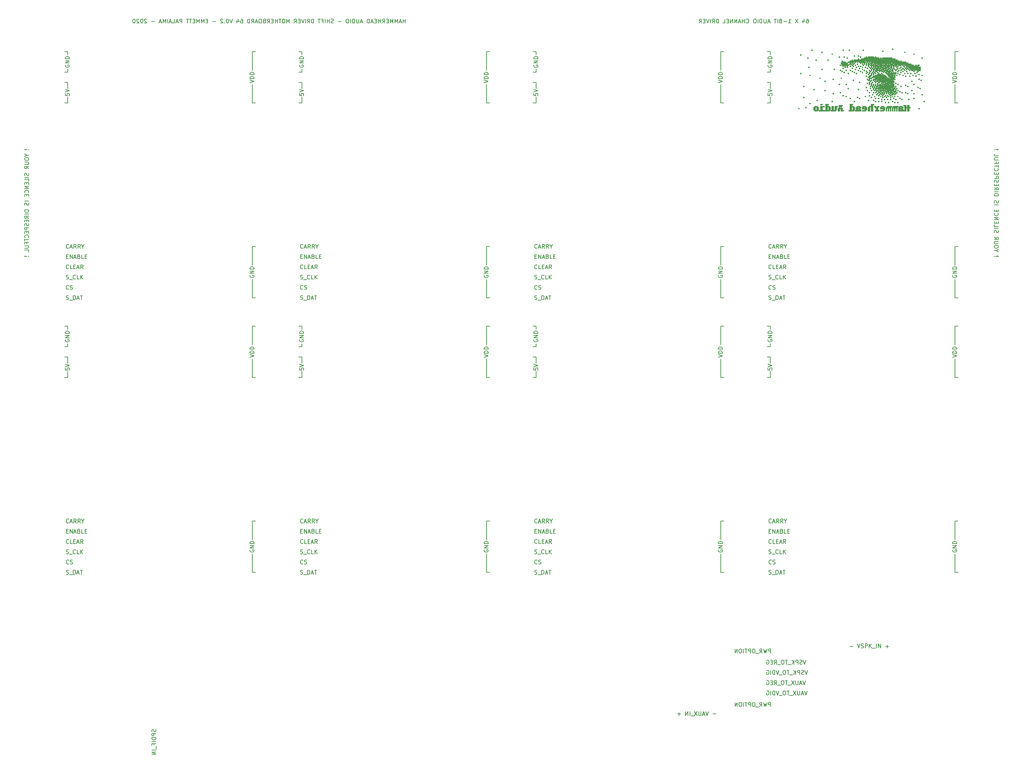
<source format=gbr>
G04 #@! TF.GenerationSoftware,KiCad,Pcbnew,(5.1.2-1)-1*
G04 #@! TF.CreationDate,2020-07-03T15:42:06-05:00*
G04 #@! TF.ProjectId,ShiftDriverMotherboard64,53686966-7444-4726-9976-65724d6f7468,rev?*
G04 #@! TF.SameCoordinates,Original*
G04 #@! TF.FileFunction,Legend,Bot*
G04 #@! TF.FilePolarity,Positive*
%FSLAX46Y46*%
G04 Gerber Fmt 4.6, Leading zero omitted, Abs format (unit mm)*
G04 Created by KiCad (PCBNEW (5.1.2-1)-1) date 2020-07-03 15:42:06*
%MOMM*%
%LPD*%
G04 APERTURE LIST*
%ADD10C,0.150000*%
%ADD11C,0.010000*%
G04 APERTURE END LIST*
D10*
X15357142Y-46761904D02*
X15404761Y-46809523D01*
X15452380Y-46761904D01*
X15404761Y-46714285D01*
X15357142Y-46761904D01*
X15452380Y-46761904D01*
X15071428Y-46761904D02*
X14500000Y-46714285D01*
X14452380Y-46761904D01*
X14500000Y-46809523D01*
X15071428Y-46761904D01*
X14452380Y-46761904D01*
X14976190Y-48190476D02*
X15452380Y-48190476D01*
X14452380Y-47857142D02*
X14976190Y-48190476D01*
X14452380Y-48523809D01*
X14452380Y-49047619D02*
X14452380Y-49238095D01*
X14500000Y-49333333D01*
X14595238Y-49428571D01*
X14785714Y-49476190D01*
X15119047Y-49476190D01*
X15309523Y-49428571D01*
X15404761Y-49333333D01*
X15452380Y-49238095D01*
X15452380Y-49047619D01*
X15404761Y-48952380D01*
X15309523Y-48857142D01*
X15119047Y-48809523D01*
X14785714Y-48809523D01*
X14595238Y-48857142D01*
X14500000Y-48952380D01*
X14452380Y-49047619D01*
X14452380Y-49904761D02*
X15261904Y-49904761D01*
X15357142Y-49952380D01*
X15404761Y-50000000D01*
X15452380Y-50095238D01*
X15452380Y-50285714D01*
X15404761Y-50380952D01*
X15357142Y-50428571D01*
X15261904Y-50476190D01*
X14452380Y-50476190D01*
X15452380Y-51523809D02*
X14976190Y-51190476D01*
X15452380Y-50952380D02*
X14452380Y-50952380D01*
X14452380Y-51333333D01*
X14500000Y-51428571D01*
X14547619Y-51476190D01*
X14642857Y-51523809D01*
X14785714Y-51523809D01*
X14880952Y-51476190D01*
X14928571Y-51428571D01*
X14976190Y-51333333D01*
X14976190Y-50952380D01*
X15404761Y-52666666D02*
X15452380Y-52809523D01*
X15452380Y-53047619D01*
X15404761Y-53142857D01*
X15357142Y-53190476D01*
X15261904Y-53238095D01*
X15166666Y-53238095D01*
X15071428Y-53190476D01*
X15023809Y-53142857D01*
X14976190Y-53047619D01*
X14928571Y-52857142D01*
X14880952Y-52761904D01*
X14833333Y-52714285D01*
X14738095Y-52666666D01*
X14642857Y-52666666D01*
X14547619Y-52714285D01*
X14500000Y-52761904D01*
X14452380Y-52857142D01*
X14452380Y-53095238D01*
X14500000Y-53238095D01*
X15452380Y-53666666D02*
X14452380Y-53666666D01*
X15452380Y-54619047D02*
X15452380Y-54142857D01*
X14452380Y-54142857D01*
X14928571Y-54952380D02*
X14928571Y-55285714D01*
X15452380Y-55428571D02*
X15452380Y-54952380D01*
X14452380Y-54952380D01*
X14452380Y-55428571D01*
X15452380Y-55857142D02*
X14452380Y-55857142D01*
X15452380Y-56428571D01*
X14452380Y-56428571D01*
X15357142Y-57476190D02*
X15404761Y-57428571D01*
X15452380Y-57285714D01*
X15452380Y-57190476D01*
X15404761Y-57047619D01*
X15309523Y-56952380D01*
X15214285Y-56904761D01*
X15023809Y-56857142D01*
X14880952Y-56857142D01*
X14690476Y-56904761D01*
X14595238Y-56952380D01*
X14500000Y-57047619D01*
X14452380Y-57190476D01*
X14452380Y-57285714D01*
X14500000Y-57428571D01*
X14547619Y-57476190D01*
X14928571Y-57904761D02*
X14928571Y-58238095D01*
X15452380Y-58380952D02*
X15452380Y-57904761D01*
X14452380Y-57904761D01*
X14452380Y-58380952D01*
X15452380Y-59571428D02*
X14452380Y-59571428D01*
X15404761Y-60000000D02*
X15452380Y-60142857D01*
X15452380Y-60380952D01*
X15404761Y-60476190D01*
X15357142Y-60523809D01*
X15261904Y-60571428D01*
X15166666Y-60571428D01*
X15071428Y-60523809D01*
X15023809Y-60476190D01*
X14976190Y-60380952D01*
X14928571Y-60190476D01*
X14880952Y-60095238D01*
X14833333Y-60047619D01*
X14738095Y-60000000D01*
X14642857Y-60000000D01*
X14547619Y-60047619D01*
X14500000Y-60095238D01*
X14452380Y-60190476D01*
X14452380Y-60428571D01*
X14500000Y-60571428D01*
X15452380Y-61761904D02*
X14452380Y-61761904D01*
X14452380Y-62000000D01*
X14500000Y-62142857D01*
X14595238Y-62238095D01*
X14690476Y-62285714D01*
X14880952Y-62333333D01*
X15023809Y-62333333D01*
X15214285Y-62285714D01*
X15309523Y-62238095D01*
X15404761Y-62142857D01*
X15452380Y-62000000D01*
X15452380Y-61761904D01*
X15452380Y-62761904D02*
X14452380Y-62761904D01*
X15452380Y-63809523D02*
X14976190Y-63476190D01*
X15452380Y-63238095D02*
X14452380Y-63238095D01*
X14452380Y-63619047D01*
X14500000Y-63714285D01*
X14547619Y-63761904D01*
X14642857Y-63809523D01*
X14785714Y-63809523D01*
X14880952Y-63761904D01*
X14928571Y-63714285D01*
X14976190Y-63619047D01*
X14976190Y-63238095D01*
X14928571Y-64238095D02*
X14928571Y-64571428D01*
X15452380Y-64714285D02*
X15452380Y-64238095D01*
X14452380Y-64238095D01*
X14452380Y-64714285D01*
X15404761Y-65095238D02*
X15452380Y-65238095D01*
X15452380Y-65476190D01*
X15404761Y-65571428D01*
X15357142Y-65619047D01*
X15261904Y-65666666D01*
X15166666Y-65666666D01*
X15071428Y-65619047D01*
X15023809Y-65571428D01*
X14976190Y-65476190D01*
X14928571Y-65285714D01*
X14880952Y-65190476D01*
X14833333Y-65142857D01*
X14738095Y-65095238D01*
X14642857Y-65095238D01*
X14547619Y-65142857D01*
X14500000Y-65190476D01*
X14452380Y-65285714D01*
X14452380Y-65523809D01*
X14500000Y-65666666D01*
X15452380Y-66095238D02*
X14452380Y-66095238D01*
X14452380Y-66476190D01*
X14500000Y-66571428D01*
X14547619Y-66619047D01*
X14642857Y-66666666D01*
X14785714Y-66666666D01*
X14880952Y-66619047D01*
X14928571Y-66571428D01*
X14976190Y-66476190D01*
X14976190Y-66095238D01*
X14928571Y-67095238D02*
X14928571Y-67428571D01*
X15452380Y-67571428D02*
X15452380Y-67095238D01*
X14452380Y-67095238D01*
X14452380Y-67571428D01*
X15357142Y-68571428D02*
X15404761Y-68523809D01*
X15452380Y-68380952D01*
X15452380Y-68285714D01*
X15404761Y-68142857D01*
X15309523Y-68047619D01*
X15214285Y-68000000D01*
X15023809Y-67952380D01*
X14880952Y-67952380D01*
X14690476Y-68000000D01*
X14595238Y-68047619D01*
X14500000Y-68142857D01*
X14452380Y-68285714D01*
X14452380Y-68380952D01*
X14500000Y-68523809D01*
X14547619Y-68571428D01*
X14452380Y-68857142D02*
X14452380Y-69428571D01*
X15452380Y-69142857D02*
X14452380Y-69142857D01*
X14928571Y-70095238D02*
X14928571Y-69761904D01*
X15452380Y-69761904D02*
X14452380Y-69761904D01*
X14452380Y-70238095D01*
X14452380Y-70619047D02*
X15261904Y-70619047D01*
X15357142Y-70666666D01*
X15404761Y-70714285D01*
X15452380Y-70809523D01*
X15452380Y-71000000D01*
X15404761Y-71095238D01*
X15357142Y-71142857D01*
X15261904Y-71190476D01*
X14452380Y-71190476D01*
X15452380Y-72142857D02*
X15452380Y-71666666D01*
X14452380Y-71666666D01*
X15357142Y-73238095D02*
X15404761Y-73285714D01*
X15452380Y-73238095D01*
X15404761Y-73190476D01*
X15357142Y-73238095D01*
X15452380Y-73238095D01*
X15071428Y-73238095D02*
X14500000Y-73190476D01*
X14452380Y-73238095D01*
X14500000Y-73285714D01*
X15071428Y-73238095D01*
X14452380Y-73238095D01*
X254642857Y-73238095D02*
X254595238Y-73190476D01*
X254547619Y-73238095D01*
X254595238Y-73285714D01*
X254642857Y-73238095D01*
X254547619Y-73238095D01*
X254928571Y-73238095D02*
X255500000Y-73285714D01*
X255547619Y-73238095D01*
X255500000Y-73190476D01*
X254928571Y-73238095D01*
X255547619Y-73238095D01*
X255023809Y-71809523D02*
X254547619Y-71809523D01*
X255547619Y-72142857D02*
X255023809Y-71809523D01*
X255547619Y-71476190D01*
X255547619Y-70952380D02*
X255547619Y-70761904D01*
X255500000Y-70666666D01*
X255404761Y-70571428D01*
X255214285Y-70523809D01*
X254880952Y-70523809D01*
X254690476Y-70571428D01*
X254595238Y-70666666D01*
X254547619Y-70761904D01*
X254547619Y-70952380D01*
X254595238Y-71047619D01*
X254690476Y-71142857D01*
X254880952Y-71190476D01*
X255214285Y-71190476D01*
X255404761Y-71142857D01*
X255500000Y-71047619D01*
X255547619Y-70952380D01*
X255547619Y-70095238D02*
X254738095Y-70095238D01*
X254642857Y-70047619D01*
X254595238Y-70000000D01*
X254547619Y-69904761D01*
X254547619Y-69714285D01*
X254595238Y-69619047D01*
X254642857Y-69571428D01*
X254738095Y-69523809D01*
X255547619Y-69523809D01*
X254547619Y-68476190D02*
X255023809Y-68809523D01*
X254547619Y-69047619D02*
X255547619Y-69047619D01*
X255547619Y-68666666D01*
X255500000Y-68571428D01*
X255452380Y-68523809D01*
X255357142Y-68476190D01*
X255214285Y-68476190D01*
X255119047Y-68523809D01*
X255071428Y-68571428D01*
X255023809Y-68666666D01*
X255023809Y-69047619D01*
X254595238Y-67333333D02*
X254547619Y-67190476D01*
X254547619Y-66952380D01*
X254595238Y-66857142D01*
X254642857Y-66809523D01*
X254738095Y-66761904D01*
X254833333Y-66761904D01*
X254928571Y-66809523D01*
X254976190Y-66857142D01*
X255023809Y-66952380D01*
X255071428Y-67142857D01*
X255119047Y-67238095D01*
X255166666Y-67285714D01*
X255261904Y-67333333D01*
X255357142Y-67333333D01*
X255452380Y-67285714D01*
X255500000Y-67238095D01*
X255547619Y-67142857D01*
X255547619Y-66904761D01*
X255500000Y-66761904D01*
X254547619Y-66333333D02*
X255547619Y-66333333D01*
X254547619Y-65380952D02*
X254547619Y-65857142D01*
X255547619Y-65857142D01*
X255071428Y-65047619D02*
X255071428Y-64714285D01*
X254547619Y-64571428D02*
X254547619Y-65047619D01*
X255547619Y-65047619D01*
X255547619Y-64571428D01*
X254547619Y-64142857D02*
X255547619Y-64142857D01*
X254547619Y-63571428D01*
X255547619Y-63571428D01*
X254642857Y-62523809D02*
X254595238Y-62571428D01*
X254547619Y-62714285D01*
X254547619Y-62809523D01*
X254595238Y-62952380D01*
X254690476Y-63047619D01*
X254785714Y-63095238D01*
X254976190Y-63142857D01*
X255119047Y-63142857D01*
X255309523Y-63095238D01*
X255404761Y-63047619D01*
X255500000Y-62952380D01*
X255547619Y-62809523D01*
X255547619Y-62714285D01*
X255500000Y-62571428D01*
X255452380Y-62523809D01*
X255071428Y-62095238D02*
X255071428Y-61761904D01*
X254547619Y-61619047D02*
X254547619Y-62095238D01*
X255547619Y-62095238D01*
X255547619Y-61619047D01*
X254547619Y-60428571D02*
X255547619Y-60428571D01*
X254595238Y-60000000D02*
X254547619Y-59857142D01*
X254547619Y-59619047D01*
X254595238Y-59523809D01*
X254642857Y-59476190D01*
X254738095Y-59428571D01*
X254833333Y-59428571D01*
X254928571Y-59476190D01*
X254976190Y-59523809D01*
X255023809Y-59619047D01*
X255071428Y-59809523D01*
X255119047Y-59904761D01*
X255166666Y-59952380D01*
X255261904Y-60000000D01*
X255357142Y-60000000D01*
X255452380Y-59952380D01*
X255500000Y-59904761D01*
X255547619Y-59809523D01*
X255547619Y-59571428D01*
X255500000Y-59428571D01*
X254547619Y-58238095D02*
X255547619Y-58238095D01*
X255547619Y-58000000D01*
X255500000Y-57857142D01*
X255404761Y-57761904D01*
X255309523Y-57714285D01*
X255119047Y-57666666D01*
X254976190Y-57666666D01*
X254785714Y-57714285D01*
X254690476Y-57761904D01*
X254595238Y-57857142D01*
X254547619Y-58000000D01*
X254547619Y-58238095D01*
X254547619Y-57238095D02*
X255547619Y-57238095D01*
X254547619Y-56190476D02*
X255023809Y-56523809D01*
X254547619Y-56761904D02*
X255547619Y-56761904D01*
X255547619Y-56380952D01*
X255500000Y-56285714D01*
X255452380Y-56238095D01*
X255357142Y-56190476D01*
X255214285Y-56190476D01*
X255119047Y-56238095D01*
X255071428Y-56285714D01*
X255023809Y-56380952D01*
X255023809Y-56761904D01*
X255071428Y-55761904D02*
X255071428Y-55428571D01*
X254547619Y-55285714D02*
X254547619Y-55761904D01*
X255547619Y-55761904D01*
X255547619Y-55285714D01*
X254595238Y-54904761D02*
X254547619Y-54761904D01*
X254547619Y-54523809D01*
X254595238Y-54428571D01*
X254642857Y-54380952D01*
X254738095Y-54333333D01*
X254833333Y-54333333D01*
X254928571Y-54380952D01*
X254976190Y-54428571D01*
X255023809Y-54523809D01*
X255071428Y-54714285D01*
X255119047Y-54809523D01*
X255166666Y-54857142D01*
X255261904Y-54904761D01*
X255357142Y-54904761D01*
X255452380Y-54857142D01*
X255500000Y-54809523D01*
X255547619Y-54714285D01*
X255547619Y-54476190D01*
X255500000Y-54333333D01*
X254547619Y-53904761D02*
X255547619Y-53904761D01*
X255547619Y-53523809D01*
X255500000Y-53428571D01*
X255452380Y-53380952D01*
X255357142Y-53333333D01*
X255214285Y-53333333D01*
X255119047Y-53380952D01*
X255071428Y-53428571D01*
X255023809Y-53523809D01*
X255023809Y-53904761D01*
X255071428Y-52904761D02*
X255071428Y-52571428D01*
X254547619Y-52428571D02*
X254547619Y-52904761D01*
X255547619Y-52904761D01*
X255547619Y-52428571D01*
X254642857Y-51428571D02*
X254595238Y-51476190D01*
X254547619Y-51619047D01*
X254547619Y-51714285D01*
X254595238Y-51857142D01*
X254690476Y-51952380D01*
X254785714Y-52000000D01*
X254976190Y-52047619D01*
X255119047Y-52047619D01*
X255309523Y-52000000D01*
X255404761Y-51952380D01*
X255500000Y-51857142D01*
X255547619Y-51714285D01*
X255547619Y-51619047D01*
X255500000Y-51476190D01*
X255452380Y-51428571D01*
X255547619Y-51142857D02*
X255547619Y-50571428D01*
X254547619Y-50857142D02*
X255547619Y-50857142D01*
X255071428Y-49904761D02*
X255071428Y-50238095D01*
X254547619Y-50238095D02*
X255547619Y-50238095D01*
X255547619Y-49761904D01*
X255547619Y-49380952D02*
X254738095Y-49380952D01*
X254642857Y-49333333D01*
X254595238Y-49285714D01*
X254547619Y-49190476D01*
X254547619Y-49000000D01*
X254595238Y-48904761D01*
X254642857Y-48857142D01*
X254738095Y-48809523D01*
X255547619Y-48809523D01*
X254547619Y-47857142D02*
X254547619Y-48333333D01*
X255547619Y-48333333D01*
X254642857Y-46761904D02*
X254595238Y-46714285D01*
X254547619Y-46761904D01*
X254595238Y-46809523D01*
X254642857Y-46761904D01*
X254547619Y-46761904D01*
X254928571Y-46761904D02*
X255500000Y-46809523D01*
X255547619Y-46761904D01*
X255500000Y-46714285D01*
X254928571Y-46761904D01*
X255547619Y-46761904D01*
X208071428Y-14452380D02*
X208261904Y-14452380D01*
X208357142Y-14500000D01*
X208404761Y-14547619D01*
X208500000Y-14690476D01*
X208547619Y-14880952D01*
X208547619Y-15261904D01*
X208500000Y-15357142D01*
X208452380Y-15404761D01*
X208357142Y-15452380D01*
X208166666Y-15452380D01*
X208071428Y-15404761D01*
X208023809Y-15357142D01*
X207976190Y-15261904D01*
X207976190Y-15023809D01*
X208023809Y-14928571D01*
X208071428Y-14880952D01*
X208166666Y-14833333D01*
X208357142Y-14833333D01*
X208452380Y-14880952D01*
X208500000Y-14928571D01*
X208547619Y-15023809D01*
X207119047Y-14785714D02*
X207119047Y-15452380D01*
X207357142Y-14404761D02*
X207595238Y-15119047D01*
X206976190Y-15119047D01*
X205928571Y-14452380D02*
X205261904Y-15452380D01*
X205261904Y-14452380D02*
X205928571Y-15452380D01*
X203595238Y-15452380D02*
X204166666Y-15452380D01*
X203880952Y-15452380D02*
X203880952Y-14452380D01*
X203976190Y-14595238D01*
X204071428Y-14690476D01*
X204166666Y-14738095D01*
X203166666Y-15071428D02*
X202404761Y-15071428D01*
X201595238Y-14928571D02*
X201452380Y-14976190D01*
X201404761Y-15023809D01*
X201357142Y-15119047D01*
X201357142Y-15261904D01*
X201404761Y-15357142D01*
X201452380Y-15404761D01*
X201547619Y-15452380D01*
X201928571Y-15452380D01*
X201928571Y-14452380D01*
X201595238Y-14452380D01*
X201500000Y-14500000D01*
X201452380Y-14547619D01*
X201404761Y-14642857D01*
X201404761Y-14738095D01*
X201452380Y-14833333D01*
X201500000Y-14880952D01*
X201595238Y-14928571D01*
X201928571Y-14928571D01*
X200928571Y-15452380D02*
X200928571Y-14452380D01*
X200595238Y-14452380D02*
X200023809Y-14452380D01*
X200309523Y-15452380D02*
X200309523Y-14452380D01*
X198976190Y-15166666D02*
X198500000Y-15166666D01*
X199071428Y-15452380D02*
X198738095Y-14452380D01*
X198404761Y-15452380D01*
X198071428Y-14452380D02*
X198071428Y-15261904D01*
X198023809Y-15357142D01*
X197976190Y-15404761D01*
X197880952Y-15452380D01*
X197690476Y-15452380D01*
X197595238Y-15404761D01*
X197547619Y-15357142D01*
X197500000Y-15261904D01*
X197500000Y-14452380D01*
X197023809Y-15452380D02*
X197023809Y-14452380D01*
X196785714Y-14452380D01*
X196642857Y-14500000D01*
X196547619Y-14595238D01*
X196500000Y-14690476D01*
X196452380Y-14880952D01*
X196452380Y-15023809D01*
X196500000Y-15214285D01*
X196547619Y-15309523D01*
X196642857Y-15404761D01*
X196785714Y-15452380D01*
X197023809Y-15452380D01*
X196023809Y-15452380D02*
X196023809Y-14452380D01*
X195357142Y-14452380D02*
X195166666Y-14452380D01*
X195071428Y-14500000D01*
X194976190Y-14595238D01*
X194928571Y-14785714D01*
X194928571Y-15119047D01*
X194976190Y-15309523D01*
X195071428Y-15404761D01*
X195166666Y-15452380D01*
X195357142Y-15452380D01*
X195452380Y-15404761D01*
X195547619Y-15309523D01*
X195595238Y-15119047D01*
X195595238Y-14785714D01*
X195547619Y-14595238D01*
X195452380Y-14500000D01*
X195357142Y-14452380D01*
X193166666Y-15357142D02*
X193214285Y-15404761D01*
X193357142Y-15452380D01*
X193452380Y-15452380D01*
X193595238Y-15404761D01*
X193690476Y-15309523D01*
X193738095Y-15214285D01*
X193785714Y-15023809D01*
X193785714Y-14880952D01*
X193738095Y-14690476D01*
X193690476Y-14595238D01*
X193595238Y-14500000D01*
X193452380Y-14452380D01*
X193357142Y-14452380D01*
X193214285Y-14500000D01*
X193166666Y-14547619D01*
X192738095Y-15452380D02*
X192738095Y-14452380D01*
X192738095Y-14928571D02*
X192166666Y-14928571D01*
X192166666Y-15452380D02*
X192166666Y-14452380D01*
X191738095Y-15166666D02*
X191261904Y-15166666D01*
X191833333Y-15452380D02*
X191500000Y-14452380D01*
X191166666Y-15452380D01*
X190833333Y-15452380D02*
X190833333Y-14452380D01*
X190261904Y-15452380D01*
X190261904Y-14452380D01*
X189785714Y-15452380D02*
X189785714Y-14452380D01*
X189214285Y-15452380D01*
X189214285Y-14452380D01*
X188738095Y-14928571D02*
X188404761Y-14928571D01*
X188261904Y-15452380D02*
X188738095Y-15452380D01*
X188738095Y-14452380D01*
X188261904Y-14452380D01*
X187357142Y-15452380D02*
X187833333Y-15452380D01*
X187833333Y-14452380D01*
X186261904Y-15452380D02*
X186261904Y-14452380D01*
X186023809Y-14452380D01*
X185880952Y-14500000D01*
X185785714Y-14595238D01*
X185738095Y-14690476D01*
X185690476Y-14880952D01*
X185690476Y-15023809D01*
X185738095Y-15214285D01*
X185785714Y-15309523D01*
X185880952Y-15404761D01*
X186023809Y-15452380D01*
X186261904Y-15452380D01*
X184690476Y-15452380D02*
X185023809Y-14976190D01*
X185261904Y-15452380D02*
X185261904Y-14452380D01*
X184880952Y-14452380D01*
X184785714Y-14500000D01*
X184738095Y-14547619D01*
X184690476Y-14642857D01*
X184690476Y-14785714D01*
X184738095Y-14880952D01*
X184785714Y-14928571D01*
X184880952Y-14976190D01*
X185261904Y-14976190D01*
X184261904Y-15452380D02*
X184261904Y-14452380D01*
X183928571Y-14452380D02*
X183595238Y-15452380D01*
X183261904Y-14452380D01*
X182928571Y-14928571D02*
X182595238Y-14928571D01*
X182452380Y-15452380D02*
X182928571Y-15452380D01*
X182928571Y-14452380D01*
X182452380Y-14452380D01*
X181452380Y-15452380D02*
X181785714Y-14976190D01*
X182023809Y-15452380D02*
X182023809Y-14452380D01*
X181642857Y-14452380D01*
X181547619Y-14500000D01*
X181500000Y-14547619D01*
X181452380Y-14642857D01*
X181452380Y-14785714D01*
X181500000Y-14880952D01*
X181547619Y-14928571D01*
X181642857Y-14976190D01*
X182023809Y-14976190D01*
X108714285Y-15452380D02*
X108714285Y-14452380D01*
X108714285Y-14928571D02*
X108142857Y-14928571D01*
X108142857Y-15452380D02*
X108142857Y-14452380D01*
X107714285Y-15166666D02*
X107238095Y-15166666D01*
X107809523Y-15452380D02*
X107476190Y-14452380D01*
X107142857Y-15452380D01*
X106809523Y-15452380D02*
X106809523Y-14452380D01*
X106476190Y-15166666D01*
X106142857Y-14452380D01*
X106142857Y-15452380D01*
X105666666Y-15452380D02*
X105666666Y-14452380D01*
X105333333Y-15166666D01*
X104999999Y-14452380D01*
X104999999Y-15452380D01*
X104523809Y-14928571D02*
X104190476Y-14928571D01*
X104047619Y-15452380D02*
X104523809Y-15452380D01*
X104523809Y-14452380D01*
X104047619Y-14452380D01*
X103047619Y-15452380D02*
X103380952Y-14976190D01*
X103619047Y-15452380D02*
X103619047Y-14452380D01*
X103238095Y-14452380D01*
X103142857Y-14500000D01*
X103095238Y-14547619D01*
X103047619Y-14642857D01*
X103047619Y-14785714D01*
X103095238Y-14880952D01*
X103142857Y-14928571D01*
X103238095Y-14976190D01*
X103619047Y-14976190D01*
X102619047Y-15452380D02*
X102619047Y-14452380D01*
X102619047Y-14928571D02*
X102047619Y-14928571D01*
X102047619Y-15452380D02*
X102047619Y-14452380D01*
X101571428Y-14928571D02*
X101238095Y-14928571D01*
X101095238Y-15452380D02*
X101571428Y-15452380D01*
X101571428Y-14452380D01*
X101095238Y-14452380D01*
X100714285Y-15166666D02*
X100238095Y-15166666D01*
X100809523Y-15452380D02*
X100476190Y-14452380D01*
X100142857Y-15452380D01*
X99809523Y-15452380D02*
X99809523Y-14452380D01*
X99571428Y-14452380D01*
X99428571Y-14500000D01*
X99333333Y-14595238D01*
X99285714Y-14690476D01*
X99238095Y-14880952D01*
X99238095Y-15023809D01*
X99285714Y-15214285D01*
X99333333Y-15309523D01*
X99428571Y-15404761D01*
X99571428Y-15452380D01*
X99809523Y-15452380D01*
X98095238Y-15166666D02*
X97619047Y-15166666D01*
X98190476Y-15452380D02*
X97857142Y-14452380D01*
X97523809Y-15452380D01*
X97190476Y-14452380D02*
X97190476Y-15261904D01*
X97142857Y-15357142D01*
X97095238Y-15404761D01*
X96999999Y-15452380D01*
X96809523Y-15452380D01*
X96714285Y-15404761D01*
X96666666Y-15357142D01*
X96619047Y-15261904D01*
X96619047Y-14452380D01*
X96142857Y-15452380D02*
X96142857Y-14452380D01*
X95904761Y-14452380D01*
X95761904Y-14500000D01*
X95666666Y-14595238D01*
X95619047Y-14690476D01*
X95571428Y-14880952D01*
X95571428Y-15023809D01*
X95619047Y-15214285D01*
X95666666Y-15309523D01*
X95761904Y-15404761D01*
X95904761Y-15452380D01*
X96142857Y-15452380D01*
X95142857Y-15452380D02*
X95142857Y-14452380D01*
X94476190Y-14452380D02*
X94285714Y-14452380D01*
X94190476Y-14500000D01*
X94095238Y-14595238D01*
X94047619Y-14785714D01*
X94047619Y-15119047D01*
X94095238Y-15309523D01*
X94190476Y-15404761D01*
X94285714Y-15452380D01*
X94476190Y-15452380D01*
X94571428Y-15404761D01*
X94666666Y-15309523D01*
X94714285Y-15119047D01*
X94714285Y-14785714D01*
X94666666Y-14595238D01*
X94571428Y-14500000D01*
X94476190Y-14452380D01*
X92857142Y-15071428D02*
X92095238Y-15071428D01*
X90904761Y-15404761D02*
X90761904Y-15452380D01*
X90523809Y-15452380D01*
X90428571Y-15404761D01*
X90380952Y-15357142D01*
X90333333Y-15261904D01*
X90333333Y-15166666D01*
X90380952Y-15071428D01*
X90428571Y-15023809D01*
X90523809Y-14976190D01*
X90714285Y-14928571D01*
X90809523Y-14880952D01*
X90857142Y-14833333D01*
X90904761Y-14738095D01*
X90904761Y-14642857D01*
X90857142Y-14547619D01*
X90809523Y-14500000D01*
X90714285Y-14452380D01*
X90476190Y-14452380D01*
X90333333Y-14500000D01*
X89904761Y-15452380D02*
X89904761Y-14452380D01*
X89904761Y-14928571D02*
X89333333Y-14928571D01*
X89333333Y-15452380D02*
X89333333Y-14452380D01*
X88857142Y-15452380D02*
X88857142Y-14452380D01*
X88047619Y-14928571D02*
X88380952Y-14928571D01*
X88380952Y-15452380D02*
X88380952Y-14452380D01*
X87904761Y-14452380D01*
X87666666Y-14452380D02*
X87095238Y-14452380D01*
X87380952Y-15452380D02*
X87380952Y-14452380D01*
X85999999Y-15452380D02*
X85999999Y-14452380D01*
X85761904Y-14452380D01*
X85619047Y-14500000D01*
X85523809Y-14595238D01*
X85476190Y-14690476D01*
X85428571Y-14880952D01*
X85428571Y-15023809D01*
X85476190Y-15214285D01*
X85523809Y-15309523D01*
X85619047Y-15404761D01*
X85761904Y-15452380D01*
X85999999Y-15452380D01*
X84428571Y-15452380D02*
X84761904Y-14976190D01*
X84999999Y-15452380D02*
X84999999Y-14452380D01*
X84619047Y-14452380D01*
X84523809Y-14500000D01*
X84476190Y-14547619D01*
X84428571Y-14642857D01*
X84428571Y-14785714D01*
X84476190Y-14880952D01*
X84523809Y-14928571D01*
X84619047Y-14976190D01*
X84999999Y-14976190D01*
X83999999Y-15452380D02*
X83999999Y-14452380D01*
X83666666Y-14452380D02*
X83333333Y-15452380D01*
X82999999Y-14452380D01*
X82666666Y-14928571D02*
X82333333Y-14928571D01*
X82190476Y-15452380D02*
X82666666Y-15452380D01*
X82666666Y-14452380D01*
X82190476Y-14452380D01*
X81190476Y-15452380D02*
X81523809Y-14976190D01*
X81761904Y-15452380D02*
X81761904Y-14452380D01*
X81380952Y-14452380D01*
X81285714Y-14500000D01*
X81238095Y-14547619D01*
X81190476Y-14642857D01*
X81190476Y-14785714D01*
X81238095Y-14880952D01*
X81285714Y-14928571D01*
X81380952Y-14976190D01*
X81761904Y-14976190D01*
X79999999Y-15452380D02*
X79999999Y-14452380D01*
X79666666Y-15166666D01*
X79333333Y-14452380D01*
X79333333Y-15452380D01*
X78666666Y-14452380D02*
X78476190Y-14452380D01*
X78380952Y-14500000D01*
X78285714Y-14595238D01*
X78238095Y-14785714D01*
X78238095Y-15119047D01*
X78285714Y-15309523D01*
X78380952Y-15404761D01*
X78476190Y-15452380D01*
X78666666Y-15452380D01*
X78761904Y-15404761D01*
X78857142Y-15309523D01*
X78904761Y-15119047D01*
X78904761Y-14785714D01*
X78857142Y-14595238D01*
X78761904Y-14500000D01*
X78666666Y-14452380D01*
X77952380Y-14452380D02*
X77380952Y-14452380D01*
X77666666Y-15452380D02*
X77666666Y-14452380D01*
X77047619Y-15452380D02*
X77047619Y-14452380D01*
X77047619Y-14928571D02*
X76476190Y-14928571D01*
X76476190Y-15452380D02*
X76476190Y-14452380D01*
X76000000Y-14928571D02*
X75666666Y-14928571D01*
X75523809Y-15452380D02*
X76000000Y-15452380D01*
X76000000Y-14452380D01*
X75523809Y-14452380D01*
X74523809Y-15452380D02*
X74857142Y-14976190D01*
X75095238Y-15452380D02*
X75095238Y-14452380D01*
X74714285Y-14452380D01*
X74619047Y-14500000D01*
X74571428Y-14547619D01*
X74523809Y-14642857D01*
X74523809Y-14785714D01*
X74571428Y-14880952D01*
X74619047Y-14928571D01*
X74714285Y-14976190D01*
X75095238Y-14976190D01*
X73761904Y-14928571D02*
X73619047Y-14976190D01*
X73571428Y-15023809D01*
X73523809Y-15119047D01*
X73523809Y-15261904D01*
X73571428Y-15357142D01*
X73619047Y-15404761D01*
X73714285Y-15452380D01*
X74095238Y-15452380D01*
X74095238Y-14452380D01*
X73761904Y-14452380D01*
X73666666Y-14500000D01*
X73619047Y-14547619D01*
X73571428Y-14642857D01*
X73571428Y-14738095D01*
X73619047Y-14833333D01*
X73666666Y-14880952D01*
X73761904Y-14928571D01*
X74095238Y-14928571D01*
X72904761Y-14452380D02*
X72714285Y-14452380D01*
X72619047Y-14500000D01*
X72523809Y-14595238D01*
X72476190Y-14785714D01*
X72476190Y-15119047D01*
X72523809Y-15309523D01*
X72619047Y-15404761D01*
X72714285Y-15452380D01*
X72904761Y-15452380D01*
X73000000Y-15404761D01*
X73095238Y-15309523D01*
X73142857Y-15119047D01*
X73142857Y-14785714D01*
X73095238Y-14595238D01*
X73000000Y-14500000D01*
X72904761Y-14452380D01*
X72095238Y-15166666D02*
X71619047Y-15166666D01*
X72190476Y-15452380D02*
X71857142Y-14452380D01*
X71523809Y-15452380D01*
X70619047Y-15452380D02*
X70952380Y-14976190D01*
X71190476Y-15452380D02*
X71190476Y-14452380D01*
X70809523Y-14452380D01*
X70714285Y-14500000D01*
X70666666Y-14547619D01*
X70619047Y-14642857D01*
X70619047Y-14785714D01*
X70666666Y-14880952D01*
X70714285Y-14928571D01*
X70809523Y-14976190D01*
X71190476Y-14976190D01*
X70190476Y-15452380D02*
X70190476Y-14452380D01*
X69952380Y-14452380D01*
X69809523Y-14500000D01*
X69714285Y-14595238D01*
X69666666Y-14690476D01*
X69619047Y-14880952D01*
X69619047Y-15023809D01*
X69666666Y-15214285D01*
X69714285Y-15309523D01*
X69809523Y-15404761D01*
X69952380Y-15452380D01*
X70190476Y-15452380D01*
X68000000Y-14452380D02*
X68190476Y-14452380D01*
X68285714Y-14500000D01*
X68333333Y-14547619D01*
X68428571Y-14690476D01*
X68476190Y-14880952D01*
X68476190Y-15261904D01*
X68428571Y-15357142D01*
X68380952Y-15404761D01*
X68285714Y-15452380D01*
X68095238Y-15452380D01*
X68000000Y-15404761D01*
X67952380Y-15357142D01*
X67904761Y-15261904D01*
X67904761Y-15023809D01*
X67952380Y-14928571D01*
X68000000Y-14880952D01*
X68095238Y-14833333D01*
X68285714Y-14833333D01*
X68380952Y-14880952D01*
X68428571Y-14928571D01*
X68476190Y-15023809D01*
X67047619Y-14785714D02*
X67047619Y-15452380D01*
X67285714Y-14404761D02*
X67523809Y-15119047D01*
X66904761Y-15119047D01*
X65904761Y-14452380D02*
X65571428Y-15452380D01*
X65238095Y-14452380D01*
X64714285Y-14452380D02*
X64619047Y-14452380D01*
X64523809Y-14500000D01*
X64476190Y-14547619D01*
X64428571Y-14642857D01*
X64380952Y-14833333D01*
X64380952Y-15071428D01*
X64428571Y-15261904D01*
X64476190Y-15357142D01*
X64523809Y-15404761D01*
X64619047Y-15452380D01*
X64714285Y-15452380D01*
X64809523Y-15404761D01*
X64857142Y-15357142D01*
X64904761Y-15261904D01*
X64952380Y-15071428D01*
X64952380Y-14833333D01*
X64904761Y-14642857D01*
X64857142Y-14547619D01*
X64809523Y-14500000D01*
X64714285Y-14452380D01*
X63952380Y-15357142D02*
X63904761Y-15404761D01*
X63952380Y-15452380D01*
X64000000Y-15404761D01*
X63952380Y-15357142D01*
X63952380Y-15452380D01*
X63523809Y-14547619D02*
X63476190Y-14500000D01*
X63380952Y-14452380D01*
X63142857Y-14452380D01*
X63047619Y-14500000D01*
X63000000Y-14547619D01*
X62952380Y-14642857D01*
X62952380Y-14738095D01*
X63000000Y-14880952D01*
X63571428Y-15452380D01*
X62952380Y-15452380D01*
X61761904Y-15071428D02*
X61000000Y-15071428D01*
X59761904Y-14928571D02*
X59428571Y-14928571D01*
X59285714Y-15452380D02*
X59761904Y-15452380D01*
X59761904Y-14452380D01*
X59285714Y-14452380D01*
X58857142Y-15452380D02*
X58857142Y-14452380D01*
X58523809Y-15166666D01*
X58190476Y-14452380D01*
X58190476Y-15452380D01*
X57714285Y-15452380D02*
X57714285Y-14452380D01*
X57380952Y-15166666D01*
X57047619Y-14452380D01*
X57047619Y-15452380D01*
X56571428Y-14928571D02*
X56238095Y-14928571D01*
X56095238Y-15452380D02*
X56571428Y-15452380D01*
X56571428Y-14452380D01*
X56095238Y-14452380D01*
X55809523Y-14452380D02*
X55238095Y-14452380D01*
X55523809Y-15452380D02*
X55523809Y-14452380D01*
X55047619Y-14452380D02*
X54476190Y-14452380D01*
X54761904Y-15452380D02*
X54761904Y-14452380D01*
X53380952Y-15452380D02*
X53380952Y-14452380D01*
X53000000Y-14452380D01*
X52904761Y-14500000D01*
X52857142Y-14547619D01*
X52809523Y-14642857D01*
X52809523Y-14785714D01*
X52857142Y-14880952D01*
X52904761Y-14928571D01*
X53000000Y-14976190D01*
X53380952Y-14976190D01*
X52428571Y-15166666D02*
X51952380Y-15166666D01*
X52523809Y-15452380D02*
X52190476Y-14452380D01*
X51857142Y-15452380D01*
X51047619Y-15452380D02*
X51523809Y-15452380D01*
X51523809Y-14452380D01*
X50761904Y-15166666D02*
X50285714Y-15166666D01*
X50857142Y-15452380D02*
X50523809Y-14452380D01*
X50190476Y-15452380D01*
X49857142Y-15452380D02*
X49857142Y-14452380D01*
X49380952Y-15452380D02*
X49380952Y-14452380D01*
X49047619Y-15166666D01*
X48714285Y-14452380D01*
X48714285Y-15452380D01*
X48285714Y-15166666D02*
X47809523Y-15166666D01*
X48380952Y-15452380D02*
X48047619Y-14452380D01*
X47714285Y-15452380D01*
X46619047Y-15071428D02*
X45857142Y-15071428D01*
X44666666Y-14547619D02*
X44619047Y-14500000D01*
X44523809Y-14452380D01*
X44285714Y-14452380D01*
X44190476Y-14500000D01*
X44142857Y-14547619D01*
X44095238Y-14642857D01*
X44095238Y-14738095D01*
X44142857Y-14880952D01*
X44714285Y-15452380D01*
X44095238Y-15452380D01*
X43476190Y-14452380D02*
X43380952Y-14452380D01*
X43285714Y-14500000D01*
X43238095Y-14547619D01*
X43190476Y-14642857D01*
X43142857Y-14833333D01*
X43142857Y-15071428D01*
X43190476Y-15261904D01*
X43238095Y-15357142D01*
X43285714Y-15404761D01*
X43380952Y-15452380D01*
X43476190Y-15452380D01*
X43571428Y-15404761D01*
X43619047Y-15357142D01*
X43666666Y-15261904D01*
X43714285Y-15071428D01*
X43714285Y-14833333D01*
X43666666Y-14642857D01*
X43619047Y-14547619D01*
X43571428Y-14500000D01*
X43476190Y-14452380D01*
X42761904Y-14547619D02*
X42714285Y-14500000D01*
X42619047Y-14452380D01*
X42380952Y-14452380D01*
X42285714Y-14500000D01*
X42238095Y-14547619D01*
X42190476Y-14642857D01*
X42190476Y-14738095D01*
X42238095Y-14880952D01*
X42809523Y-15452380D01*
X42190476Y-15452380D01*
X41571428Y-14452380D02*
X41476190Y-14452380D01*
X41380952Y-14500000D01*
X41333333Y-14547619D01*
X41285714Y-14642857D01*
X41238095Y-14833333D01*
X41238095Y-15071428D01*
X41285714Y-15261904D01*
X41333333Y-15357142D01*
X41380952Y-15404761D01*
X41476190Y-15452380D01*
X41571428Y-15452380D01*
X41666666Y-15404761D01*
X41714285Y-15357142D01*
X41761904Y-15261904D01*
X41809523Y-15071428D01*
X41809523Y-14833333D01*
X41761904Y-14642857D01*
X41714285Y-14547619D01*
X41666666Y-14500000D01*
X41571428Y-14452380D01*
X199154761Y-184702380D02*
X199154761Y-183702380D01*
X198773809Y-183702380D01*
X198678571Y-183750000D01*
X198630952Y-183797619D01*
X198583333Y-183892857D01*
X198583333Y-184035714D01*
X198630952Y-184130952D01*
X198678571Y-184178571D01*
X198773809Y-184226190D01*
X199154761Y-184226190D01*
X198250000Y-183702380D02*
X198011904Y-184702380D01*
X197821428Y-183988095D01*
X197630952Y-184702380D01*
X197392857Y-183702380D01*
X196440476Y-184702380D02*
X196773809Y-184226190D01*
X197011904Y-184702380D02*
X197011904Y-183702380D01*
X196630952Y-183702380D01*
X196535714Y-183750000D01*
X196488095Y-183797619D01*
X196440476Y-183892857D01*
X196440476Y-184035714D01*
X196488095Y-184130952D01*
X196535714Y-184178571D01*
X196630952Y-184226190D01*
X197011904Y-184226190D01*
X196250000Y-184797619D02*
X195488095Y-184797619D01*
X195059523Y-183702380D02*
X194869047Y-183702380D01*
X194773809Y-183750000D01*
X194678571Y-183845238D01*
X194630952Y-184035714D01*
X194630952Y-184369047D01*
X194678571Y-184559523D01*
X194773809Y-184654761D01*
X194869047Y-184702380D01*
X195059523Y-184702380D01*
X195154761Y-184654761D01*
X195250000Y-184559523D01*
X195297619Y-184369047D01*
X195297619Y-184035714D01*
X195250000Y-183845238D01*
X195154761Y-183750000D01*
X195059523Y-183702380D01*
X194202380Y-184702380D02*
X194202380Y-183702380D01*
X193821428Y-183702380D01*
X193726190Y-183750000D01*
X193678571Y-183797619D01*
X193630952Y-183892857D01*
X193630952Y-184035714D01*
X193678571Y-184130952D01*
X193726190Y-184178571D01*
X193821428Y-184226190D01*
X194202380Y-184226190D01*
X193345238Y-183702380D02*
X192773809Y-183702380D01*
X193059523Y-184702380D02*
X193059523Y-183702380D01*
X192440476Y-184702380D02*
X192440476Y-183702380D01*
X191773809Y-183702380D02*
X191583333Y-183702380D01*
X191488095Y-183750000D01*
X191392857Y-183845238D01*
X191345238Y-184035714D01*
X191345238Y-184369047D01*
X191392857Y-184559523D01*
X191488095Y-184654761D01*
X191583333Y-184702380D01*
X191773809Y-184702380D01*
X191869047Y-184654761D01*
X191964285Y-184559523D01*
X192011904Y-184369047D01*
X192011904Y-184035714D01*
X191964285Y-183845238D01*
X191869047Y-183750000D01*
X191773809Y-183702380D01*
X190916666Y-184702380D02*
X190916666Y-183702380D01*
X190345238Y-184702380D01*
X190345238Y-183702380D01*
X46904761Y-190404761D02*
X46952380Y-190547619D01*
X46952380Y-190785714D01*
X46904761Y-190880952D01*
X46857142Y-190928571D01*
X46761904Y-190976190D01*
X46666666Y-190976190D01*
X46571428Y-190928571D01*
X46523809Y-190880952D01*
X46476190Y-190785714D01*
X46428571Y-190595238D01*
X46380952Y-190500000D01*
X46333333Y-190452380D01*
X46238095Y-190404761D01*
X46142857Y-190404761D01*
X46047619Y-190452380D01*
X46000000Y-190500000D01*
X45952380Y-190595238D01*
X45952380Y-190833333D01*
X46000000Y-190976190D01*
X46952380Y-191404761D02*
X45952380Y-191404761D01*
X45952380Y-191785714D01*
X46000000Y-191880952D01*
X46047619Y-191928571D01*
X46142857Y-191976190D01*
X46285714Y-191976190D01*
X46380952Y-191928571D01*
X46428571Y-191880952D01*
X46476190Y-191785714D01*
X46476190Y-191404761D01*
X46952380Y-192404761D02*
X45952380Y-192404761D01*
X45952380Y-192642857D01*
X46000000Y-192785714D01*
X46095238Y-192880952D01*
X46190476Y-192928571D01*
X46380952Y-192976190D01*
X46523809Y-192976190D01*
X46714285Y-192928571D01*
X46809523Y-192880952D01*
X46904761Y-192785714D01*
X46952380Y-192642857D01*
X46952380Y-192404761D01*
X46952380Y-193404761D02*
X45952380Y-193404761D01*
X46428571Y-194214285D02*
X46428571Y-193880952D01*
X46952380Y-193880952D02*
X45952380Y-193880952D01*
X45952380Y-194357142D01*
X47047619Y-194500000D02*
X47047619Y-195261904D01*
X46952380Y-195500000D02*
X45952380Y-195500000D01*
X46952380Y-195976190D02*
X45952380Y-195976190D01*
X46952380Y-196547619D01*
X45952380Y-196547619D01*
X208253213Y-180837380D02*
X207919880Y-181837380D01*
X207586547Y-180837380D01*
X207300832Y-181551666D02*
X206824642Y-181551666D01*
X207396071Y-181837380D02*
X207062737Y-180837380D01*
X206729404Y-181837380D01*
X206396071Y-180837380D02*
X206396071Y-181646904D01*
X206348452Y-181742142D01*
X206300832Y-181789761D01*
X206205594Y-181837380D01*
X206015118Y-181837380D01*
X205919880Y-181789761D01*
X205872261Y-181742142D01*
X205824642Y-181646904D01*
X205824642Y-180837380D01*
X205443690Y-180837380D02*
X204777023Y-181837380D01*
X204777023Y-180837380D02*
X205443690Y-181837380D01*
X204634166Y-181932619D02*
X203872261Y-181932619D01*
X203777023Y-180837380D02*
X203205594Y-180837380D01*
X203491309Y-181837380D02*
X203491309Y-180837380D01*
X202681785Y-180837380D02*
X202491309Y-180837380D01*
X202396071Y-180885000D01*
X202300832Y-180980238D01*
X202253213Y-181170714D01*
X202253213Y-181504047D01*
X202300832Y-181694523D01*
X202396071Y-181789761D01*
X202491309Y-181837380D01*
X202681785Y-181837380D01*
X202777023Y-181789761D01*
X202872261Y-181694523D01*
X202919880Y-181504047D01*
X202919880Y-181170714D01*
X202872261Y-180980238D01*
X202777023Y-180885000D01*
X202681785Y-180837380D01*
X202062737Y-181932619D02*
X201300832Y-181932619D01*
X201205594Y-180837380D02*
X200872261Y-181837380D01*
X200538928Y-180837380D01*
X200205594Y-181837380D02*
X200205594Y-180837380D01*
X199967499Y-180837380D01*
X199824642Y-180885000D01*
X199729404Y-180980238D01*
X199681785Y-181075476D01*
X199634166Y-181265952D01*
X199634166Y-181408809D01*
X199681785Y-181599285D01*
X199729404Y-181694523D01*
X199824642Y-181789761D01*
X199967499Y-181837380D01*
X200205594Y-181837380D01*
X199205594Y-181837380D02*
X199205594Y-180837380D01*
X198205594Y-180885000D02*
X198300832Y-180837380D01*
X198443690Y-180837380D01*
X198586547Y-180885000D01*
X198681785Y-180980238D01*
X198729404Y-181075476D01*
X198777023Y-181265952D01*
X198777023Y-181408809D01*
X198729404Y-181599285D01*
X198681785Y-181694523D01*
X198586547Y-181789761D01*
X198443690Y-181837380D01*
X198348452Y-181837380D01*
X198205594Y-181789761D01*
X198157975Y-181742142D01*
X198157975Y-181408809D01*
X198348452Y-181408809D01*
X207824642Y-178297380D02*
X207491309Y-179297380D01*
X207157976Y-178297380D01*
X206872261Y-179011666D02*
X206396071Y-179011666D01*
X206967500Y-179297380D02*
X206634166Y-178297380D01*
X206300833Y-179297380D01*
X205967500Y-178297380D02*
X205967500Y-179106904D01*
X205919881Y-179202142D01*
X205872261Y-179249761D01*
X205777023Y-179297380D01*
X205586547Y-179297380D01*
X205491309Y-179249761D01*
X205443690Y-179202142D01*
X205396071Y-179106904D01*
X205396071Y-178297380D01*
X205015119Y-178297380D02*
X204348452Y-179297380D01*
X204348452Y-178297380D02*
X205015119Y-179297380D01*
X204205595Y-179392619D02*
X203443690Y-179392619D01*
X203348452Y-178297380D02*
X202777023Y-178297380D01*
X203062738Y-179297380D02*
X203062738Y-178297380D01*
X202253214Y-178297380D02*
X202062738Y-178297380D01*
X201967500Y-178345000D01*
X201872261Y-178440238D01*
X201824642Y-178630714D01*
X201824642Y-178964047D01*
X201872261Y-179154523D01*
X201967500Y-179249761D01*
X202062738Y-179297380D01*
X202253214Y-179297380D01*
X202348452Y-179249761D01*
X202443690Y-179154523D01*
X202491309Y-178964047D01*
X202491309Y-178630714D01*
X202443690Y-178440238D01*
X202348452Y-178345000D01*
X202253214Y-178297380D01*
X201634166Y-179392619D02*
X200872261Y-179392619D01*
X200062738Y-179297380D02*
X200396071Y-178821190D01*
X200634166Y-179297380D02*
X200634166Y-178297380D01*
X200253214Y-178297380D01*
X200157976Y-178345000D01*
X200110357Y-178392619D01*
X200062738Y-178487857D01*
X200062738Y-178630714D01*
X200110357Y-178725952D01*
X200157976Y-178773571D01*
X200253214Y-178821190D01*
X200634166Y-178821190D01*
X199634166Y-178773571D02*
X199300833Y-178773571D01*
X199157976Y-179297380D02*
X199634166Y-179297380D01*
X199634166Y-178297380D01*
X199157976Y-178297380D01*
X198205595Y-178345000D02*
X198300833Y-178297380D01*
X198443690Y-178297380D01*
X198586547Y-178345000D01*
X198681785Y-178440238D01*
X198729404Y-178535476D01*
X198777023Y-178725952D01*
X198777023Y-178868809D01*
X198729404Y-179059285D01*
X198681785Y-179154523D01*
X198586547Y-179249761D01*
X198443690Y-179297380D01*
X198348452Y-179297380D01*
X198205595Y-179249761D01*
X198157976Y-179202142D01*
X198157976Y-178868809D01*
X198348452Y-178868809D01*
X208348451Y-175757380D02*
X208015118Y-176757380D01*
X207681785Y-175757380D01*
X207396070Y-176709761D02*
X207253213Y-176757380D01*
X207015118Y-176757380D01*
X206919880Y-176709761D01*
X206872261Y-176662142D01*
X206824642Y-176566904D01*
X206824642Y-176471666D01*
X206872261Y-176376428D01*
X206919880Y-176328809D01*
X207015118Y-176281190D01*
X207205594Y-176233571D01*
X207300832Y-176185952D01*
X207348451Y-176138333D01*
X207396070Y-176043095D01*
X207396070Y-175947857D01*
X207348451Y-175852619D01*
X207300832Y-175805000D01*
X207205594Y-175757380D01*
X206967499Y-175757380D01*
X206824642Y-175805000D01*
X206396070Y-176757380D02*
X206396070Y-175757380D01*
X206015118Y-175757380D01*
X205919880Y-175805000D01*
X205872261Y-175852619D01*
X205824642Y-175947857D01*
X205824642Y-176090714D01*
X205872261Y-176185952D01*
X205919880Y-176233571D01*
X206015118Y-176281190D01*
X206396070Y-176281190D01*
X205396070Y-176757380D02*
X205396070Y-175757380D01*
X204824642Y-176757380D02*
X205253213Y-176185952D01*
X204824642Y-175757380D02*
X205396070Y-176328809D01*
X204634166Y-176852619D02*
X203872261Y-176852619D01*
X203777023Y-175757380D02*
X203205594Y-175757380D01*
X203491309Y-176757380D02*
X203491309Y-175757380D01*
X202681785Y-175757380D02*
X202491309Y-175757380D01*
X202396070Y-175805000D01*
X202300832Y-175900238D01*
X202253213Y-176090714D01*
X202253213Y-176424047D01*
X202300832Y-176614523D01*
X202396070Y-176709761D01*
X202491309Y-176757380D01*
X202681785Y-176757380D01*
X202777023Y-176709761D01*
X202872261Y-176614523D01*
X202919880Y-176424047D01*
X202919880Y-176090714D01*
X202872261Y-175900238D01*
X202777023Y-175805000D01*
X202681785Y-175757380D01*
X202062737Y-176852619D02*
X201300832Y-176852619D01*
X201205594Y-175757380D02*
X200872261Y-176757380D01*
X200538928Y-175757380D01*
X200205594Y-176757380D02*
X200205594Y-175757380D01*
X199967499Y-175757380D01*
X199824642Y-175805000D01*
X199729404Y-175900238D01*
X199681785Y-175995476D01*
X199634166Y-176185952D01*
X199634166Y-176328809D01*
X199681785Y-176519285D01*
X199729404Y-176614523D01*
X199824642Y-176709761D01*
X199967499Y-176757380D01*
X200205594Y-176757380D01*
X199205594Y-176757380D02*
X199205594Y-175757380D01*
X198205594Y-175805000D02*
X198300832Y-175757380D01*
X198443690Y-175757380D01*
X198586547Y-175805000D01*
X198681785Y-175900238D01*
X198729404Y-175995476D01*
X198777023Y-176185952D01*
X198777023Y-176328809D01*
X198729404Y-176519285D01*
X198681785Y-176614523D01*
X198586547Y-176709761D01*
X198443690Y-176757380D01*
X198348451Y-176757380D01*
X198205594Y-176709761D01*
X198157975Y-176662142D01*
X198157975Y-176328809D01*
X198348451Y-176328809D01*
X207919880Y-173217380D02*
X207586547Y-174217380D01*
X207253214Y-173217380D01*
X206967499Y-174169761D02*
X206824642Y-174217380D01*
X206586547Y-174217380D01*
X206491309Y-174169761D01*
X206443690Y-174122142D01*
X206396071Y-174026904D01*
X206396071Y-173931666D01*
X206443690Y-173836428D01*
X206491309Y-173788809D01*
X206586547Y-173741190D01*
X206777023Y-173693571D01*
X206872261Y-173645952D01*
X206919880Y-173598333D01*
X206967499Y-173503095D01*
X206967499Y-173407857D01*
X206919880Y-173312619D01*
X206872261Y-173265000D01*
X206777023Y-173217380D01*
X206538928Y-173217380D01*
X206396071Y-173265000D01*
X205967499Y-174217380D02*
X205967499Y-173217380D01*
X205586547Y-173217380D01*
X205491309Y-173265000D01*
X205443690Y-173312619D01*
X205396071Y-173407857D01*
X205396071Y-173550714D01*
X205443690Y-173645952D01*
X205491309Y-173693571D01*
X205586547Y-173741190D01*
X205967499Y-173741190D01*
X204967499Y-174217380D02*
X204967499Y-173217380D01*
X204396071Y-174217380D02*
X204824642Y-173645952D01*
X204396071Y-173217380D02*
X204967499Y-173788809D01*
X204205595Y-174312619D02*
X203443690Y-174312619D01*
X203348452Y-173217380D02*
X202777023Y-173217380D01*
X203062738Y-174217380D02*
X203062738Y-173217380D01*
X202253214Y-173217380D02*
X202062738Y-173217380D01*
X201967499Y-173265000D01*
X201872261Y-173360238D01*
X201824642Y-173550714D01*
X201824642Y-173884047D01*
X201872261Y-174074523D01*
X201967499Y-174169761D01*
X202062738Y-174217380D01*
X202253214Y-174217380D01*
X202348452Y-174169761D01*
X202443690Y-174074523D01*
X202491309Y-173884047D01*
X202491309Y-173550714D01*
X202443690Y-173360238D01*
X202348452Y-173265000D01*
X202253214Y-173217380D01*
X201634166Y-174312619D02*
X200872261Y-174312619D01*
X200062738Y-174217380D02*
X200396071Y-173741190D01*
X200634166Y-174217380D02*
X200634166Y-173217380D01*
X200253214Y-173217380D01*
X200157976Y-173265000D01*
X200110357Y-173312619D01*
X200062738Y-173407857D01*
X200062738Y-173550714D01*
X200110357Y-173645952D01*
X200157976Y-173693571D01*
X200253214Y-173741190D01*
X200634166Y-173741190D01*
X199634166Y-173693571D02*
X199300833Y-173693571D01*
X199157976Y-174217380D02*
X199634166Y-174217380D01*
X199634166Y-173217380D01*
X199157976Y-173217380D01*
X198205595Y-173265000D02*
X198300833Y-173217380D01*
X198443690Y-173217380D01*
X198586547Y-173265000D01*
X198681785Y-173360238D01*
X198729404Y-173455476D01*
X198777023Y-173645952D01*
X198777023Y-173788809D01*
X198729404Y-173979285D01*
X198681785Y-174074523D01*
X198586547Y-174169761D01*
X198443690Y-174217380D01*
X198348452Y-174217380D01*
X198205595Y-174169761D01*
X198157976Y-174122142D01*
X198157976Y-173788809D01*
X198348452Y-173788809D01*
X199154761Y-171452380D02*
X199154761Y-170452380D01*
X198773809Y-170452380D01*
X198678571Y-170500000D01*
X198630952Y-170547619D01*
X198583333Y-170642857D01*
X198583333Y-170785714D01*
X198630952Y-170880952D01*
X198678571Y-170928571D01*
X198773809Y-170976190D01*
X199154761Y-170976190D01*
X198250000Y-170452380D02*
X198011904Y-171452380D01*
X197821428Y-170738095D01*
X197630952Y-171452380D01*
X197392857Y-170452380D01*
X196440476Y-171452380D02*
X196773809Y-170976190D01*
X197011904Y-171452380D02*
X197011904Y-170452380D01*
X196630952Y-170452380D01*
X196535714Y-170500000D01*
X196488095Y-170547619D01*
X196440476Y-170642857D01*
X196440476Y-170785714D01*
X196488095Y-170880952D01*
X196535714Y-170928571D01*
X196630952Y-170976190D01*
X197011904Y-170976190D01*
X196250000Y-171547619D02*
X195488095Y-171547619D01*
X195059523Y-170452380D02*
X194869047Y-170452380D01*
X194773809Y-170500000D01*
X194678571Y-170595238D01*
X194630952Y-170785714D01*
X194630952Y-171119047D01*
X194678571Y-171309523D01*
X194773809Y-171404761D01*
X194869047Y-171452380D01*
X195059523Y-171452380D01*
X195154761Y-171404761D01*
X195250000Y-171309523D01*
X195297619Y-171119047D01*
X195297619Y-170785714D01*
X195250000Y-170595238D01*
X195154761Y-170500000D01*
X195059523Y-170452380D01*
X194202380Y-171452380D02*
X194202380Y-170452380D01*
X193821428Y-170452380D01*
X193726190Y-170500000D01*
X193678571Y-170547619D01*
X193630952Y-170642857D01*
X193630952Y-170785714D01*
X193678571Y-170880952D01*
X193726190Y-170928571D01*
X193821428Y-170976190D01*
X194202380Y-170976190D01*
X193345238Y-170452380D02*
X192773809Y-170452380D01*
X193059523Y-171452380D02*
X193059523Y-170452380D01*
X192440476Y-171452380D02*
X192440476Y-170452380D01*
X191773809Y-170452380D02*
X191583333Y-170452380D01*
X191488095Y-170500000D01*
X191392857Y-170595238D01*
X191345238Y-170785714D01*
X191345238Y-171119047D01*
X191392857Y-171309523D01*
X191488095Y-171404761D01*
X191583333Y-171452380D01*
X191773809Y-171452380D01*
X191869047Y-171404761D01*
X191964285Y-171309523D01*
X192011904Y-171119047D01*
X192011904Y-170785714D01*
X191964285Y-170595238D01*
X191869047Y-170500000D01*
X191773809Y-170452380D01*
X190916666Y-171452380D02*
X190916666Y-170452380D01*
X190345238Y-171452380D01*
X190345238Y-170452380D01*
X185661904Y-186571428D02*
X184900000Y-186571428D01*
X183804761Y-185952380D02*
X183471428Y-186952380D01*
X183138095Y-185952380D01*
X182852380Y-186666666D02*
X182376190Y-186666666D01*
X182947619Y-186952380D02*
X182614285Y-185952380D01*
X182280952Y-186952380D01*
X181947619Y-185952380D02*
X181947619Y-186761904D01*
X181900000Y-186857142D01*
X181852380Y-186904761D01*
X181757142Y-186952380D01*
X181566666Y-186952380D01*
X181471428Y-186904761D01*
X181423809Y-186857142D01*
X181376190Y-186761904D01*
X181376190Y-185952380D01*
X180995238Y-185952380D02*
X180328571Y-186952380D01*
X180328571Y-185952380D02*
X180995238Y-186952380D01*
X180185714Y-187047619D02*
X179423809Y-187047619D01*
X179185714Y-186952380D02*
X179185714Y-185952380D01*
X178709523Y-186952380D02*
X178709523Y-185952380D01*
X178138095Y-186952380D01*
X178138095Y-185952380D01*
X176900000Y-186571428D02*
X176138095Y-186571428D01*
X176519047Y-186952380D02*
X176519047Y-186190476D01*
X218800476Y-169821428D02*
X219562380Y-169821428D01*
X220657619Y-169202380D02*
X220990952Y-170202380D01*
X221324285Y-169202380D01*
X221610000Y-170154761D02*
X221752857Y-170202380D01*
X221990952Y-170202380D01*
X222086190Y-170154761D01*
X222133809Y-170107142D01*
X222181428Y-170011904D01*
X222181428Y-169916666D01*
X222133809Y-169821428D01*
X222086190Y-169773809D01*
X221990952Y-169726190D01*
X221800476Y-169678571D01*
X221705238Y-169630952D01*
X221657619Y-169583333D01*
X221610000Y-169488095D01*
X221610000Y-169392857D01*
X221657619Y-169297619D01*
X221705238Y-169250000D01*
X221800476Y-169202380D01*
X222038571Y-169202380D01*
X222181428Y-169250000D01*
X222610000Y-170202380D02*
X222610000Y-169202380D01*
X222990952Y-169202380D01*
X223086190Y-169250000D01*
X223133809Y-169297619D01*
X223181428Y-169392857D01*
X223181428Y-169535714D01*
X223133809Y-169630952D01*
X223086190Y-169678571D01*
X222990952Y-169726190D01*
X222610000Y-169726190D01*
X223610000Y-170202380D02*
X223610000Y-169202380D01*
X224181428Y-170202380D02*
X223752857Y-169630952D01*
X224181428Y-169202380D02*
X223610000Y-169773809D01*
X224371904Y-170297619D02*
X225133809Y-170297619D01*
X225371904Y-170202380D02*
X225371904Y-169202380D01*
X225848095Y-170202380D02*
X225848095Y-169202380D01*
X226419523Y-170202380D01*
X226419523Y-169202380D01*
X227657619Y-169821428D02*
X228419523Y-169821428D01*
X228038571Y-170202380D02*
X228038571Y-169440476D01*
D11*
G36*
X229500000Y-21750000D02*
G01*
X229250000Y-21750000D01*
X229250000Y-22000000D01*
X229500000Y-22000000D01*
X229500000Y-21750000D01*
X229500000Y-21750000D01*
G37*
X229500000Y-21750000D02*
X229250000Y-21750000D01*
X229250000Y-22000000D01*
X229500000Y-22000000D01*
X229500000Y-21750000D01*
G36*
X222250000Y-22000000D02*
G01*
X222000000Y-22000000D01*
X222000000Y-22250000D01*
X222250000Y-22250000D01*
X222250000Y-22000000D01*
X222250000Y-22000000D01*
G37*
X222250000Y-22000000D02*
X222000000Y-22000000D01*
X222000000Y-22250000D01*
X222250000Y-22250000D01*
X222250000Y-22000000D01*
G36*
X218750000Y-22000000D02*
G01*
X218500000Y-22000000D01*
X218500000Y-22250000D01*
X218750000Y-22250000D01*
X218750000Y-22000000D01*
X218750000Y-22000000D01*
G37*
X218750000Y-22000000D02*
X218500000Y-22000000D01*
X218500000Y-22250000D01*
X218750000Y-22250000D01*
X218750000Y-22000000D01*
G36*
X217250000Y-22000000D02*
G01*
X217000000Y-22000000D01*
X217000000Y-22250000D01*
X217250000Y-22250000D01*
X217250000Y-22000000D01*
X217250000Y-22000000D01*
G37*
X217250000Y-22000000D02*
X217000000Y-22000000D01*
X217000000Y-22250000D01*
X217250000Y-22250000D01*
X217250000Y-22000000D01*
G36*
X209500000Y-22000000D02*
G01*
X209250000Y-22000000D01*
X209250000Y-22250000D01*
X209500000Y-22250000D01*
X209500000Y-22000000D01*
X209500000Y-22000000D01*
G37*
X209500000Y-22000000D02*
X209250000Y-22000000D01*
X209250000Y-22250000D01*
X209500000Y-22250000D01*
X209500000Y-22000000D01*
G36*
X227000000Y-22250000D02*
G01*
X226750000Y-22250000D01*
X226750000Y-22500000D01*
X227000000Y-22500000D01*
X227000000Y-22250000D01*
X227000000Y-22250000D01*
G37*
X227000000Y-22250000D02*
X226750000Y-22250000D01*
X226750000Y-22500000D01*
X227000000Y-22500000D01*
X227000000Y-22250000D01*
G36*
X232500000Y-22500000D02*
G01*
X232250000Y-22500000D01*
X232250000Y-22750000D01*
X232500000Y-22750000D01*
X232500000Y-22500000D01*
X232500000Y-22500000D01*
G37*
X232500000Y-22500000D02*
X232250000Y-22500000D01*
X232250000Y-22750000D01*
X232500000Y-22750000D01*
X232500000Y-22500000D01*
G36*
X212000000Y-22500000D02*
G01*
X211750000Y-22500000D01*
X211750000Y-22750000D01*
X212000000Y-22750000D01*
X212000000Y-22500000D01*
X212000000Y-22500000D01*
G37*
X212000000Y-22500000D02*
X211750000Y-22500000D01*
X211750000Y-22750000D01*
X212000000Y-22750000D01*
X212000000Y-22500000D01*
G36*
X234750000Y-23000000D02*
G01*
X234500000Y-23000000D01*
X234500000Y-23250000D01*
X234750000Y-23250000D01*
X234750000Y-23000000D01*
X234750000Y-23000000D01*
G37*
X234750000Y-23000000D02*
X234500000Y-23000000D01*
X234500000Y-23250000D01*
X234750000Y-23250000D01*
X234750000Y-23000000D01*
G36*
X214500000Y-23000000D02*
G01*
X214250000Y-23000000D01*
X214250000Y-23250000D01*
X214500000Y-23250000D01*
X214500000Y-23000000D01*
X214500000Y-23000000D01*
G37*
X214500000Y-23000000D02*
X214250000Y-23000000D01*
X214250000Y-23250000D01*
X214500000Y-23250000D01*
X214500000Y-23000000D01*
G36*
X206750000Y-23250000D02*
G01*
X206500000Y-23250000D01*
X206500000Y-23500000D01*
X206750000Y-23500000D01*
X206750000Y-23250000D01*
X206750000Y-23250000D01*
G37*
X206750000Y-23250000D02*
X206500000Y-23250000D01*
X206500000Y-23500000D01*
X206750000Y-23500000D01*
X206750000Y-23250000D01*
G36*
X221000000Y-23500000D02*
G01*
X220750000Y-23500000D01*
X220750000Y-23750000D01*
X221000000Y-23750000D01*
X221000000Y-23500000D01*
X221000000Y-23500000D01*
G37*
X221000000Y-23500000D02*
X220750000Y-23500000D01*
X220750000Y-23750000D01*
X221000000Y-23750000D01*
X221000000Y-23500000D01*
G36*
X220000000Y-23500000D02*
G01*
X219750000Y-23500000D01*
X219750000Y-23750000D01*
X220000000Y-23750000D01*
X220000000Y-23500000D01*
X220000000Y-23500000D01*
G37*
X220000000Y-23500000D02*
X219750000Y-23500000D01*
X219750000Y-23750000D01*
X220000000Y-23750000D01*
X220000000Y-23500000D01*
G36*
X225250000Y-23750000D02*
G01*
X225000000Y-23750000D01*
X225000000Y-24000000D01*
X225250000Y-24000000D01*
X225250000Y-23750000D01*
X225250000Y-23750000D01*
G37*
X225250000Y-23750000D02*
X225000000Y-23750000D01*
X225000000Y-24000000D01*
X225250000Y-24000000D01*
X225250000Y-23750000D01*
G36*
X224750000Y-23750000D02*
G01*
X224500000Y-23750000D01*
X224500000Y-24000000D01*
X224750000Y-24000000D01*
X224750000Y-23750000D01*
X224750000Y-23750000D01*
G37*
X224750000Y-23750000D02*
X224500000Y-23750000D01*
X224500000Y-24000000D01*
X224750000Y-24000000D01*
X224750000Y-23750000D01*
G36*
X224500000Y-23750000D02*
G01*
X224250000Y-23750000D01*
X224250000Y-24000000D01*
X224500000Y-24000000D01*
X224500000Y-23750000D01*
X224500000Y-23750000D01*
G37*
X224500000Y-23750000D02*
X224250000Y-23750000D01*
X224250000Y-24000000D01*
X224500000Y-24000000D01*
X224500000Y-23750000D01*
G36*
X224250000Y-23750000D02*
G01*
X224000000Y-23750000D01*
X224000000Y-24000000D01*
X224250000Y-24000000D01*
X224250000Y-23750000D01*
X224250000Y-23750000D01*
G37*
X224250000Y-23750000D02*
X224000000Y-23750000D01*
X224000000Y-24000000D01*
X224250000Y-24000000D01*
X224250000Y-23750000D01*
G36*
X224000000Y-23750000D02*
G01*
X223750000Y-23750000D01*
X223750000Y-24000000D01*
X224000000Y-24000000D01*
X224000000Y-23750000D01*
X224000000Y-23750000D01*
G37*
X224000000Y-23750000D02*
X223750000Y-23750000D01*
X223750000Y-24000000D01*
X224000000Y-24000000D01*
X224000000Y-23750000D01*
G36*
X223750000Y-23750000D02*
G01*
X223500000Y-23750000D01*
X223500000Y-24000000D01*
X223750000Y-24000000D01*
X223750000Y-23750000D01*
X223750000Y-23750000D01*
G37*
X223750000Y-23750000D02*
X223500000Y-23750000D01*
X223500000Y-24000000D01*
X223750000Y-24000000D01*
X223750000Y-23750000D01*
G36*
X223500000Y-23750000D02*
G01*
X223250000Y-23750000D01*
X223250000Y-24000000D01*
X223500000Y-24000000D01*
X223500000Y-23750000D01*
X223500000Y-23750000D01*
G37*
X223500000Y-23750000D02*
X223250000Y-23750000D01*
X223250000Y-24000000D01*
X223500000Y-24000000D01*
X223500000Y-23750000D01*
G36*
X223000000Y-23750000D02*
G01*
X222750000Y-23750000D01*
X222750000Y-24000000D01*
X223000000Y-24000000D01*
X223000000Y-23750000D01*
X223000000Y-23750000D01*
G37*
X223000000Y-23750000D02*
X222750000Y-23750000D01*
X222750000Y-24000000D01*
X223000000Y-24000000D01*
X223000000Y-23750000D01*
G36*
X221500000Y-23750000D02*
G01*
X221250000Y-23750000D01*
X221250000Y-24000000D01*
X221500000Y-24000000D01*
X221500000Y-23750000D01*
X221500000Y-23750000D01*
G37*
X221500000Y-23750000D02*
X221250000Y-23750000D01*
X221250000Y-24000000D01*
X221500000Y-24000000D01*
X221500000Y-23750000D01*
G36*
X217500000Y-23750000D02*
G01*
X217250000Y-23750000D01*
X217250000Y-24000000D01*
X217500000Y-24000000D01*
X217500000Y-23750000D01*
X217500000Y-23750000D01*
G37*
X217500000Y-23750000D02*
X217250000Y-23750000D01*
X217250000Y-24000000D01*
X217500000Y-24000000D01*
X217500000Y-23750000D01*
G36*
X216250000Y-23750000D02*
G01*
X216000000Y-23750000D01*
X216000000Y-24000000D01*
X216250000Y-24000000D01*
X216250000Y-23750000D01*
X216250000Y-23750000D01*
G37*
X216250000Y-23750000D02*
X216000000Y-23750000D01*
X216000000Y-24000000D01*
X216250000Y-24000000D01*
X216250000Y-23750000D01*
G36*
X236750000Y-24000000D02*
G01*
X236500000Y-24000000D01*
X236500000Y-24250000D01*
X236750000Y-24250000D01*
X236750000Y-24000000D01*
X236750000Y-24000000D01*
G37*
X236750000Y-24000000D02*
X236500000Y-24000000D01*
X236500000Y-24250000D01*
X236750000Y-24250000D01*
X236750000Y-24000000D01*
G36*
X229250000Y-24000000D02*
G01*
X229000000Y-24000000D01*
X229000000Y-24250000D01*
X229250000Y-24250000D01*
X229250000Y-24000000D01*
X229250000Y-24000000D01*
G37*
X229250000Y-24000000D02*
X229000000Y-24000000D01*
X229000000Y-24250000D01*
X229250000Y-24250000D01*
X229250000Y-24000000D01*
G36*
X229000000Y-24000000D02*
G01*
X228750000Y-24000000D01*
X228750000Y-24250000D01*
X229000000Y-24250000D01*
X229000000Y-24000000D01*
X229000000Y-24000000D01*
G37*
X229000000Y-24000000D02*
X228750000Y-24000000D01*
X228750000Y-24250000D01*
X229000000Y-24250000D01*
X229000000Y-24000000D01*
G36*
X228750000Y-24000000D02*
G01*
X228500000Y-24000000D01*
X228500000Y-24250000D01*
X228750000Y-24250000D01*
X228750000Y-24000000D01*
X228750000Y-24000000D01*
G37*
X228750000Y-24000000D02*
X228500000Y-24000000D01*
X228500000Y-24250000D01*
X228750000Y-24250000D01*
X228750000Y-24000000D01*
G36*
X228500000Y-24000000D02*
G01*
X228250000Y-24000000D01*
X228250000Y-24250000D01*
X228500000Y-24250000D01*
X228500000Y-24000000D01*
X228500000Y-24000000D01*
G37*
X228500000Y-24000000D02*
X228250000Y-24000000D01*
X228250000Y-24250000D01*
X228500000Y-24250000D01*
X228500000Y-24000000D01*
G36*
X228250000Y-24000000D02*
G01*
X228000000Y-24000000D01*
X228000000Y-24250000D01*
X228250000Y-24250000D01*
X228250000Y-24000000D01*
X228250000Y-24000000D01*
G37*
X228250000Y-24000000D02*
X228000000Y-24000000D01*
X228000000Y-24250000D01*
X228250000Y-24250000D01*
X228250000Y-24000000D01*
G36*
X228000000Y-24000000D02*
G01*
X227750000Y-24000000D01*
X227750000Y-24250000D01*
X228000000Y-24250000D01*
X228000000Y-24000000D01*
X228000000Y-24000000D01*
G37*
X228000000Y-24000000D02*
X227750000Y-24000000D01*
X227750000Y-24250000D01*
X228000000Y-24250000D01*
X228000000Y-24000000D01*
G36*
X227750000Y-24000000D02*
G01*
X227500000Y-24000000D01*
X227500000Y-24250000D01*
X227750000Y-24250000D01*
X227750000Y-24000000D01*
X227750000Y-24000000D01*
G37*
X227750000Y-24000000D02*
X227500000Y-24000000D01*
X227500000Y-24250000D01*
X227750000Y-24250000D01*
X227750000Y-24000000D01*
G36*
X227500000Y-24000000D02*
G01*
X227250000Y-24000000D01*
X227250000Y-24250000D01*
X227500000Y-24250000D01*
X227500000Y-24000000D01*
X227500000Y-24000000D01*
G37*
X227500000Y-24000000D02*
X227250000Y-24000000D01*
X227250000Y-24250000D01*
X227500000Y-24250000D01*
X227500000Y-24000000D01*
G36*
X227250000Y-24000000D02*
G01*
X227000000Y-24000000D01*
X227000000Y-24250000D01*
X227250000Y-24250000D01*
X227250000Y-24000000D01*
X227250000Y-24000000D01*
G37*
X227250000Y-24000000D02*
X227000000Y-24000000D01*
X227000000Y-24250000D01*
X227250000Y-24250000D01*
X227250000Y-24000000D01*
G36*
X227000000Y-24000000D02*
G01*
X226750000Y-24000000D01*
X226750000Y-24250000D01*
X227000000Y-24250000D01*
X227000000Y-24000000D01*
X227000000Y-24000000D01*
G37*
X227000000Y-24000000D02*
X226750000Y-24000000D01*
X226750000Y-24250000D01*
X227000000Y-24250000D01*
X227000000Y-24000000D01*
G36*
X226500000Y-24000000D02*
G01*
X226250000Y-24000000D01*
X226250000Y-24250000D01*
X226500000Y-24250000D01*
X226500000Y-24000000D01*
X226500000Y-24000000D01*
G37*
X226500000Y-24000000D02*
X226250000Y-24000000D01*
X226250000Y-24250000D01*
X226500000Y-24250000D01*
X226500000Y-24000000D01*
G36*
X226000000Y-24000000D02*
G01*
X225750000Y-24000000D01*
X225750000Y-24250000D01*
X226000000Y-24250000D01*
X226000000Y-24000000D01*
X226000000Y-24000000D01*
G37*
X226000000Y-24000000D02*
X225750000Y-24000000D01*
X225750000Y-24250000D01*
X226000000Y-24250000D01*
X226000000Y-24000000D01*
G36*
X225750000Y-24000000D02*
G01*
X225500000Y-24000000D01*
X225500000Y-24250000D01*
X225750000Y-24250000D01*
X225750000Y-24000000D01*
X225750000Y-24000000D01*
G37*
X225750000Y-24000000D02*
X225500000Y-24000000D01*
X225500000Y-24250000D01*
X225750000Y-24250000D01*
X225750000Y-24000000D01*
G36*
X225500000Y-24000000D02*
G01*
X225250000Y-24000000D01*
X225250000Y-24250000D01*
X225500000Y-24250000D01*
X225500000Y-24000000D01*
X225500000Y-24000000D01*
G37*
X225500000Y-24000000D02*
X225250000Y-24000000D01*
X225250000Y-24250000D01*
X225500000Y-24250000D01*
X225500000Y-24000000D01*
G36*
X225250000Y-24000000D02*
G01*
X225000000Y-24000000D01*
X225000000Y-24250000D01*
X225250000Y-24250000D01*
X225250000Y-24000000D01*
X225250000Y-24000000D01*
G37*
X225250000Y-24000000D02*
X225000000Y-24000000D01*
X225000000Y-24250000D01*
X225250000Y-24250000D01*
X225250000Y-24000000D01*
G36*
X225000000Y-24000000D02*
G01*
X224750000Y-24000000D01*
X224750000Y-24250000D01*
X225000000Y-24250000D01*
X225000000Y-24000000D01*
X225000000Y-24000000D01*
G37*
X225000000Y-24000000D02*
X224750000Y-24000000D01*
X224750000Y-24250000D01*
X225000000Y-24250000D01*
X225000000Y-24000000D01*
G36*
X224750000Y-24000000D02*
G01*
X224500000Y-24000000D01*
X224500000Y-24250000D01*
X224750000Y-24250000D01*
X224750000Y-24000000D01*
X224750000Y-24000000D01*
G37*
X224750000Y-24000000D02*
X224500000Y-24000000D01*
X224500000Y-24250000D01*
X224750000Y-24250000D01*
X224750000Y-24000000D01*
G36*
X224500000Y-24000000D02*
G01*
X224250000Y-24000000D01*
X224250000Y-24250000D01*
X224500000Y-24250000D01*
X224500000Y-24000000D01*
X224500000Y-24000000D01*
G37*
X224500000Y-24000000D02*
X224250000Y-24000000D01*
X224250000Y-24250000D01*
X224500000Y-24250000D01*
X224500000Y-24000000D01*
G36*
X224250000Y-24000000D02*
G01*
X224000000Y-24000000D01*
X224000000Y-24250000D01*
X224250000Y-24250000D01*
X224250000Y-24000000D01*
X224250000Y-24000000D01*
G37*
X224250000Y-24000000D02*
X224000000Y-24000000D01*
X224000000Y-24250000D01*
X224250000Y-24250000D01*
X224250000Y-24000000D01*
G36*
X224000000Y-24000000D02*
G01*
X223750000Y-24000000D01*
X223750000Y-24250000D01*
X224000000Y-24250000D01*
X224000000Y-24000000D01*
X224000000Y-24000000D01*
G37*
X224000000Y-24000000D02*
X223750000Y-24000000D01*
X223750000Y-24250000D01*
X224000000Y-24250000D01*
X224000000Y-24000000D01*
G36*
X223750000Y-24000000D02*
G01*
X223500000Y-24000000D01*
X223500000Y-24250000D01*
X223750000Y-24250000D01*
X223750000Y-24000000D01*
X223750000Y-24000000D01*
G37*
X223750000Y-24000000D02*
X223500000Y-24000000D01*
X223500000Y-24250000D01*
X223750000Y-24250000D01*
X223750000Y-24000000D01*
G36*
X223500000Y-24000000D02*
G01*
X223250000Y-24000000D01*
X223250000Y-24250000D01*
X223500000Y-24250000D01*
X223500000Y-24000000D01*
X223500000Y-24000000D01*
G37*
X223500000Y-24000000D02*
X223250000Y-24000000D01*
X223250000Y-24250000D01*
X223500000Y-24250000D01*
X223500000Y-24000000D01*
G36*
X223250000Y-24000000D02*
G01*
X223000000Y-24000000D01*
X223000000Y-24250000D01*
X223250000Y-24250000D01*
X223250000Y-24000000D01*
X223250000Y-24000000D01*
G37*
X223250000Y-24000000D02*
X223000000Y-24000000D01*
X223000000Y-24250000D01*
X223250000Y-24250000D01*
X223250000Y-24000000D01*
G36*
X223000000Y-24000000D02*
G01*
X222750000Y-24000000D01*
X222750000Y-24250000D01*
X223000000Y-24250000D01*
X223000000Y-24000000D01*
X223000000Y-24000000D01*
G37*
X223000000Y-24000000D02*
X222750000Y-24000000D01*
X222750000Y-24250000D01*
X223000000Y-24250000D01*
X223000000Y-24000000D01*
G36*
X222750000Y-24000000D02*
G01*
X222500000Y-24000000D01*
X222500000Y-24250000D01*
X222750000Y-24250000D01*
X222750000Y-24000000D01*
X222750000Y-24000000D01*
G37*
X222750000Y-24000000D02*
X222500000Y-24000000D01*
X222500000Y-24250000D01*
X222750000Y-24250000D01*
X222750000Y-24000000D01*
G36*
X222500000Y-24000000D02*
G01*
X222250000Y-24000000D01*
X222250000Y-24250000D01*
X222500000Y-24250000D01*
X222500000Y-24000000D01*
X222500000Y-24000000D01*
G37*
X222500000Y-24000000D02*
X222250000Y-24000000D01*
X222250000Y-24250000D01*
X222500000Y-24250000D01*
X222500000Y-24000000D01*
G36*
X218250000Y-24000000D02*
G01*
X218000000Y-24000000D01*
X218000000Y-24250000D01*
X218250000Y-24250000D01*
X218250000Y-24000000D01*
X218250000Y-24000000D01*
G37*
X218250000Y-24000000D02*
X218000000Y-24000000D01*
X218000000Y-24250000D01*
X218250000Y-24250000D01*
X218250000Y-24000000D01*
G36*
X208500000Y-24000000D02*
G01*
X208250000Y-24000000D01*
X208250000Y-24250000D01*
X208500000Y-24250000D01*
X208500000Y-24000000D01*
X208500000Y-24000000D01*
G37*
X208500000Y-24000000D02*
X208250000Y-24000000D01*
X208250000Y-24250000D01*
X208500000Y-24250000D01*
X208500000Y-24000000D01*
G36*
X230000000Y-24250000D02*
G01*
X229750000Y-24250000D01*
X229750000Y-24500000D01*
X230000000Y-24500000D01*
X230000000Y-24250000D01*
X230000000Y-24250000D01*
G37*
X230000000Y-24250000D02*
X229750000Y-24250000D01*
X229750000Y-24500000D01*
X230000000Y-24500000D01*
X230000000Y-24250000D01*
G36*
X229750000Y-24250000D02*
G01*
X229500000Y-24250000D01*
X229500000Y-24500000D01*
X229750000Y-24500000D01*
X229750000Y-24250000D01*
X229750000Y-24250000D01*
G37*
X229750000Y-24250000D02*
X229500000Y-24250000D01*
X229500000Y-24500000D01*
X229750000Y-24500000D01*
X229750000Y-24250000D01*
G36*
X229500000Y-24250000D02*
G01*
X229250000Y-24250000D01*
X229250000Y-24500000D01*
X229500000Y-24500000D01*
X229500000Y-24250000D01*
X229500000Y-24250000D01*
G37*
X229500000Y-24250000D02*
X229250000Y-24250000D01*
X229250000Y-24500000D01*
X229500000Y-24500000D01*
X229500000Y-24250000D01*
G36*
X229250000Y-24250000D02*
G01*
X229000000Y-24250000D01*
X229000000Y-24500000D01*
X229250000Y-24500000D01*
X229250000Y-24250000D01*
X229250000Y-24250000D01*
G37*
X229250000Y-24250000D02*
X229000000Y-24250000D01*
X229000000Y-24500000D01*
X229250000Y-24500000D01*
X229250000Y-24250000D01*
G36*
X229000000Y-24250000D02*
G01*
X228750000Y-24250000D01*
X228750000Y-24500000D01*
X229000000Y-24500000D01*
X229000000Y-24250000D01*
X229000000Y-24250000D01*
G37*
X229000000Y-24250000D02*
X228750000Y-24250000D01*
X228750000Y-24500000D01*
X229000000Y-24500000D01*
X229000000Y-24250000D01*
G36*
X228750000Y-24250000D02*
G01*
X228500000Y-24250000D01*
X228500000Y-24500000D01*
X228750000Y-24500000D01*
X228750000Y-24250000D01*
X228750000Y-24250000D01*
G37*
X228750000Y-24250000D02*
X228500000Y-24250000D01*
X228500000Y-24500000D01*
X228750000Y-24500000D01*
X228750000Y-24250000D01*
G36*
X228500000Y-24250000D02*
G01*
X228250000Y-24250000D01*
X228250000Y-24500000D01*
X228500000Y-24500000D01*
X228500000Y-24250000D01*
X228500000Y-24250000D01*
G37*
X228500000Y-24250000D02*
X228250000Y-24250000D01*
X228250000Y-24500000D01*
X228500000Y-24500000D01*
X228500000Y-24250000D01*
G36*
X228250000Y-24250000D02*
G01*
X228000000Y-24250000D01*
X228000000Y-24500000D01*
X228250000Y-24500000D01*
X228250000Y-24250000D01*
X228250000Y-24250000D01*
G37*
X228250000Y-24250000D02*
X228000000Y-24250000D01*
X228000000Y-24500000D01*
X228250000Y-24500000D01*
X228250000Y-24250000D01*
G36*
X228000000Y-24250000D02*
G01*
X227750000Y-24250000D01*
X227750000Y-24500000D01*
X228000000Y-24500000D01*
X228000000Y-24250000D01*
X228000000Y-24250000D01*
G37*
X228000000Y-24250000D02*
X227750000Y-24250000D01*
X227750000Y-24500000D01*
X228000000Y-24500000D01*
X228000000Y-24250000D01*
G36*
X227750000Y-24250000D02*
G01*
X227500000Y-24250000D01*
X227500000Y-24500000D01*
X227750000Y-24500000D01*
X227750000Y-24250000D01*
X227750000Y-24250000D01*
G37*
X227750000Y-24250000D02*
X227500000Y-24250000D01*
X227500000Y-24500000D01*
X227750000Y-24500000D01*
X227750000Y-24250000D01*
G36*
X227500000Y-24250000D02*
G01*
X227250000Y-24250000D01*
X227250000Y-24500000D01*
X227500000Y-24500000D01*
X227500000Y-24250000D01*
X227500000Y-24250000D01*
G37*
X227500000Y-24250000D02*
X227250000Y-24250000D01*
X227250000Y-24500000D01*
X227500000Y-24500000D01*
X227500000Y-24250000D01*
G36*
X227250000Y-24250000D02*
G01*
X227000000Y-24250000D01*
X227000000Y-24500000D01*
X227250000Y-24500000D01*
X227250000Y-24250000D01*
X227250000Y-24250000D01*
G37*
X227250000Y-24250000D02*
X227000000Y-24250000D01*
X227000000Y-24500000D01*
X227250000Y-24500000D01*
X227250000Y-24250000D01*
G36*
X227000000Y-24250000D02*
G01*
X226750000Y-24250000D01*
X226750000Y-24500000D01*
X227000000Y-24500000D01*
X227000000Y-24250000D01*
X227000000Y-24250000D01*
G37*
X227000000Y-24250000D02*
X226750000Y-24250000D01*
X226750000Y-24500000D01*
X227000000Y-24500000D01*
X227000000Y-24250000D01*
G36*
X226750000Y-24250000D02*
G01*
X226500000Y-24250000D01*
X226500000Y-24500000D01*
X226750000Y-24500000D01*
X226750000Y-24250000D01*
X226750000Y-24250000D01*
G37*
X226750000Y-24250000D02*
X226500000Y-24250000D01*
X226500000Y-24500000D01*
X226750000Y-24500000D01*
X226750000Y-24250000D01*
G36*
X226500000Y-24250000D02*
G01*
X226250000Y-24250000D01*
X226250000Y-24500000D01*
X226500000Y-24500000D01*
X226500000Y-24250000D01*
X226500000Y-24250000D01*
G37*
X226500000Y-24250000D02*
X226250000Y-24250000D01*
X226250000Y-24500000D01*
X226500000Y-24500000D01*
X226500000Y-24250000D01*
G36*
X226250000Y-24250000D02*
G01*
X226000000Y-24250000D01*
X226000000Y-24500000D01*
X226250000Y-24500000D01*
X226250000Y-24250000D01*
X226250000Y-24250000D01*
G37*
X226250000Y-24250000D02*
X226000000Y-24250000D01*
X226000000Y-24500000D01*
X226250000Y-24500000D01*
X226250000Y-24250000D01*
G36*
X226000000Y-24250000D02*
G01*
X225750000Y-24250000D01*
X225750000Y-24500000D01*
X226000000Y-24500000D01*
X226000000Y-24250000D01*
X226000000Y-24250000D01*
G37*
X226000000Y-24250000D02*
X225750000Y-24250000D01*
X225750000Y-24500000D01*
X226000000Y-24500000D01*
X226000000Y-24250000D01*
G36*
X225750000Y-24250000D02*
G01*
X225500000Y-24250000D01*
X225500000Y-24500000D01*
X225750000Y-24500000D01*
X225750000Y-24250000D01*
X225750000Y-24250000D01*
G37*
X225750000Y-24250000D02*
X225500000Y-24250000D01*
X225500000Y-24500000D01*
X225750000Y-24500000D01*
X225750000Y-24250000D01*
G36*
X225500000Y-24250000D02*
G01*
X225250000Y-24250000D01*
X225250000Y-24500000D01*
X225500000Y-24500000D01*
X225500000Y-24250000D01*
X225500000Y-24250000D01*
G37*
X225500000Y-24250000D02*
X225250000Y-24250000D01*
X225250000Y-24500000D01*
X225500000Y-24500000D01*
X225500000Y-24250000D01*
G36*
X225250000Y-24250000D02*
G01*
X225000000Y-24250000D01*
X225000000Y-24500000D01*
X225250000Y-24500000D01*
X225250000Y-24250000D01*
X225250000Y-24250000D01*
G37*
X225250000Y-24250000D02*
X225000000Y-24250000D01*
X225000000Y-24500000D01*
X225250000Y-24500000D01*
X225250000Y-24250000D01*
G36*
X225000000Y-24250000D02*
G01*
X224750000Y-24250000D01*
X224750000Y-24500000D01*
X225000000Y-24500000D01*
X225000000Y-24250000D01*
X225000000Y-24250000D01*
G37*
X225000000Y-24250000D02*
X224750000Y-24250000D01*
X224750000Y-24500000D01*
X225000000Y-24500000D01*
X225000000Y-24250000D01*
G36*
X224750000Y-24250000D02*
G01*
X224500000Y-24250000D01*
X224500000Y-24500000D01*
X224750000Y-24500000D01*
X224750000Y-24250000D01*
X224750000Y-24250000D01*
G37*
X224750000Y-24250000D02*
X224500000Y-24250000D01*
X224500000Y-24500000D01*
X224750000Y-24500000D01*
X224750000Y-24250000D01*
G36*
X224500000Y-24250000D02*
G01*
X224250000Y-24250000D01*
X224250000Y-24500000D01*
X224500000Y-24500000D01*
X224500000Y-24250000D01*
X224500000Y-24250000D01*
G37*
X224500000Y-24250000D02*
X224250000Y-24250000D01*
X224250000Y-24500000D01*
X224500000Y-24500000D01*
X224500000Y-24250000D01*
G36*
X224250000Y-24250000D02*
G01*
X224000000Y-24250000D01*
X224000000Y-24500000D01*
X224250000Y-24500000D01*
X224250000Y-24250000D01*
X224250000Y-24250000D01*
G37*
X224250000Y-24250000D02*
X224000000Y-24250000D01*
X224000000Y-24500000D01*
X224250000Y-24500000D01*
X224250000Y-24250000D01*
G36*
X224000000Y-24250000D02*
G01*
X223750000Y-24250000D01*
X223750000Y-24500000D01*
X224000000Y-24500000D01*
X224000000Y-24250000D01*
X224000000Y-24250000D01*
G37*
X224000000Y-24250000D02*
X223750000Y-24250000D01*
X223750000Y-24500000D01*
X224000000Y-24500000D01*
X224000000Y-24250000D01*
G36*
X223750000Y-24250000D02*
G01*
X223500000Y-24250000D01*
X223500000Y-24500000D01*
X223750000Y-24500000D01*
X223750000Y-24250000D01*
X223750000Y-24250000D01*
G37*
X223750000Y-24250000D02*
X223500000Y-24250000D01*
X223500000Y-24500000D01*
X223750000Y-24500000D01*
X223750000Y-24250000D01*
G36*
X223500000Y-24250000D02*
G01*
X223250000Y-24250000D01*
X223250000Y-24500000D01*
X223500000Y-24500000D01*
X223500000Y-24250000D01*
X223500000Y-24250000D01*
G37*
X223500000Y-24250000D02*
X223250000Y-24250000D01*
X223250000Y-24500000D01*
X223500000Y-24500000D01*
X223500000Y-24250000D01*
G36*
X223250000Y-24250000D02*
G01*
X223000000Y-24250000D01*
X223000000Y-24500000D01*
X223250000Y-24500000D01*
X223250000Y-24250000D01*
X223250000Y-24250000D01*
G37*
X223250000Y-24250000D02*
X223000000Y-24250000D01*
X223000000Y-24500000D01*
X223250000Y-24500000D01*
X223250000Y-24250000D01*
G36*
X223000000Y-24250000D02*
G01*
X222750000Y-24250000D01*
X222750000Y-24500000D01*
X223000000Y-24500000D01*
X223000000Y-24250000D01*
X223000000Y-24250000D01*
G37*
X223000000Y-24250000D02*
X222750000Y-24250000D01*
X222750000Y-24500000D01*
X223000000Y-24500000D01*
X223000000Y-24250000D01*
G36*
X222750000Y-24250000D02*
G01*
X222500000Y-24250000D01*
X222500000Y-24500000D01*
X222750000Y-24500000D01*
X222750000Y-24250000D01*
X222750000Y-24250000D01*
G37*
X222750000Y-24250000D02*
X222500000Y-24250000D01*
X222500000Y-24500000D01*
X222750000Y-24500000D01*
X222750000Y-24250000D01*
G36*
X222500000Y-24250000D02*
G01*
X222250000Y-24250000D01*
X222250000Y-24500000D01*
X222500000Y-24500000D01*
X222500000Y-24250000D01*
X222500000Y-24250000D01*
G37*
X222500000Y-24250000D02*
X222250000Y-24250000D01*
X222250000Y-24500000D01*
X222500000Y-24500000D01*
X222500000Y-24250000D01*
G36*
X222250000Y-24250000D02*
G01*
X222000000Y-24250000D01*
X222000000Y-24500000D01*
X222250000Y-24500000D01*
X222250000Y-24250000D01*
X222250000Y-24250000D01*
G37*
X222250000Y-24250000D02*
X222000000Y-24250000D01*
X222000000Y-24500000D01*
X222250000Y-24500000D01*
X222250000Y-24250000D01*
G36*
X222000000Y-24250000D02*
G01*
X221750000Y-24250000D01*
X221750000Y-24500000D01*
X222000000Y-24500000D01*
X222000000Y-24250000D01*
X222000000Y-24250000D01*
G37*
X222000000Y-24250000D02*
X221750000Y-24250000D01*
X221750000Y-24500000D01*
X222000000Y-24500000D01*
X222000000Y-24250000D01*
G36*
X221750000Y-24250000D02*
G01*
X221500000Y-24250000D01*
X221500000Y-24500000D01*
X221750000Y-24500000D01*
X221750000Y-24250000D01*
X221750000Y-24250000D01*
G37*
X221750000Y-24250000D02*
X221500000Y-24250000D01*
X221500000Y-24500000D01*
X221750000Y-24500000D01*
X221750000Y-24250000D01*
G36*
X221000000Y-24250000D02*
G01*
X220750000Y-24250000D01*
X220750000Y-24500000D01*
X221000000Y-24500000D01*
X221000000Y-24250000D01*
X221000000Y-24250000D01*
G37*
X221000000Y-24250000D02*
X220750000Y-24250000D01*
X220750000Y-24500000D01*
X221000000Y-24500000D01*
X221000000Y-24250000D01*
G36*
X230500000Y-24500000D02*
G01*
X230250000Y-24500000D01*
X230250000Y-24750000D01*
X230500000Y-24750000D01*
X230500000Y-24500000D01*
X230500000Y-24500000D01*
G37*
X230500000Y-24500000D02*
X230250000Y-24500000D01*
X230250000Y-24750000D01*
X230500000Y-24750000D01*
X230500000Y-24500000D01*
G36*
X230250000Y-24500000D02*
G01*
X230000000Y-24500000D01*
X230000000Y-24750000D01*
X230250000Y-24750000D01*
X230250000Y-24500000D01*
X230250000Y-24500000D01*
G37*
X230250000Y-24500000D02*
X230000000Y-24500000D01*
X230000000Y-24750000D01*
X230250000Y-24750000D01*
X230250000Y-24500000D01*
G36*
X230000000Y-24500000D02*
G01*
X229750000Y-24500000D01*
X229750000Y-24750000D01*
X230000000Y-24750000D01*
X230000000Y-24500000D01*
X230000000Y-24500000D01*
G37*
X230000000Y-24500000D02*
X229750000Y-24500000D01*
X229750000Y-24750000D01*
X230000000Y-24750000D01*
X230000000Y-24500000D01*
G36*
X229750000Y-24500000D02*
G01*
X229500000Y-24500000D01*
X229500000Y-24750000D01*
X229750000Y-24750000D01*
X229750000Y-24500000D01*
X229750000Y-24500000D01*
G37*
X229750000Y-24500000D02*
X229500000Y-24500000D01*
X229500000Y-24750000D01*
X229750000Y-24750000D01*
X229750000Y-24500000D01*
G36*
X229500000Y-24500000D02*
G01*
X229250000Y-24500000D01*
X229250000Y-24750000D01*
X229500000Y-24750000D01*
X229500000Y-24500000D01*
X229500000Y-24500000D01*
G37*
X229500000Y-24500000D02*
X229250000Y-24500000D01*
X229250000Y-24750000D01*
X229500000Y-24750000D01*
X229500000Y-24500000D01*
G36*
X229250000Y-24500000D02*
G01*
X229000000Y-24500000D01*
X229000000Y-24750000D01*
X229250000Y-24750000D01*
X229250000Y-24500000D01*
X229250000Y-24500000D01*
G37*
X229250000Y-24500000D02*
X229000000Y-24500000D01*
X229000000Y-24750000D01*
X229250000Y-24750000D01*
X229250000Y-24500000D01*
G36*
X229000000Y-24500000D02*
G01*
X228750000Y-24500000D01*
X228750000Y-24750000D01*
X229000000Y-24750000D01*
X229000000Y-24500000D01*
X229000000Y-24500000D01*
G37*
X229000000Y-24500000D02*
X228750000Y-24500000D01*
X228750000Y-24750000D01*
X229000000Y-24750000D01*
X229000000Y-24500000D01*
G36*
X228750000Y-24500000D02*
G01*
X228500000Y-24500000D01*
X228500000Y-24750000D01*
X228750000Y-24750000D01*
X228750000Y-24500000D01*
X228750000Y-24500000D01*
G37*
X228750000Y-24500000D02*
X228500000Y-24500000D01*
X228500000Y-24750000D01*
X228750000Y-24750000D01*
X228750000Y-24500000D01*
G36*
X228500000Y-24500000D02*
G01*
X228250000Y-24500000D01*
X228250000Y-24750000D01*
X228500000Y-24750000D01*
X228500000Y-24500000D01*
X228500000Y-24500000D01*
G37*
X228500000Y-24500000D02*
X228250000Y-24500000D01*
X228250000Y-24750000D01*
X228500000Y-24750000D01*
X228500000Y-24500000D01*
G36*
X228250000Y-24500000D02*
G01*
X228000000Y-24500000D01*
X228000000Y-24750000D01*
X228250000Y-24750000D01*
X228250000Y-24500000D01*
X228250000Y-24500000D01*
G37*
X228250000Y-24500000D02*
X228000000Y-24500000D01*
X228000000Y-24750000D01*
X228250000Y-24750000D01*
X228250000Y-24500000D01*
G36*
X228000000Y-24500000D02*
G01*
X227750000Y-24500000D01*
X227750000Y-24750000D01*
X228000000Y-24750000D01*
X228000000Y-24500000D01*
X228000000Y-24500000D01*
G37*
X228000000Y-24500000D02*
X227750000Y-24500000D01*
X227750000Y-24750000D01*
X228000000Y-24750000D01*
X228000000Y-24500000D01*
G36*
X227750000Y-24500000D02*
G01*
X227500000Y-24500000D01*
X227500000Y-24750000D01*
X227750000Y-24750000D01*
X227750000Y-24500000D01*
X227750000Y-24500000D01*
G37*
X227750000Y-24500000D02*
X227500000Y-24500000D01*
X227500000Y-24750000D01*
X227750000Y-24750000D01*
X227750000Y-24500000D01*
G36*
X227500000Y-24500000D02*
G01*
X227250000Y-24500000D01*
X227250000Y-24750000D01*
X227500000Y-24750000D01*
X227500000Y-24500000D01*
X227500000Y-24500000D01*
G37*
X227500000Y-24500000D02*
X227250000Y-24500000D01*
X227250000Y-24750000D01*
X227500000Y-24750000D01*
X227500000Y-24500000D01*
G36*
X227250000Y-24500000D02*
G01*
X227000000Y-24500000D01*
X227000000Y-24750000D01*
X227250000Y-24750000D01*
X227250000Y-24500000D01*
X227250000Y-24500000D01*
G37*
X227250000Y-24500000D02*
X227000000Y-24500000D01*
X227000000Y-24750000D01*
X227250000Y-24750000D01*
X227250000Y-24500000D01*
G36*
X227000000Y-24500000D02*
G01*
X226750000Y-24500000D01*
X226750000Y-24750000D01*
X227000000Y-24750000D01*
X227000000Y-24500000D01*
X227000000Y-24500000D01*
G37*
X227000000Y-24500000D02*
X226750000Y-24500000D01*
X226750000Y-24750000D01*
X227000000Y-24750000D01*
X227000000Y-24500000D01*
G36*
X226750000Y-24500000D02*
G01*
X226500000Y-24500000D01*
X226500000Y-24750000D01*
X226750000Y-24750000D01*
X226750000Y-24500000D01*
X226750000Y-24500000D01*
G37*
X226750000Y-24500000D02*
X226500000Y-24500000D01*
X226500000Y-24750000D01*
X226750000Y-24750000D01*
X226750000Y-24500000D01*
G36*
X226500000Y-24500000D02*
G01*
X226250000Y-24500000D01*
X226250000Y-24750000D01*
X226500000Y-24750000D01*
X226500000Y-24500000D01*
X226500000Y-24500000D01*
G37*
X226500000Y-24500000D02*
X226250000Y-24500000D01*
X226250000Y-24750000D01*
X226500000Y-24750000D01*
X226500000Y-24500000D01*
G36*
X226250000Y-24500000D02*
G01*
X226000000Y-24500000D01*
X226000000Y-24750000D01*
X226250000Y-24750000D01*
X226250000Y-24500000D01*
X226250000Y-24500000D01*
G37*
X226250000Y-24500000D02*
X226000000Y-24500000D01*
X226000000Y-24750000D01*
X226250000Y-24750000D01*
X226250000Y-24500000D01*
G36*
X226000000Y-24500000D02*
G01*
X225750000Y-24500000D01*
X225750000Y-24750000D01*
X226000000Y-24750000D01*
X226000000Y-24500000D01*
X226000000Y-24500000D01*
G37*
X226000000Y-24500000D02*
X225750000Y-24500000D01*
X225750000Y-24750000D01*
X226000000Y-24750000D01*
X226000000Y-24500000D01*
G36*
X225750000Y-24500000D02*
G01*
X225500000Y-24500000D01*
X225500000Y-24750000D01*
X225750000Y-24750000D01*
X225750000Y-24500000D01*
X225750000Y-24500000D01*
G37*
X225750000Y-24500000D02*
X225500000Y-24500000D01*
X225500000Y-24750000D01*
X225750000Y-24750000D01*
X225750000Y-24500000D01*
G36*
X225500000Y-24500000D02*
G01*
X225250000Y-24500000D01*
X225250000Y-24750000D01*
X225500000Y-24750000D01*
X225500000Y-24500000D01*
X225500000Y-24500000D01*
G37*
X225500000Y-24500000D02*
X225250000Y-24500000D01*
X225250000Y-24750000D01*
X225500000Y-24750000D01*
X225500000Y-24500000D01*
G36*
X225250000Y-24500000D02*
G01*
X225000000Y-24500000D01*
X225000000Y-24750000D01*
X225250000Y-24750000D01*
X225250000Y-24500000D01*
X225250000Y-24500000D01*
G37*
X225250000Y-24500000D02*
X225000000Y-24500000D01*
X225000000Y-24750000D01*
X225250000Y-24750000D01*
X225250000Y-24500000D01*
G36*
X225000000Y-24500000D02*
G01*
X224750000Y-24500000D01*
X224750000Y-24750000D01*
X225000000Y-24750000D01*
X225000000Y-24500000D01*
X225000000Y-24500000D01*
G37*
X225000000Y-24500000D02*
X224750000Y-24500000D01*
X224750000Y-24750000D01*
X225000000Y-24750000D01*
X225000000Y-24500000D01*
G36*
X224750000Y-24500000D02*
G01*
X224500000Y-24500000D01*
X224500000Y-24750000D01*
X224750000Y-24750000D01*
X224750000Y-24500000D01*
X224750000Y-24500000D01*
G37*
X224750000Y-24500000D02*
X224500000Y-24500000D01*
X224500000Y-24750000D01*
X224750000Y-24750000D01*
X224750000Y-24500000D01*
G36*
X224500000Y-24500000D02*
G01*
X224250000Y-24500000D01*
X224250000Y-24750000D01*
X224500000Y-24750000D01*
X224500000Y-24500000D01*
X224500000Y-24500000D01*
G37*
X224500000Y-24500000D02*
X224250000Y-24500000D01*
X224250000Y-24750000D01*
X224500000Y-24750000D01*
X224500000Y-24500000D01*
G36*
X224250000Y-24500000D02*
G01*
X224000000Y-24500000D01*
X224000000Y-24750000D01*
X224250000Y-24750000D01*
X224250000Y-24500000D01*
X224250000Y-24500000D01*
G37*
X224250000Y-24500000D02*
X224000000Y-24500000D01*
X224000000Y-24750000D01*
X224250000Y-24750000D01*
X224250000Y-24500000D01*
G36*
X224000000Y-24500000D02*
G01*
X223750000Y-24500000D01*
X223750000Y-24750000D01*
X224000000Y-24750000D01*
X224000000Y-24500000D01*
X224000000Y-24500000D01*
G37*
X224000000Y-24500000D02*
X223750000Y-24500000D01*
X223750000Y-24750000D01*
X224000000Y-24750000D01*
X224000000Y-24500000D01*
G36*
X223750000Y-24500000D02*
G01*
X223500000Y-24500000D01*
X223500000Y-24750000D01*
X223750000Y-24750000D01*
X223750000Y-24500000D01*
X223750000Y-24500000D01*
G37*
X223750000Y-24500000D02*
X223500000Y-24500000D01*
X223500000Y-24750000D01*
X223750000Y-24750000D01*
X223750000Y-24500000D01*
G36*
X223500000Y-24500000D02*
G01*
X223250000Y-24500000D01*
X223250000Y-24750000D01*
X223500000Y-24750000D01*
X223500000Y-24500000D01*
X223500000Y-24500000D01*
G37*
X223500000Y-24500000D02*
X223250000Y-24500000D01*
X223250000Y-24750000D01*
X223500000Y-24750000D01*
X223500000Y-24500000D01*
G36*
X223250000Y-24500000D02*
G01*
X223000000Y-24500000D01*
X223000000Y-24750000D01*
X223250000Y-24750000D01*
X223250000Y-24500000D01*
X223250000Y-24500000D01*
G37*
X223250000Y-24500000D02*
X223000000Y-24500000D01*
X223000000Y-24750000D01*
X223250000Y-24750000D01*
X223250000Y-24500000D01*
G36*
X223000000Y-24500000D02*
G01*
X222750000Y-24500000D01*
X222750000Y-24750000D01*
X223000000Y-24750000D01*
X223000000Y-24500000D01*
X223000000Y-24500000D01*
G37*
X223000000Y-24500000D02*
X222750000Y-24500000D01*
X222750000Y-24750000D01*
X223000000Y-24750000D01*
X223000000Y-24500000D01*
G36*
X222750000Y-24500000D02*
G01*
X222500000Y-24500000D01*
X222500000Y-24750000D01*
X222750000Y-24750000D01*
X222750000Y-24500000D01*
X222750000Y-24500000D01*
G37*
X222750000Y-24500000D02*
X222500000Y-24500000D01*
X222500000Y-24750000D01*
X222750000Y-24750000D01*
X222750000Y-24500000D01*
G36*
X222500000Y-24500000D02*
G01*
X222250000Y-24500000D01*
X222250000Y-24750000D01*
X222500000Y-24750000D01*
X222500000Y-24500000D01*
X222500000Y-24500000D01*
G37*
X222500000Y-24500000D02*
X222250000Y-24500000D01*
X222250000Y-24750000D01*
X222500000Y-24750000D01*
X222500000Y-24500000D01*
G36*
X222250000Y-24500000D02*
G01*
X222000000Y-24500000D01*
X222000000Y-24750000D01*
X222250000Y-24750000D01*
X222250000Y-24500000D01*
X222250000Y-24500000D01*
G37*
X222250000Y-24500000D02*
X222000000Y-24500000D01*
X222000000Y-24750000D01*
X222250000Y-24750000D01*
X222250000Y-24500000D01*
G36*
X222000000Y-24500000D02*
G01*
X221750000Y-24500000D01*
X221750000Y-24750000D01*
X222000000Y-24750000D01*
X222000000Y-24500000D01*
X222000000Y-24500000D01*
G37*
X222000000Y-24500000D02*
X221750000Y-24500000D01*
X221750000Y-24750000D01*
X222000000Y-24750000D01*
X222000000Y-24500000D01*
G36*
X221750000Y-24500000D02*
G01*
X221500000Y-24500000D01*
X221500000Y-24750000D01*
X221750000Y-24750000D01*
X221750000Y-24500000D01*
X221750000Y-24500000D01*
G37*
X221750000Y-24500000D02*
X221500000Y-24500000D01*
X221500000Y-24750000D01*
X221750000Y-24750000D01*
X221750000Y-24500000D01*
G36*
X221500000Y-24500000D02*
G01*
X221250000Y-24500000D01*
X221250000Y-24750000D01*
X221500000Y-24750000D01*
X221500000Y-24500000D01*
X221500000Y-24500000D01*
G37*
X221500000Y-24500000D02*
X221250000Y-24500000D01*
X221250000Y-24750000D01*
X221500000Y-24750000D01*
X221500000Y-24500000D01*
G36*
X221250000Y-24500000D02*
G01*
X221000000Y-24500000D01*
X221000000Y-24750000D01*
X221250000Y-24750000D01*
X221250000Y-24500000D01*
X221250000Y-24500000D01*
G37*
X221250000Y-24500000D02*
X221000000Y-24500000D01*
X221000000Y-24750000D01*
X221250000Y-24750000D01*
X221250000Y-24500000D01*
G36*
X221000000Y-24500000D02*
G01*
X220750000Y-24500000D01*
X220750000Y-24750000D01*
X221000000Y-24750000D01*
X221000000Y-24500000D01*
X221000000Y-24500000D01*
G37*
X221000000Y-24500000D02*
X220750000Y-24500000D01*
X220750000Y-24750000D01*
X221000000Y-24750000D01*
X221000000Y-24500000D01*
G36*
X220750000Y-24500000D02*
G01*
X220500000Y-24500000D01*
X220500000Y-24750000D01*
X220750000Y-24750000D01*
X220750000Y-24500000D01*
X220750000Y-24500000D01*
G37*
X220750000Y-24500000D02*
X220500000Y-24500000D01*
X220500000Y-24750000D01*
X220750000Y-24750000D01*
X220750000Y-24500000D01*
G36*
X220500000Y-24500000D02*
G01*
X220250000Y-24500000D01*
X220250000Y-24750000D01*
X220500000Y-24750000D01*
X220500000Y-24500000D01*
X220500000Y-24500000D01*
G37*
X220500000Y-24500000D02*
X220250000Y-24500000D01*
X220250000Y-24750000D01*
X220500000Y-24750000D01*
X220500000Y-24500000D01*
G36*
X220250000Y-24500000D02*
G01*
X220000000Y-24500000D01*
X220000000Y-24750000D01*
X220250000Y-24750000D01*
X220250000Y-24500000D01*
X220250000Y-24500000D01*
G37*
X220250000Y-24500000D02*
X220000000Y-24500000D01*
X220000000Y-24750000D01*
X220250000Y-24750000D01*
X220250000Y-24500000D01*
G36*
X220000000Y-24500000D02*
G01*
X219750000Y-24500000D01*
X219750000Y-24750000D01*
X220000000Y-24750000D01*
X220000000Y-24500000D01*
X220000000Y-24500000D01*
G37*
X220000000Y-24500000D02*
X219750000Y-24500000D01*
X219750000Y-24750000D01*
X220000000Y-24750000D01*
X220000000Y-24500000D01*
G36*
X219500000Y-24500000D02*
G01*
X219250000Y-24500000D01*
X219250000Y-24750000D01*
X219500000Y-24750000D01*
X219500000Y-24500000D01*
X219500000Y-24500000D01*
G37*
X219500000Y-24500000D02*
X219250000Y-24500000D01*
X219250000Y-24750000D01*
X219500000Y-24750000D01*
X219500000Y-24500000D01*
G36*
X213500000Y-24500000D02*
G01*
X213250000Y-24500000D01*
X213250000Y-24750000D01*
X213500000Y-24750000D01*
X213500000Y-24500000D01*
X213500000Y-24500000D01*
G37*
X213500000Y-24500000D02*
X213250000Y-24500000D01*
X213250000Y-24750000D01*
X213500000Y-24750000D01*
X213500000Y-24500000D01*
G36*
X210500000Y-24500000D02*
G01*
X210250000Y-24500000D01*
X210250000Y-24750000D01*
X210500000Y-24750000D01*
X210500000Y-24500000D01*
X210500000Y-24500000D01*
G37*
X210500000Y-24500000D02*
X210250000Y-24500000D01*
X210250000Y-24750000D01*
X210500000Y-24750000D01*
X210500000Y-24500000D01*
G36*
X231500000Y-24750000D02*
G01*
X231250000Y-24750000D01*
X231250000Y-25000000D01*
X231500000Y-25000000D01*
X231500000Y-24750000D01*
X231500000Y-24750000D01*
G37*
X231500000Y-24750000D02*
X231250000Y-24750000D01*
X231250000Y-25000000D01*
X231500000Y-25000000D01*
X231500000Y-24750000D01*
G36*
X231000000Y-24750000D02*
G01*
X230750000Y-24750000D01*
X230750000Y-25000000D01*
X231000000Y-25000000D01*
X231000000Y-24750000D01*
X231000000Y-24750000D01*
G37*
X231000000Y-24750000D02*
X230750000Y-24750000D01*
X230750000Y-25000000D01*
X231000000Y-25000000D01*
X231000000Y-24750000D01*
G36*
X230750000Y-24750000D02*
G01*
X230500000Y-24750000D01*
X230500000Y-25000000D01*
X230750000Y-25000000D01*
X230750000Y-24750000D01*
X230750000Y-24750000D01*
G37*
X230750000Y-24750000D02*
X230500000Y-24750000D01*
X230500000Y-25000000D01*
X230750000Y-25000000D01*
X230750000Y-24750000D01*
G36*
X230500000Y-24750000D02*
G01*
X230250000Y-24750000D01*
X230250000Y-25000000D01*
X230500000Y-25000000D01*
X230500000Y-24750000D01*
X230500000Y-24750000D01*
G37*
X230500000Y-24750000D02*
X230250000Y-24750000D01*
X230250000Y-25000000D01*
X230500000Y-25000000D01*
X230500000Y-24750000D01*
G36*
X230250000Y-24750000D02*
G01*
X230000000Y-24750000D01*
X230000000Y-25000000D01*
X230250000Y-25000000D01*
X230250000Y-24750000D01*
X230250000Y-24750000D01*
G37*
X230250000Y-24750000D02*
X230000000Y-24750000D01*
X230000000Y-25000000D01*
X230250000Y-25000000D01*
X230250000Y-24750000D01*
G36*
X230000000Y-24750000D02*
G01*
X229750000Y-24750000D01*
X229750000Y-25000000D01*
X230000000Y-25000000D01*
X230000000Y-24750000D01*
X230000000Y-24750000D01*
G37*
X230000000Y-24750000D02*
X229750000Y-24750000D01*
X229750000Y-25000000D01*
X230000000Y-25000000D01*
X230000000Y-24750000D01*
G36*
X229750000Y-24750000D02*
G01*
X229500000Y-24750000D01*
X229500000Y-25000000D01*
X229750000Y-25000000D01*
X229750000Y-24750000D01*
X229750000Y-24750000D01*
G37*
X229750000Y-24750000D02*
X229500000Y-24750000D01*
X229500000Y-25000000D01*
X229750000Y-25000000D01*
X229750000Y-24750000D01*
G36*
X229500000Y-24750000D02*
G01*
X229250000Y-24750000D01*
X229250000Y-25000000D01*
X229500000Y-25000000D01*
X229500000Y-24750000D01*
X229500000Y-24750000D01*
G37*
X229500000Y-24750000D02*
X229250000Y-24750000D01*
X229250000Y-25000000D01*
X229500000Y-25000000D01*
X229500000Y-24750000D01*
G36*
X229250000Y-24750000D02*
G01*
X229000000Y-24750000D01*
X229000000Y-25000000D01*
X229250000Y-25000000D01*
X229250000Y-24750000D01*
X229250000Y-24750000D01*
G37*
X229250000Y-24750000D02*
X229000000Y-24750000D01*
X229000000Y-25000000D01*
X229250000Y-25000000D01*
X229250000Y-24750000D01*
G36*
X229000000Y-24750000D02*
G01*
X228750000Y-24750000D01*
X228750000Y-25000000D01*
X229000000Y-25000000D01*
X229000000Y-24750000D01*
X229000000Y-24750000D01*
G37*
X229000000Y-24750000D02*
X228750000Y-24750000D01*
X228750000Y-25000000D01*
X229000000Y-25000000D01*
X229000000Y-24750000D01*
G36*
X228750000Y-24750000D02*
G01*
X228500000Y-24750000D01*
X228500000Y-25000000D01*
X228750000Y-25000000D01*
X228750000Y-24750000D01*
X228750000Y-24750000D01*
G37*
X228750000Y-24750000D02*
X228500000Y-24750000D01*
X228500000Y-25000000D01*
X228750000Y-25000000D01*
X228750000Y-24750000D01*
G36*
X228500000Y-24750000D02*
G01*
X228250000Y-24750000D01*
X228250000Y-25000000D01*
X228500000Y-25000000D01*
X228500000Y-24750000D01*
X228500000Y-24750000D01*
G37*
X228500000Y-24750000D02*
X228250000Y-24750000D01*
X228250000Y-25000000D01*
X228500000Y-25000000D01*
X228500000Y-24750000D01*
G36*
X228250000Y-24750000D02*
G01*
X228000000Y-24750000D01*
X228000000Y-25000000D01*
X228250000Y-25000000D01*
X228250000Y-24750000D01*
X228250000Y-24750000D01*
G37*
X228250000Y-24750000D02*
X228000000Y-24750000D01*
X228000000Y-25000000D01*
X228250000Y-25000000D01*
X228250000Y-24750000D01*
G36*
X228000000Y-24750000D02*
G01*
X227750000Y-24750000D01*
X227750000Y-25000000D01*
X228000000Y-25000000D01*
X228000000Y-24750000D01*
X228000000Y-24750000D01*
G37*
X228000000Y-24750000D02*
X227750000Y-24750000D01*
X227750000Y-25000000D01*
X228000000Y-25000000D01*
X228000000Y-24750000D01*
G36*
X227750000Y-24750000D02*
G01*
X227500000Y-24750000D01*
X227500000Y-25000000D01*
X227750000Y-25000000D01*
X227750000Y-24750000D01*
X227750000Y-24750000D01*
G37*
X227750000Y-24750000D02*
X227500000Y-24750000D01*
X227500000Y-25000000D01*
X227750000Y-25000000D01*
X227750000Y-24750000D01*
G36*
X227500000Y-24750000D02*
G01*
X227250000Y-24750000D01*
X227250000Y-25000000D01*
X227500000Y-25000000D01*
X227500000Y-24750000D01*
X227500000Y-24750000D01*
G37*
X227500000Y-24750000D02*
X227250000Y-24750000D01*
X227250000Y-25000000D01*
X227500000Y-25000000D01*
X227500000Y-24750000D01*
G36*
X227250000Y-24750000D02*
G01*
X227000000Y-24750000D01*
X227000000Y-25000000D01*
X227250000Y-25000000D01*
X227250000Y-24750000D01*
X227250000Y-24750000D01*
G37*
X227250000Y-24750000D02*
X227000000Y-24750000D01*
X227000000Y-25000000D01*
X227250000Y-25000000D01*
X227250000Y-24750000D01*
G36*
X227000000Y-24750000D02*
G01*
X226750000Y-24750000D01*
X226750000Y-25000000D01*
X227000000Y-25000000D01*
X227000000Y-24750000D01*
X227000000Y-24750000D01*
G37*
X227000000Y-24750000D02*
X226750000Y-24750000D01*
X226750000Y-25000000D01*
X227000000Y-25000000D01*
X227000000Y-24750000D01*
G36*
X226750000Y-24750000D02*
G01*
X226500000Y-24750000D01*
X226500000Y-25000000D01*
X226750000Y-25000000D01*
X226750000Y-24750000D01*
X226750000Y-24750000D01*
G37*
X226750000Y-24750000D02*
X226500000Y-24750000D01*
X226500000Y-25000000D01*
X226750000Y-25000000D01*
X226750000Y-24750000D01*
G36*
X226500000Y-24750000D02*
G01*
X226250000Y-24750000D01*
X226250000Y-25000000D01*
X226500000Y-25000000D01*
X226500000Y-24750000D01*
X226500000Y-24750000D01*
G37*
X226500000Y-24750000D02*
X226250000Y-24750000D01*
X226250000Y-25000000D01*
X226500000Y-25000000D01*
X226500000Y-24750000D01*
G36*
X226250000Y-24750000D02*
G01*
X226000000Y-24750000D01*
X226000000Y-25000000D01*
X226250000Y-25000000D01*
X226250000Y-24750000D01*
X226250000Y-24750000D01*
G37*
X226250000Y-24750000D02*
X226000000Y-24750000D01*
X226000000Y-25000000D01*
X226250000Y-25000000D01*
X226250000Y-24750000D01*
G36*
X226000000Y-24750000D02*
G01*
X225750000Y-24750000D01*
X225750000Y-25000000D01*
X226000000Y-25000000D01*
X226000000Y-24750000D01*
X226000000Y-24750000D01*
G37*
X226000000Y-24750000D02*
X225750000Y-24750000D01*
X225750000Y-25000000D01*
X226000000Y-25000000D01*
X226000000Y-24750000D01*
G36*
X225750000Y-24750000D02*
G01*
X225500000Y-24750000D01*
X225500000Y-25000000D01*
X225750000Y-25000000D01*
X225750000Y-24750000D01*
X225750000Y-24750000D01*
G37*
X225750000Y-24750000D02*
X225500000Y-24750000D01*
X225500000Y-25000000D01*
X225750000Y-25000000D01*
X225750000Y-24750000D01*
G36*
X225500000Y-24750000D02*
G01*
X225250000Y-24750000D01*
X225250000Y-25000000D01*
X225500000Y-25000000D01*
X225500000Y-24750000D01*
X225500000Y-24750000D01*
G37*
X225500000Y-24750000D02*
X225250000Y-24750000D01*
X225250000Y-25000000D01*
X225500000Y-25000000D01*
X225500000Y-24750000D01*
G36*
X225250000Y-24750000D02*
G01*
X225000000Y-24750000D01*
X225000000Y-25000000D01*
X225250000Y-25000000D01*
X225250000Y-24750000D01*
X225250000Y-24750000D01*
G37*
X225250000Y-24750000D02*
X225000000Y-24750000D01*
X225000000Y-25000000D01*
X225250000Y-25000000D01*
X225250000Y-24750000D01*
G36*
X225000000Y-24750000D02*
G01*
X224750000Y-24750000D01*
X224750000Y-25000000D01*
X225000000Y-25000000D01*
X225000000Y-24750000D01*
X225000000Y-24750000D01*
G37*
X225000000Y-24750000D02*
X224750000Y-24750000D01*
X224750000Y-25000000D01*
X225000000Y-25000000D01*
X225000000Y-24750000D01*
G36*
X224750000Y-24750000D02*
G01*
X224500000Y-24750000D01*
X224500000Y-25000000D01*
X224750000Y-25000000D01*
X224750000Y-24750000D01*
X224750000Y-24750000D01*
G37*
X224750000Y-24750000D02*
X224500000Y-24750000D01*
X224500000Y-25000000D01*
X224750000Y-25000000D01*
X224750000Y-24750000D01*
G36*
X224500000Y-24750000D02*
G01*
X224250000Y-24750000D01*
X224250000Y-25000000D01*
X224500000Y-25000000D01*
X224500000Y-24750000D01*
X224500000Y-24750000D01*
G37*
X224500000Y-24750000D02*
X224250000Y-24750000D01*
X224250000Y-25000000D01*
X224500000Y-25000000D01*
X224500000Y-24750000D01*
G36*
X224250000Y-24750000D02*
G01*
X224000000Y-24750000D01*
X224000000Y-25000000D01*
X224250000Y-25000000D01*
X224250000Y-24750000D01*
X224250000Y-24750000D01*
G37*
X224250000Y-24750000D02*
X224000000Y-24750000D01*
X224000000Y-25000000D01*
X224250000Y-25000000D01*
X224250000Y-24750000D01*
G36*
X224000000Y-24750000D02*
G01*
X223750000Y-24750000D01*
X223750000Y-25000000D01*
X224000000Y-25000000D01*
X224000000Y-24750000D01*
X224000000Y-24750000D01*
G37*
X224000000Y-24750000D02*
X223750000Y-24750000D01*
X223750000Y-25000000D01*
X224000000Y-25000000D01*
X224000000Y-24750000D01*
G36*
X223750000Y-24750000D02*
G01*
X223500000Y-24750000D01*
X223500000Y-25000000D01*
X223750000Y-25000000D01*
X223750000Y-24750000D01*
X223750000Y-24750000D01*
G37*
X223750000Y-24750000D02*
X223500000Y-24750000D01*
X223500000Y-25000000D01*
X223750000Y-25000000D01*
X223750000Y-24750000D01*
G36*
X223500000Y-24750000D02*
G01*
X223250000Y-24750000D01*
X223250000Y-25000000D01*
X223500000Y-25000000D01*
X223500000Y-24750000D01*
X223500000Y-24750000D01*
G37*
X223500000Y-24750000D02*
X223250000Y-24750000D01*
X223250000Y-25000000D01*
X223500000Y-25000000D01*
X223500000Y-24750000D01*
G36*
X223250000Y-24750000D02*
G01*
X223000000Y-24750000D01*
X223000000Y-25000000D01*
X223250000Y-25000000D01*
X223250000Y-24750000D01*
X223250000Y-24750000D01*
G37*
X223250000Y-24750000D02*
X223000000Y-24750000D01*
X223000000Y-25000000D01*
X223250000Y-25000000D01*
X223250000Y-24750000D01*
G36*
X223000000Y-24750000D02*
G01*
X222750000Y-24750000D01*
X222750000Y-25000000D01*
X223000000Y-25000000D01*
X223000000Y-24750000D01*
X223000000Y-24750000D01*
G37*
X223000000Y-24750000D02*
X222750000Y-24750000D01*
X222750000Y-25000000D01*
X223000000Y-25000000D01*
X223000000Y-24750000D01*
G36*
X222500000Y-24750000D02*
G01*
X222250000Y-24750000D01*
X222250000Y-25000000D01*
X222500000Y-25000000D01*
X222500000Y-24750000D01*
X222500000Y-24750000D01*
G37*
X222500000Y-24750000D02*
X222250000Y-24750000D01*
X222250000Y-25000000D01*
X222500000Y-25000000D01*
X222500000Y-24750000D01*
G36*
X222250000Y-24750000D02*
G01*
X222000000Y-24750000D01*
X222000000Y-25000000D01*
X222250000Y-25000000D01*
X222250000Y-24750000D01*
X222250000Y-24750000D01*
G37*
X222250000Y-24750000D02*
X222000000Y-24750000D01*
X222000000Y-25000000D01*
X222250000Y-25000000D01*
X222250000Y-24750000D01*
G36*
X222000000Y-24750000D02*
G01*
X221750000Y-24750000D01*
X221750000Y-25000000D01*
X222000000Y-25000000D01*
X222000000Y-24750000D01*
X222000000Y-24750000D01*
G37*
X222000000Y-24750000D02*
X221750000Y-24750000D01*
X221750000Y-25000000D01*
X222000000Y-25000000D01*
X222000000Y-24750000D01*
G36*
X221750000Y-24750000D02*
G01*
X221500000Y-24750000D01*
X221500000Y-25000000D01*
X221750000Y-25000000D01*
X221750000Y-24750000D01*
X221750000Y-24750000D01*
G37*
X221750000Y-24750000D02*
X221500000Y-24750000D01*
X221500000Y-25000000D01*
X221750000Y-25000000D01*
X221750000Y-24750000D01*
G36*
X221500000Y-24750000D02*
G01*
X221250000Y-24750000D01*
X221250000Y-25000000D01*
X221500000Y-25000000D01*
X221500000Y-24750000D01*
X221500000Y-24750000D01*
G37*
X221500000Y-24750000D02*
X221250000Y-24750000D01*
X221250000Y-25000000D01*
X221500000Y-25000000D01*
X221500000Y-24750000D01*
G36*
X221250000Y-24750000D02*
G01*
X221000000Y-24750000D01*
X221000000Y-25000000D01*
X221250000Y-25000000D01*
X221250000Y-24750000D01*
X221250000Y-24750000D01*
G37*
X221250000Y-24750000D02*
X221000000Y-24750000D01*
X221000000Y-25000000D01*
X221250000Y-25000000D01*
X221250000Y-24750000D01*
G36*
X221000000Y-24750000D02*
G01*
X220750000Y-24750000D01*
X220750000Y-25000000D01*
X221000000Y-25000000D01*
X221000000Y-24750000D01*
X221000000Y-24750000D01*
G37*
X221000000Y-24750000D02*
X220750000Y-24750000D01*
X220750000Y-25000000D01*
X221000000Y-25000000D01*
X221000000Y-24750000D01*
G36*
X220750000Y-24750000D02*
G01*
X220500000Y-24750000D01*
X220500000Y-25000000D01*
X220750000Y-25000000D01*
X220750000Y-24750000D01*
X220750000Y-24750000D01*
G37*
X220750000Y-24750000D02*
X220500000Y-24750000D01*
X220500000Y-25000000D01*
X220750000Y-25000000D01*
X220750000Y-24750000D01*
G36*
X220500000Y-24750000D02*
G01*
X220250000Y-24750000D01*
X220250000Y-25000000D01*
X220500000Y-25000000D01*
X220500000Y-24750000D01*
X220500000Y-24750000D01*
G37*
X220500000Y-24750000D02*
X220250000Y-24750000D01*
X220250000Y-25000000D01*
X220500000Y-25000000D01*
X220500000Y-24750000D01*
G36*
X220250000Y-24750000D02*
G01*
X220000000Y-24750000D01*
X220000000Y-25000000D01*
X220250000Y-25000000D01*
X220250000Y-24750000D01*
X220250000Y-24750000D01*
G37*
X220250000Y-24750000D02*
X220000000Y-24750000D01*
X220000000Y-25000000D01*
X220250000Y-25000000D01*
X220250000Y-24750000D01*
G36*
X220000000Y-24750000D02*
G01*
X219750000Y-24750000D01*
X219750000Y-25000000D01*
X220000000Y-25000000D01*
X220000000Y-24750000D01*
X220000000Y-24750000D01*
G37*
X220000000Y-24750000D02*
X219750000Y-24750000D01*
X219750000Y-25000000D01*
X220000000Y-25000000D01*
X220000000Y-24750000D01*
G36*
X219750000Y-24750000D02*
G01*
X219500000Y-24750000D01*
X219500000Y-25000000D01*
X219750000Y-25000000D01*
X219750000Y-24750000D01*
X219750000Y-24750000D01*
G37*
X219750000Y-24750000D02*
X219500000Y-24750000D01*
X219500000Y-25000000D01*
X219750000Y-25000000D01*
X219750000Y-24750000D01*
G36*
X219500000Y-24750000D02*
G01*
X219250000Y-24750000D01*
X219250000Y-25000000D01*
X219500000Y-25000000D01*
X219500000Y-24750000D01*
X219500000Y-24750000D01*
G37*
X219500000Y-24750000D02*
X219250000Y-24750000D01*
X219250000Y-25000000D01*
X219500000Y-25000000D01*
X219500000Y-24750000D01*
G36*
X219250000Y-24750000D02*
G01*
X219000000Y-24750000D01*
X219000000Y-25000000D01*
X219250000Y-25000000D01*
X219250000Y-24750000D01*
X219250000Y-24750000D01*
G37*
X219250000Y-24750000D02*
X219000000Y-24750000D01*
X219000000Y-25000000D01*
X219250000Y-25000000D01*
X219250000Y-24750000D01*
G36*
X219000000Y-24750000D02*
G01*
X218750000Y-24750000D01*
X218750000Y-25000000D01*
X219000000Y-25000000D01*
X219000000Y-24750000D01*
X219000000Y-24750000D01*
G37*
X219000000Y-24750000D02*
X218750000Y-24750000D01*
X218750000Y-25000000D01*
X219000000Y-25000000D01*
X219000000Y-24750000D01*
G36*
X217000000Y-24750000D02*
G01*
X216750000Y-24750000D01*
X216750000Y-25000000D01*
X217000000Y-25000000D01*
X217000000Y-24750000D01*
X217000000Y-24750000D01*
G37*
X217000000Y-24750000D02*
X216750000Y-24750000D01*
X216750000Y-25000000D01*
X217000000Y-25000000D01*
X217000000Y-24750000D01*
G36*
X232750000Y-25000000D02*
G01*
X232500000Y-25000000D01*
X232500000Y-25250000D01*
X232750000Y-25250000D01*
X232750000Y-25000000D01*
X232750000Y-25000000D01*
G37*
X232750000Y-25000000D02*
X232500000Y-25000000D01*
X232500000Y-25250000D01*
X232750000Y-25250000D01*
X232750000Y-25000000D01*
G36*
X232500000Y-25000000D02*
G01*
X232250000Y-25000000D01*
X232250000Y-25250000D01*
X232500000Y-25250000D01*
X232500000Y-25000000D01*
X232500000Y-25000000D01*
G37*
X232500000Y-25000000D02*
X232250000Y-25000000D01*
X232250000Y-25250000D01*
X232500000Y-25250000D01*
X232500000Y-25000000D01*
G36*
X232250000Y-25000000D02*
G01*
X232000000Y-25000000D01*
X232000000Y-25250000D01*
X232250000Y-25250000D01*
X232250000Y-25000000D01*
X232250000Y-25000000D01*
G37*
X232250000Y-25000000D02*
X232000000Y-25000000D01*
X232000000Y-25250000D01*
X232250000Y-25250000D01*
X232250000Y-25000000D01*
G36*
X232000000Y-25000000D02*
G01*
X231750000Y-25000000D01*
X231750000Y-25250000D01*
X232000000Y-25250000D01*
X232000000Y-25000000D01*
X232000000Y-25000000D01*
G37*
X232000000Y-25000000D02*
X231750000Y-25000000D01*
X231750000Y-25250000D01*
X232000000Y-25250000D01*
X232000000Y-25000000D01*
G36*
X231750000Y-25000000D02*
G01*
X231500000Y-25000000D01*
X231500000Y-25250000D01*
X231750000Y-25250000D01*
X231750000Y-25000000D01*
X231750000Y-25000000D01*
G37*
X231750000Y-25000000D02*
X231500000Y-25000000D01*
X231500000Y-25250000D01*
X231750000Y-25250000D01*
X231750000Y-25000000D01*
G36*
X231500000Y-25000000D02*
G01*
X231250000Y-25000000D01*
X231250000Y-25250000D01*
X231500000Y-25250000D01*
X231500000Y-25000000D01*
X231500000Y-25000000D01*
G37*
X231500000Y-25000000D02*
X231250000Y-25000000D01*
X231250000Y-25250000D01*
X231500000Y-25250000D01*
X231500000Y-25000000D01*
G36*
X231250000Y-25000000D02*
G01*
X231000000Y-25000000D01*
X231000000Y-25250000D01*
X231250000Y-25250000D01*
X231250000Y-25000000D01*
X231250000Y-25000000D01*
G37*
X231250000Y-25000000D02*
X231000000Y-25000000D01*
X231000000Y-25250000D01*
X231250000Y-25250000D01*
X231250000Y-25000000D01*
G36*
X231000000Y-25000000D02*
G01*
X230750000Y-25000000D01*
X230750000Y-25250000D01*
X231000000Y-25250000D01*
X231000000Y-25000000D01*
X231000000Y-25000000D01*
G37*
X231000000Y-25000000D02*
X230750000Y-25000000D01*
X230750000Y-25250000D01*
X231000000Y-25250000D01*
X231000000Y-25000000D01*
G36*
X230750000Y-25000000D02*
G01*
X230500000Y-25000000D01*
X230500000Y-25250000D01*
X230750000Y-25250000D01*
X230750000Y-25000000D01*
X230750000Y-25000000D01*
G37*
X230750000Y-25000000D02*
X230500000Y-25000000D01*
X230500000Y-25250000D01*
X230750000Y-25250000D01*
X230750000Y-25000000D01*
G36*
X230500000Y-25000000D02*
G01*
X230250000Y-25000000D01*
X230250000Y-25250000D01*
X230500000Y-25250000D01*
X230500000Y-25000000D01*
X230500000Y-25000000D01*
G37*
X230500000Y-25000000D02*
X230250000Y-25000000D01*
X230250000Y-25250000D01*
X230500000Y-25250000D01*
X230500000Y-25000000D01*
G36*
X230250000Y-25000000D02*
G01*
X230000000Y-25000000D01*
X230000000Y-25250000D01*
X230250000Y-25250000D01*
X230250000Y-25000000D01*
X230250000Y-25000000D01*
G37*
X230250000Y-25000000D02*
X230000000Y-25000000D01*
X230000000Y-25250000D01*
X230250000Y-25250000D01*
X230250000Y-25000000D01*
G36*
X230000000Y-25000000D02*
G01*
X229750000Y-25000000D01*
X229750000Y-25250000D01*
X230000000Y-25250000D01*
X230000000Y-25000000D01*
X230000000Y-25000000D01*
G37*
X230000000Y-25000000D02*
X229750000Y-25000000D01*
X229750000Y-25250000D01*
X230000000Y-25250000D01*
X230000000Y-25000000D01*
G36*
X229750000Y-25000000D02*
G01*
X229500000Y-25000000D01*
X229500000Y-25250000D01*
X229750000Y-25250000D01*
X229750000Y-25000000D01*
X229750000Y-25000000D01*
G37*
X229750000Y-25000000D02*
X229500000Y-25000000D01*
X229500000Y-25250000D01*
X229750000Y-25250000D01*
X229750000Y-25000000D01*
G36*
X229500000Y-25000000D02*
G01*
X229250000Y-25000000D01*
X229250000Y-25250000D01*
X229500000Y-25250000D01*
X229500000Y-25000000D01*
X229500000Y-25000000D01*
G37*
X229500000Y-25000000D02*
X229250000Y-25000000D01*
X229250000Y-25250000D01*
X229500000Y-25250000D01*
X229500000Y-25000000D01*
G36*
X229250000Y-25000000D02*
G01*
X229000000Y-25000000D01*
X229000000Y-25250000D01*
X229250000Y-25250000D01*
X229250000Y-25000000D01*
X229250000Y-25000000D01*
G37*
X229250000Y-25000000D02*
X229000000Y-25000000D01*
X229000000Y-25250000D01*
X229250000Y-25250000D01*
X229250000Y-25000000D01*
G36*
X229000000Y-25000000D02*
G01*
X228750000Y-25000000D01*
X228750000Y-25250000D01*
X229000000Y-25250000D01*
X229000000Y-25000000D01*
X229000000Y-25000000D01*
G37*
X229000000Y-25000000D02*
X228750000Y-25000000D01*
X228750000Y-25250000D01*
X229000000Y-25250000D01*
X229000000Y-25000000D01*
G36*
X228750000Y-25000000D02*
G01*
X228500000Y-25000000D01*
X228500000Y-25250000D01*
X228750000Y-25250000D01*
X228750000Y-25000000D01*
X228750000Y-25000000D01*
G37*
X228750000Y-25000000D02*
X228500000Y-25000000D01*
X228500000Y-25250000D01*
X228750000Y-25250000D01*
X228750000Y-25000000D01*
G36*
X228500000Y-25000000D02*
G01*
X228250000Y-25000000D01*
X228250000Y-25250000D01*
X228500000Y-25250000D01*
X228500000Y-25000000D01*
X228500000Y-25000000D01*
G37*
X228500000Y-25000000D02*
X228250000Y-25000000D01*
X228250000Y-25250000D01*
X228500000Y-25250000D01*
X228500000Y-25000000D01*
G36*
X228250000Y-25000000D02*
G01*
X228000000Y-25000000D01*
X228000000Y-25250000D01*
X228250000Y-25250000D01*
X228250000Y-25000000D01*
X228250000Y-25000000D01*
G37*
X228250000Y-25000000D02*
X228000000Y-25000000D01*
X228000000Y-25250000D01*
X228250000Y-25250000D01*
X228250000Y-25000000D01*
G36*
X228000000Y-25000000D02*
G01*
X227750000Y-25000000D01*
X227750000Y-25250000D01*
X228000000Y-25250000D01*
X228000000Y-25000000D01*
X228000000Y-25000000D01*
G37*
X228000000Y-25000000D02*
X227750000Y-25000000D01*
X227750000Y-25250000D01*
X228000000Y-25250000D01*
X228000000Y-25000000D01*
G36*
X227750000Y-25000000D02*
G01*
X227500000Y-25000000D01*
X227500000Y-25250000D01*
X227750000Y-25250000D01*
X227750000Y-25000000D01*
X227750000Y-25000000D01*
G37*
X227750000Y-25000000D02*
X227500000Y-25000000D01*
X227500000Y-25250000D01*
X227750000Y-25250000D01*
X227750000Y-25000000D01*
G36*
X227500000Y-25000000D02*
G01*
X227250000Y-25000000D01*
X227250000Y-25250000D01*
X227500000Y-25250000D01*
X227500000Y-25000000D01*
X227500000Y-25000000D01*
G37*
X227500000Y-25000000D02*
X227250000Y-25000000D01*
X227250000Y-25250000D01*
X227500000Y-25250000D01*
X227500000Y-25000000D01*
G36*
X227250000Y-25000000D02*
G01*
X227000000Y-25000000D01*
X227000000Y-25250000D01*
X227250000Y-25250000D01*
X227250000Y-25000000D01*
X227250000Y-25000000D01*
G37*
X227250000Y-25000000D02*
X227000000Y-25000000D01*
X227000000Y-25250000D01*
X227250000Y-25250000D01*
X227250000Y-25000000D01*
G36*
X227000000Y-25000000D02*
G01*
X226750000Y-25000000D01*
X226750000Y-25250000D01*
X227000000Y-25250000D01*
X227000000Y-25000000D01*
X227000000Y-25000000D01*
G37*
X227000000Y-25000000D02*
X226750000Y-25000000D01*
X226750000Y-25250000D01*
X227000000Y-25250000D01*
X227000000Y-25000000D01*
G36*
X226750000Y-25000000D02*
G01*
X226500000Y-25000000D01*
X226500000Y-25250000D01*
X226750000Y-25250000D01*
X226750000Y-25000000D01*
X226750000Y-25000000D01*
G37*
X226750000Y-25000000D02*
X226500000Y-25000000D01*
X226500000Y-25250000D01*
X226750000Y-25250000D01*
X226750000Y-25000000D01*
G36*
X226500000Y-25000000D02*
G01*
X226250000Y-25000000D01*
X226250000Y-25250000D01*
X226500000Y-25250000D01*
X226500000Y-25000000D01*
X226500000Y-25000000D01*
G37*
X226500000Y-25000000D02*
X226250000Y-25000000D01*
X226250000Y-25250000D01*
X226500000Y-25250000D01*
X226500000Y-25000000D01*
G36*
X226250000Y-25000000D02*
G01*
X226000000Y-25000000D01*
X226000000Y-25250000D01*
X226250000Y-25250000D01*
X226250000Y-25000000D01*
X226250000Y-25000000D01*
G37*
X226250000Y-25000000D02*
X226000000Y-25000000D01*
X226000000Y-25250000D01*
X226250000Y-25250000D01*
X226250000Y-25000000D01*
G36*
X226000000Y-25000000D02*
G01*
X225750000Y-25000000D01*
X225750000Y-25250000D01*
X226000000Y-25250000D01*
X226000000Y-25000000D01*
X226000000Y-25000000D01*
G37*
X226000000Y-25000000D02*
X225750000Y-25000000D01*
X225750000Y-25250000D01*
X226000000Y-25250000D01*
X226000000Y-25000000D01*
G36*
X225750000Y-25000000D02*
G01*
X225500000Y-25000000D01*
X225500000Y-25250000D01*
X225750000Y-25250000D01*
X225750000Y-25000000D01*
X225750000Y-25000000D01*
G37*
X225750000Y-25000000D02*
X225500000Y-25000000D01*
X225500000Y-25250000D01*
X225750000Y-25250000D01*
X225750000Y-25000000D01*
G36*
X225500000Y-25000000D02*
G01*
X225250000Y-25000000D01*
X225250000Y-25250000D01*
X225500000Y-25250000D01*
X225500000Y-25000000D01*
X225500000Y-25000000D01*
G37*
X225500000Y-25000000D02*
X225250000Y-25000000D01*
X225250000Y-25250000D01*
X225500000Y-25250000D01*
X225500000Y-25000000D01*
G36*
X225250000Y-25000000D02*
G01*
X225000000Y-25000000D01*
X225000000Y-25250000D01*
X225250000Y-25250000D01*
X225250000Y-25000000D01*
X225250000Y-25000000D01*
G37*
X225250000Y-25000000D02*
X225000000Y-25000000D01*
X225000000Y-25250000D01*
X225250000Y-25250000D01*
X225250000Y-25000000D01*
G36*
X225000000Y-25000000D02*
G01*
X224750000Y-25000000D01*
X224750000Y-25250000D01*
X225000000Y-25250000D01*
X225000000Y-25000000D01*
X225000000Y-25000000D01*
G37*
X225000000Y-25000000D02*
X224750000Y-25000000D01*
X224750000Y-25250000D01*
X225000000Y-25250000D01*
X225000000Y-25000000D01*
G36*
X224750000Y-25000000D02*
G01*
X224500000Y-25000000D01*
X224500000Y-25250000D01*
X224750000Y-25250000D01*
X224750000Y-25000000D01*
X224750000Y-25000000D01*
G37*
X224750000Y-25000000D02*
X224500000Y-25000000D01*
X224500000Y-25250000D01*
X224750000Y-25250000D01*
X224750000Y-25000000D01*
G36*
X224500000Y-25000000D02*
G01*
X224250000Y-25000000D01*
X224250000Y-25250000D01*
X224500000Y-25250000D01*
X224500000Y-25000000D01*
X224500000Y-25000000D01*
G37*
X224500000Y-25000000D02*
X224250000Y-25000000D01*
X224250000Y-25250000D01*
X224500000Y-25250000D01*
X224500000Y-25000000D01*
G36*
X224250000Y-25000000D02*
G01*
X224000000Y-25000000D01*
X224000000Y-25250000D01*
X224250000Y-25250000D01*
X224250000Y-25000000D01*
X224250000Y-25000000D01*
G37*
X224250000Y-25000000D02*
X224000000Y-25000000D01*
X224000000Y-25250000D01*
X224250000Y-25250000D01*
X224250000Y-25000000D01*
G36*
X223750000Y-25000000D02*
G01*
X223500000Y-25000000D01*
X223500000Y-25250000D01*
X223750000Y-25250000D01*
X223750000Y-25000000D01*
X223750000Y-25000000D01*
G37*
X223750000Y-25000000D02*
X223500000Y-25000000D01*
X223500000Y-25250000D01*
X223750000Y-25250000D01*
X223750000Y-25000000D01*
G36*
X223250000Y-25000000D02*
G01*
X223000000Y-25000000D01*
X223000000Y-25250000D01*
X223250000Y-25250000D01*
X223250000Y-25000000D01*
X223250000Y-25000000D01*
G37*
X223250000Y-25000000D02*
X223000000Y-25000000D01*
X223000000Y-25250000D01*
X223250000Y-25250000D01*
X223250000Y-25000000D01*
G36*
X222750000Y-25000000D02*
G01*
X222500000Y-25000000D01*
X222500000Y-25250000D01*
X222750000Y-25250000D01*
X222750000Y-25000000D01*
X222750000Y-25000000D01*
G37*
X222750000Y-25000000D02*
X222500000Y-25000000D01*
X222500000Y-25250000D01*
X222750000Y-25250000D01*
X222750000Y-25000000D01*
G36*
X222500000Y-25000000D02*
G01*
X222250000Y-25000000D01*
X222250000Y-25250000D01*
X222500000Y-25250000D01*
X222500000Y-25000000D01*
X222500000Y-25000000D01*
G37*
X222500000Y-25000000D02*
X222250000Y-25000000D01*
X222250000Y-25250000D01*
X222500000Y-25250000D01*
X222500000Y-25000000D01*
G36*
X222250000Y-25000000D02*
G01*
X222000000Y-25000000D01*
X222000000Y-25250000D01*
X222250000Y-25250000D01*
X222250000Y-25000000D01*
X222250000Y-25000000D01*
G37*
X222250000Y-25000000D02*
X222000000Y-25000000D01*
X222000000Y-25250000D01*
X222250000Y-25250000D01*
X222250000Y-25000000D01*
G36*
X222000000Y-25000000D02*
G01*
X221750000Y-25000000D01*
X221750000Y-25250000D01*
X222000000Y-25250000D01*
X222000000Y-25000000D01*
X222000000Y-25000000D01*
G37*
X222000000Y-25000000D02*
X221750000Y-25000000D01*
X221750000Y-25250000D01*
X222000000Y-25250000D01*
X222000000Y-25000000D01*
G36*
X221750000Y-25000000D02*
G01*
X221500000Y-25000000D01*
X221500000Y-25250000D01*
X221750000Y-25250000D01*
X221750000Y-25000000D01*
X221750000Y-25000000D01*
G37*
X221750000Y-25000000D02*
X221500000Y-25000000D01*
X221500000Y-25250000D01*
X221750000Y-25250000D01*
X221750000Y-25000000D01*
G36*
X221500000Y-25000000D02*
G01*
X221250000Y-25000000D01*
X221250000Y-25250000D01*
X221500000Y-25250000D01*
X221500000Y-25000000D01*
X221500000Y-25000000D01*
G37*
X221500000Y-25000000D02*
X221250000Y-25000000D01*
X221250000Y-25250000D01*
X221500000Y-25250000D01*
X221500000Y-25000000D01*
G36*
X221250000Y-25000000D02*
G01*
X221000000Y-25000000D01*
X221000000Y-25250000D01*
X221250000Y-25250000D01*
X221250000Y-25000000D01*
X221250000Y-25000000D01*
G37*
X221250000Y-25000000D02*
X221000000Y-25000000D01*
X221000000Y-25250000D01*
X221250000Y-25250000D01*
X221250000Y-25000000D01*
G36*
X220750000Y-25000000D02*
G01*
X220500000Y-25000000D01*
X220500000Y-25250000D01*
X220750000Y-25250000D01*
X220750000Y-25000000D01*
X220750000Y-25000000D01*
G37*
X220750000Y-25000000D02*
X220500000Y-25000000D01*
X220500000Y-25250000D01*
X220750000Y-25250000D01*
X220750000Y-25000000D01*
G36*
X220250000Y-25000000D02*
G01*
X220000000Y-25000000D01*
X220000000Y-25250000D01*
X220250000Y-25250000D01*
X220250000Y-25000000D01*
X220250000Y-25000000D01*
G37*
X220250000Y-25000000D02*
X220000000Y-25000000D01*
X220000000Y-25250000D01*
X220250000Y-25250000D01*
X220250000Y-25000000D01*
G36*
X219750000Y-25000000D02*
G01*
X219500000Y-25000000D01*
X219500000Y-25250000D01*
X219750000Y-25250000D01*
X219750000Y-25000000D01*
X219750000Y-25000000D01*
G37*
X219750000Y-25000000D02*
X219500000Y-25000000D01*
X219500000Y-25250000D01*
X219750000Y-25250000D01*
X219750000Y-25000000D01*
G36*
X219500000Y-25000000D02*
G01*
X219250000Y-25000000D01*
X219250000Y-25250000D01*
X219500000Y-25250000D01*
X219500000Y-25000000D01*
X219500000Y-25000000D01*
G37*
X219500000Y-25000000D02*
X219250000Y-25000000D01*
X219250000Y-25250000D01*
X219500000Y-25250000D01*
X219500000Y-25000000D01*
G36*
X219250000Y-25000000D02*
G01*
X219000000Y-25000000D01*
X219000000Y-25250000D01*
X219250000Y-25250000D01*
X219250000Y-25000000D01*
X219250000Y-25000000D01*
G37*
X219250000Y-25000000D02*
X219000000Y-25000000D01*
X219000000Y-25250000D01*
X219250000Y-25250000D01*
X219250000Y-25000000D01*
G36*
X219000000Y-25000000D02*
G01*
X218750000Y-25000000D01*
X218750000Y-25250000D01*
X219000000Y-25250000D01*
X219000000Y-25000000D01*
X219000000Y-25000000D01*
G37*
X219000000Y-25000000D02*
X218750000Y-25000000D01*
X218750000Y-25250000D01*
X219000000Y-25250000D01*
X219000000Y-25000000D01*
G36*
X218750000Y-25000000D02*
G01*
X218500000Y-25000000D01*
X218500000Y-25250000D01*
X218750000Y-25250000D01*
X218750000Y-25000000D01*
X218750000Y-25000000D01*
G37*
X218750000Y-25000000D02*
X218500000Y-25000000D01*
X218500000Y-25250000D01*
X218750000Y-25250000D01*
X218750000Y-25000000D01*
G36*
X218500000Y-25000000D02*
G01*
X218250000Y-25000000D01*
X218250000Y-25250000D01*
X218500000Y-25250000D01*
X218500000Y-25000000D01*
X218500000Y-25000000D01*
G37*
X218500000Y-25000000D02*
X218250000Y-25000000D01*
X218250000Y-25250000D01*
X218500000Y-25250000D01*
X218500000Y-25000000D01*
G36*
X217750000Y-25000000D02*
G01*
X217500000Y-25000000D01*
X217500000Y-25250000D01*
X217750000Y-25250000D01*
X217750000Y-25000000D01*
X217750000Y-25000000D01*
G37*
X217750000Y-25000000D02*
X217500000Y-25000000D01*
X217500000Y-25250000D01*
X217750000Y-25250000D01*
X217750000Y-25000000D01*
G36*
X217500000Y-25000000D02*
G01*
X217250000Y-25000000D01*
X217250000Y-25250000D01*
X217500000Y-25250000D01*
X217500000Y-25000000D01*
X217500000Y-25000000D01*
G37*
X217500000Y-25000000D02*
X217250000Y-25000000D01*
X217250000Y-25250000D01*
X217500000Y-25250000D01*
X217500000Y-25000000D01*
G36*
X217250000Y-25000000D02*
G01*
X217000000Y-25000000D01*
X217000000Y-25250000D01*
X217250000Y-25250000D01*
X217250000Y-25000000D01*
X217250000Y-25000000D01*
G37*
X217250000Y-25000000D02*
X217000000Y-25000000D01*
X217000000Y-25250000D01*
X217250000Y-25250000D01*
X217250000Y-25000000D01*
G36*
X217000000Y-25000000D02*
G01*
X216750000Y-25000000D01*
X216750000Y-25250000D01*
X217000000Y-25250000D01*
X217000000Y-25000000D01*
X217000000Y-25000000D01*
G37*
X217000000Y-25000000D02*
X216750000Y-25000000D01*
X216750000Y-25250000D01*
X217000000Y-25250000D01*
X217000000Y-25000000D01*
G36*
X233250000Y-25250000D02*
G01*
X233000000Y-25250000D01*
X233000000Y-25500000D01*
X233250000Y-25500000D01*
X233250000Y-25250000D01*
X233250000Y-25250000D01*
G37*
X233250000Y-25250000D02*
X233000000Y-25250000D01*
X233000000Y-25500000D01*
X233250000Y-25500000D01*
X233250000Y-25250000D01*
G36*
X233000000Y-25250000D02*
G01*
X232750000Y-25250000D01*
X232750000Y-25500000D01*
X233000000Y-25500000D01*
X233000000Y-25250000D01*
X233000000Y-25250000D01*
G37*
X233000000Y-25250000D02*
X232750000Y-25250000D01*
X232750000Y-25500000D01*
X233000000Y-25500000D01*
X233000000Y-25250000D01*
G36*
X232750000Y-25250000D02*
G01*
X232500000Y-25250000D01*
X232500000Y-25500000D01*
X232750000Y-25500000D01*
X232750000Y-25250000D01*
X232750000Y-25250000D01*
G37*
X232750000Y-25250000D02*
X232500000Y-25250000D01*
X232500000Y-25500000D01*
X232750000Y-25500000D01*
X232750000Y-25250000D01*
G36*
X232500000Y-25250000D02*
G01*
X232250000Y-25250000D01*
X232250000Y-25500000D01*
X232500000Y-25500000D01*
X232500000Y-25250000D01*
X232500000Y-25250000D01*
G37*
X232500000Y-25250000D02*
X232250000Y-25250000D01*
X232250000Y-25500000D01*
X232500000Y-25500000D01*
X232500000Y-25250000D01*
G36*
X232250000Y-25250000D02*
G01*
X232000000Y-25250000D01*
X232000000Y-25500000D01*
X232250000Y-25500000D01*
X232250000Y-25250000D01*
X232250000Y-25250000D01*
G37*
X232250000Y-25250000D02*
X232000000Y-25250000D01*
X232000000Y-25500000D01*
X232250000Y-25500000D01*
X232250000Y-25250000D01*
G36*
X232000000Y-25250000D02*
G01*
X231750000Y-25250000D01*
X231750000Y-25500000D01*
X232000000Y-25500000D01*
X232000000Y-25250000D01*
X232000000Y-25250000D01*
G37*
X232000000Y-25250000D02*
X231750000Y-25250000D01*
X231750000Y-25500000D01*
X232000000Y-25500000D01*
X232000000Y-25250000D01*
G36*
X231750000Y-25250000D02*
G01*
X231500000Y-25250000D01*
X231500000Y-25500000D01*
X231750000Y-25500000D01*
X231750000Y-25250000D01*
X231750000Y-25250000D01*
G37*
X231750000Y-25250000D02*
X231500000Y-25250000D01*
X231500000Y-25500000D01*
X231750000Y-25500000D01*
X231750000Y-25250000D01*
G36*
X231500000Y-25250000D02*
G01*
X231250000Y-25250000D01*
X231250000Y-25500000D01*
X231500000Y-25500000D01*
X231500000Y-25250000D01*
X231500000Y-25250000D01*
G37*
X231500000Y-25250000D02*
X231250000Y-25250000D01*
X231250000Y-25500000D01*
X231500000Y-25500000D01*
X231500000Y-25250000D01*
G36*
X231250000Y-25250000D02*
G01*
X231000000Y-25250000D01*
X231000000Y-25500000D01*
X231250000Y-25500000D01*
X231250000Y-25250000D01*
X231250000Y-25250000D01*
G37*
X231250000Y-25250000D02*
X231000000Y-25250000D01*
X231000000Y-25500000D01*
X231250000Y-25500000D01*
X231250000Y-25250000D01*
G36*
X231000000Y-25250000D02*
G01*
X230750000Y-25250000D01*
X230750000Y-25500000D01*
X231000000Y-25500000D01*
X231000000Y-25250000D01*
X231000000Y-25250000D01*
G37*
X231000000Y-25250000D02*
X230750000Y-25250000D01*
X230750000Y-25500000D01*
X231000000Y-25500000D01*
X231000000Y-25250000D01*
G36*
X230750000Y-25250000D02*
G01*
X230500000Y-25250000D01*
X230500000Y-25500000D01*
X230750000Y-25500000D01*
X230750000Y-25250000D01*
X230750000Y-25250000D01*
G37*
X230750000Y-25250000D02*
X230500000Y-25250000D01*
X230500000Y-25500000D01*
X230750000Y-25500000D01*
X230750000Y-25250000D01*
G36*
X230500000Y-25250000D02*
G01*
X230250000Y-25250000D01*
X230250000Y-25500000D01*
X230500000Y-25500000D01*
X230500000Y-25250000D01*
X230500000Y-25250000D01*
G37*
X230500000Y-25250000D02*
X230250000Y-25250000D01*
X230250000Y-25500000D01*
X230500000Y-25500000D01*
X230500000Y-25250000D01*
G36*
X230250000Y-25250000D02*
G01*
X230000000Y-25250000D01*
X230000000Y-25500000D01*
X230250000Y-25500000D01*
X230250000Y-25250000D01*
X230250000Y-25250000D01*
G37*
X230250000Y-25250000D02*
X230000000Y-25250000D01*
X230000000Y-25500000D01*
X230250000Y-25500000D01*
X230250000Y-25250000D01*
G36*
X230000000Y-25250000D02*
G01*
X229750000Y-25250000D01*
X229750000Y-25500000D01*
X230000000Y-25500000D01*
X230000000Y-25250000D01*
X230000000Y-25250000D01*
G37*
X230000000Y-25250000D02*
X229750000Y-25250000D01*
X229750000Y-25500000D01*
X230000000Y-25500000D01*
X230000000Y-25250000D01*
G36*
X229750000Y-25250000D02*
G01*
X229500000Y-25250000D01*
X229500000Y-25500000D01*
X229750000Y-25500000D01*
X229750000Y-25250000D01*
X229750000Y-25250000D01*
G37*
X229750000Y-25250000D02*
X229500000Y-25250000D01*
X229500000Y-25500000D01*
X229750000Y-25500000D01*
X229750000Y-25250000D01*
G36*
X229500000Y-25250000D02*
G01*
X229250000Y-25250000D01*
X229250000Y-25500000D01*
X229500000Y-25500000D01*
X229500000Y-25250000D01*
X229500000Y-25250000D01*
G37*
X229500000Y-25250000D02*
X229250000Y-25250000D01*
X229250000Y-25500000D01*
X229500000Y-25500000D01*
X229500000Y-25250000D01*
G36*
X229000000Y-25250000D02*
G01*
X228750000Y-25250000D01*
X228750000Y-25500000D01*
X229000000Y-25500000D01*
X229000000Y-25250000D01*
X229000000Y-25250000D01*
G37*
X229000000Y-25250000D02*
X228750000Y-25250000D01*
X228750000Y-25500000D01*
X229000000Y-25500000D01*
X229000000Y-25250000D01*
G36*
X228750000Y-25250000D02*
G01*
X228500000Y-25250000D01*
X228500000Y-25500000D01*
X228750000Y-25500000D01*
X228750000Y-25250000D01*
X228750000Y-25250000D01*
G37*
X228750000Y-25250000D02*
X228500000Y-25250000D01*
X228500000Y-25500000D01*
X228750000Y-25500000D01*
X228750000Y-25250000D01*
G36*
X228500000Y-25250000D02*
G01*
X228250000Y-25250000D01*
X228250000Y-25500000D01*
X228500000Y-25500000D01*
X228500000Y-25250000D01*
X228500000Y-25250000D01*
G37*
X228500000Y-25250000D02*
X228250000Y-25250000D01*
X228250000Y-25500000D01*
X228500000Y-25500000D01*
X228500000Y-25250000D01*
G36*
X228250000Y-25250000D02*
G01*
X228000000Y-25250000D01*
X228000000Y-25500000D01*
X228250000Y-25500000D01*
X228250000Y-25250000D01*
X228250000Y-25250000D01*
G37*
X228250000Y-25250000D02*
X228000000Y-25250000D01*
X228000000Y-25500000D01*
X228250000Y-25500000D01*
X228250000Y-25250000D01*
G36*
X228000000Y-25250000D02*
G01*
X227750000Y-25250000D01*
X227750000Y-25500000D01*
X228000000Y-25500000D01*
X228000000Y-25250000D01*
X228000000Y-25250000D01*
G37*
X228000000Y-25250000D02*
X227750000Y-25250000D01*
X227750000Y-25500000D01*
X228000000Y-25500000D01*
X228000000Y-25250000D01*
G36*
X227750000Y-25250000D02*
G01*
X227500000Y-25250000D01*
X227500000Y-25500000D01*
X227750000Y-25500000D01*
X227750000Y-25250000D01*
X227750000Y-25250000D01*
G37*
X227750000Y-25250000D02*
X227500000Y-25250000D01*
X227500000Y-25500000D01*
X227750000Y-25500000D01*
X227750000Y-25250000D01*
G36*
X227500000Y-25250000D02*
G01*
X227250000Y-25250000D01*
X227250000Y-25500000D01*
X227500000Y-25500000D01*
X227500000Y-25250000D01*
X227500000Y-25250000D01*
G37*
X227500000Y-25250000D02*
X227250000Y-25250000D01*
X227250000Y-25500000D01*
X227500000Y-25500000D01*
X227500000Y-25250000D01*
G36*
X227250000Y-25250000D02*
G01*
X227000000Y-25250000D01*
X227000000Y-25500000D01*
X227250000Y-25500000D01*
X227250000Y-25250000D01*
X227250000Y-25250000D01*
G37*
X227250000Y-25250000D02*
X227000000Y-25250000D01*
X227000000Y-25500000D01*
X227250000Y-25500000D01*
X227250000Y-25250000D01*
G36*
X227000000Y-25250000D02*
G01*
X226750000Y-25250000D01*
X226750000Y-25500000D01*
X227000000Y-25500000D01*
X227000000Y-25250000D01*
X227000000Y-25250000D01*
G37*
X227000000Y-25250000D02*
X226750000Y-25250000D01*
X226750000Y-25500000D01*
X227000000Y-25500000D01*
X227000000Y-25250000D01*
G36*
X226750000Y-25250000D02*
G01*
X226500000Y-25250000D01*
X226500000Y-25500000D01*
X226750000Y-25500000D01*
X226750000Y-25250000D01*
X226750000Y-25250000D01*
G37*
X226750000Y-25250000D02*
X226500000Y-25250000D01*
X226500000Y-25500000D01*
X226750000Y-25500000D01*
X226750000Y-25250000D01*
G36*
X226500000Y-25250000D02*
G01*
X226250000Y-25250000D01*
X226250000Y-25500000D01*
X226500000Y-25500000D01*
X226500000Y-25250000D01*
X226500000Y-25250000D01*
G37*
X226500000Y-25250000D02*
X226250000Y-25250000D01*
X226250000Y-25500000D01*
X226500000Y-25500000D01*
X226500000Y-25250000D01*
G36*
X226250000Y-25250000D02*
G01*
X226000000Y-25250000D01*
X226000000Y-25500000D01*
X226250000Y-25500000D01*
X226250000Y-25250000D01*
X226250000Y-25250000D01*
G37*
X226250000Y-25250000D02*
X226000000Y-25250000D01*
X226000000Y-25500000D01*
X226250000Y-25500000D01*
X226250000Y-25250000D01*
G36*
X226000000Y-25250000D02*
G01*
X225750000Y-25250000D01*
X225750000Y-25500000D01*
X226000000Y-25500000D01*
X226000000Y-25250000D01*
X226000000Y-25250000D01*
G37*
X226000000Y-25250000D02*
X225750000Y-25250000D01*
X225750000Y-25500000D01*
X226000000Y-25500000D01*
X226000000Y-25250000D01*
G36*
X225750000Y-25250000D02*
G01*
X225500000Y-25250000D01*
X225500000Y-25500000D01*
X225750000Y-25500000D01*
X225750000Y-25250000D01*
X225750000Y-25250000D01*
G37*
X225750000Y-25250000D02*
X225500000Y-25250000D01*
X225500000Y-25500000D01*
X225750000Y-25500000D01*
X225750000Y-25250000D01*
G36*
X225500000Y-25250000D02*
G01*
X225250000Y-25250000D01*
X225250000Y-25500000D01*
X225500000Y-25500000D01*
X225500000Y-25250000D01*
X225500000Y-25250000D01*
G37*
X225500000Y-25250000D02*
X225250000Y-25250000D01*
X225250000Y-25500000D01*
X225500000Y-25500000D01*
X225500000Y-25250000D01*
G36*
X225250000Y-25250000D02*
G01*
X225000000Y-25250000D01*
X225000000Y-25500000D01*
X225250000Y-25500000D01*
X225250000Y-25250000D01*
X225250000Y-25250000D01*
G37*
X225250000Y-25250000D02*
X225000000Y-25250000D01*
X225000000Y-25500000D01*
X225250000Y-25500000D01*
X225250000Y-25250000D01*
G36*
X225000000Y-25250000D02*
G01*
X224750000Y-25250000D01*
X224750000Y-25500000D01*
X225000000Y-25500000D01*
X225000000Y-25250000D01*
X225000000Y-25250000D01*
G37*
X225000000Y-25250000D02*
X224750000Y-25250000D01*
X224750000Y-25500000D01*
X225000000Y-25500000D01*
X225000000Y-25250000D01*
G36*
X224500000Y-25250000D02*
G01*
X224250000Y-25250000D01*
X224250000Y-25500000D01*
X224500000Y-25500000D01*
X224500000Y-25250000D01*
X224500000Y-25250000D01*
G37*
X224500000Y-25250000D02*
X224250000Y-25250000D01*
X224250000Y-25500000D01*
X224500000Y-25500000D01*
X224500000Y-25250000D01*
G36*
X224250000Y-25250000D02*
G01*
X224000000Y-25250000D01*
X224000000Y-25500000D01*
X224250000Y-25500000D01*
X224250000Y-25250000D01*
X224250000Y-25250000D01*
G37*
X224250000Y-25250000D02*
X224000000Y-25250000D01*
X224000000Y-25500000D01*
X224250000Y-25500000D01*
X224250000Y-25250000D01*
G36*
X224000000Y-25250000D02*
G01*
X223750000Y-25250000D01*
X223750000Y-25500000D01*
X224000000Y-25500000D01*
X224000000Y-25250000D01*
X224000000Y-25250000D01*
G37*
X224000000Y-25250000D02*
X223750000Y-25250000D01*
X223750000Y-25500000D01*
X224000000Y-25500000D01*
X224000000Y-25250000D01*
G36*
X223500000Y-25250000D02*
G01*
X223250000Y-25250000D01*
X223250000Y-25500000D01*
X223500000Y-25500000D01*
X223500000Y-25250000D01*
X223500000Y-25250000D01*
G37*
X223500000Y-25250000D02*
X223250000Y-25250000D01*
X223250000Y-25500000D01*
X223500000Y-25500000D01*
X223500000Y-25250000D01*
G36*
X223000000Y-25250000D02*
G01*
X222750000Y-25250000D01*
X222750000Y-25500000D01*
X223000000Y-25500000D01*
X223000000Y-25250000D01*
X223000000Y-25250000D01*
G37*
X223000000Y-25250000D02*
X222750000Y-25250000D01*
X222750000Y-25500000D01*
X223000000Y-25500000D01*
X223000000Y-25250000D01*
G36*
X222500000Y-25250000D02*
G01*
X222250000Y-25250000D01*
X222250000Y-25500000D01*
X222500000Y-25500000D01*
X222500000Y-25250000D01*
X222500000Y-25250000D01*
G37*
X222500000Y-25250000D02*
X222250000Y-25250000D01*
X222250000Y-25500000D01*
X222500000Y-25500000D01*
X222500000Y-25250000D01*
G36*
X222000000Y-25250000D02*
G01*
X221750000Y-25250000D01*
X221750000Y-25500000D01*
X222000000Y-25500000D01*
X222000000Y-25250000D01*
X222000000Y-25250000D01*
G37*
X222000000Y-25250000D02*
X221750000Y-25250000D01*
X221750000Y-25500000D01*
X222000000Y-25500000D01*
X222000000Y-25250000D01*
G36*
X221500000Y-25250000D02*
G01*
X221250000Y-25250000D01*
X221250000Y-25500000D01*
X221500000Y-25500000D01*
X221500000Y-25250000D01*
X221500000Y-25250000D01*
G37*
X221500000Y-25250000D02*
X221250000Y-25250000D01*
X221250000Y-25500000D01*
X221500000Y-25500000D01*
X221500000Y-25250000D01*
G36*
X220000000Y-25250000D02*
G01*
X219750000Y-25250000D01*
X219750000Y-25500000D01*
X220000000Y-25500000D01*
X220000000Y-25250000D01*
X220000000Y-25250000D01*
G37*
X220000000Y-25250000D02*
X219750000Y-25250000D01*
X219750000Y-25500000D01*
X220000000Y-25500000D01*
X220000000Y-25250000D01*
G36*
X219500000Y-25250000D02*
G01*
X219250000Y-25250000D01*
X219250000Y-25500000D01*
X219500000Y-25500000D01*
X219500000Y-25250000D01*
X219500000Y-25250000D01*
G37*
X219500000Y-25250000D02*
X219250000Y-25250000D01*
X219250000Y-25500000D01*
X219500000Y-25500000D01*
X219500000Y-25250000D01*
G36*
X219000000Y-25250000D02*
G01*
X218750000Y-25250000D01*
X218750000Y-25500000D01*
X219000000Y-25500000D01*
X219000000Y-25250000D01*
X219000000Y-25250000D01*
G37*
X219000000Y-25250000D02*
X218750000Y-25250000D01*
X218750000Y-25500000D01*
X219000000Y-25500000D01*
X219000000Y-25250000D01*
G36*
X218250000Y-25250000D02*
G01*
X218000000Y-25250000D01*
X218000000Y-25500000D01*
X218250000Y-25500000D01*
X218250000Y-25250000D01*
X218250000Y-25250000D01*
G37*
X218250000Y-25250000D02*
X218000000Y-25250000D01*
X218000000Y-25500000D01*
X218250000Y-25500000D01*
X218250000Y-25250000D01*
G36*
X218000000Y-25250000D02*
G01*
X217750000Y-25250000D01*
X217750000Y-25500000D01*
X218000000Y-25500000D01*
X218000000Y-25250000D01*
X218000000Y-25250000D01*
G37*
X218000000Y-25250000D02*
X217750000Y-25250000D01*
X217750000Y-25500000D01*
X218000000Y-25500000D01*
X218000000Y-25250000D01*
G36*
X217750000Y-25250000D02*
G01*
X217500000Y-25250000D01*
X217500000Y-25500000D01*
X217750000Y-25500000D01*
X217750000Y-25250000D01*
X217750000Y-25250000D01*
G37*
X217750000Y-25250000D02*
X217500000Y-25250000D01*
X217500000Y-25500000D01*
X217750000Y-25500000D01*
X217750000Y-25250000D01*
G36*
X217500000Y-25250000D02*
G01*
X217250000Y-25250000D01*
X217250000Y-25500000D01*
X217500000Y-25500000D01*
X217500000Y-25250000D01*
X217500000Y-25250000D01*
G37*
X217500000Y-25250000D02*
X217250000Y-25250000D01*
X217250000Y-25500000D01*
X217500000Y-25500000D01*
X217500000Y-25250000D01*
G36*
X217250000Y-25250000D02*
G01*
X217000000Y-25250000D01*
X217000000Y-25500000D01*
X217250000Y-25500000D01*
X217250000Y-25250000D01*
X217250000Y-25250000D01*
G37*
X217250000Y-25250000D02*
X217000000Y-25250000D01*
X217000000Y-25500000D01*
X217250000Y-25500000D01*
X217250000Y-25250000D01*
G36*
X217000000Y-25250000D02*
G01*
X216750000Y-25250000D01*
X216750000Y-25500000D01*
X217000000Y-25500000D01*
X217000000Y-25250000D01*
X217000000Y-25250000D01*
G37*
X217000000Y-25250000D02*
X216750000Y-25250000D01*
X216750000Y-25500000D01*
X217000000Y-25500000D01*
X217000000Y-25250000D01*
G36*
X216750000Y-25250000D02*
G01*
X216500000Y-25250000D01*
X216500000Y-25500000D01*
X216750000Y-25500000D01*
X216750000Y-25250000D01*
X216750000Y-25250000D01*
G37*
X216750000Y-25250000D02*
X216500000Y-25250000D01*
X216500000Y-25500000D01*
X216750000Y-25500000D01*
X216750000Y-25250000D01*
G36*
X234000000Y-25500000D02*
G01*
X233750000Y-25500000D01*
X233750000Y-25750000D01*
X234000000Y-25750000D01*
X234000000Y-25500000D01*
X234000000Y-25500000D01*
G37*
X234000000Y-25500000D02*
X233750000Y-25500000D01*
X233750000Y-25750000D01*
X234000000Y-25750000D01*
X234000000Y-25500000D01*
G36*
X233750000Y-25500000D02*
G01*
X233500000Y-25500000D01*
X233500000Y-25750000D01*
X233750000Y-25750000D01*
X233750000Y-25500000D01*
X233750000Y-25500000D01*
G37*
X233750000Y-25500000D02*
X233500000Y-25500000D01*
X233500000Y-25750000D01*
X233750000Y-25750000D01*
X233750000Y-25500000D01*
G36*
X233500000Y-25500000D02*
G01*
X233250000Y-25500000D01*
X233250000Y-25750000D01*
X233500000Y-25750000D01*
X233500000Y-25500000D01*
X233500000Y-25500000D01*
G37*
X233500000Y-25500000D02*
X233250000Y-25500000D01*
X233250000Y-25750000D01*
X233500000Y-25750000D01*
X233500000Y-25500000D01*
G36*
X233250000Y-25500000D02*
G01*
X233000000Y-25500000D01*
X233000000Y-25750000D01*
X233250000Y-25750000D01*
X233250000Y-25500000D01*
X233250000Y-25500000D01*
G37*
X233250000Y-25500000D02*
X233000000Y-25500000D01*
X233000000Y-25750000D01*
X233250000Y-25750000D01*
X233250000Y-25500000D01*
G36*
X233000000Y-25500000D02*
G01*
X232750000Y-25500000D01*
X232750000Y-25750000D01*
X233000000Y-25750000D01*
X233000000Y-25500000D01*
X233000000Y-25500000D01*
G37*
X233000000Y-25500000D02*
X232750000Y-25500000D01*
X232750000Y-25750000D01*
X233000000Y-25750000D01*
X233000000Y-25500000D01*
G36*
X232750000Y-25500000D02*
G01*
X232500000Y-25500000D01*
X232500000Y-25750000D01*
X232750000Y-25750000D01*
X232750000Y-25500000D01*
X232750000Y-25500000D01*
G37*
X232750000Y-25500000D02*
X232500000Y-25500000D01*
X232500000Y-25750000D01*
X232750000Y-25750000D01*
X232750000Y-25500000D01*
G36*
X232500000Y-25500000D02*
G01*
X232250000Y-25500000D01*
X232250000Y-25750000D01*
X232500000Y-25750000D01*
X232500000Y-25500000D01*
X232500000Y-25500000D01*
G37*
X232500000Y-25500000D02*
X232250000Y-25500000D01*
X232250000Y-25750000D01*
X232500000Y-25750000D01*
X232500000Y-25500000D01*
G36*
X232250000Y-25500000D02*
G01*
X232000000Y-25500000D01*
X232000000Y-25750000D01*
X232250000Y-25750000D01*
X232250000Y-25500000D01*
X232250000Y-25500000D01*
G37*
X232250000Y-25500000D02*
X232000000Y-25500000D01*
X232000000Y-25750000D01*
X232250000Y-25750000D01*
X232250000Y-25500000D01*
G36*
X232000000Y-25500000D02*
G01*
X231750000Y-25500000D01*
X231750000Y-25750000D01*
X232000000Y-25750000D01*
X232000000Y-25500000D01*
X232000000Y-25500000D01*
G37*
X232000000Y-25500000D02*
X231750000Y-25500000D01*
X231750000Y-25750000D01*
X232000000Y-25750000D01*
X232000000Y-25500000D01*
G36*
X231750000Y-25500000D02*
G01*
X231500000Y-25500000D01*
X231500000Y-25750000D01*
X231750000Y-25750000D01*
X231750000Y-25500000D01*
X231750000Y-25500000D01*
G37*
X231750000Y-25500000D02*
X231500000Y-25500000D01*
X231500000Y-25750000D01*
X231750000Y-25750000D01*
X231750000Y-25500000D01*
G36*
X231500000Y-25500000D02*
G01*
X231250000Y-25500000D01*
X231250000Y-25750000D01*
X231500000Y-25750000D01*
X231500000Y-25500000D01*
X231500000Y-25500000D01*
G37*
X231500000Y-25500000D02*
X231250000Y-25500000D01*
X231250000Y-25750000D01*
X231500000Y-25750000D01*
X231500000Y-25500000D01*
G36*
X231250000Y-25500000D02*
G01*
X231000000Y-25500000D01*
X231000000Y-25750000D01*
X231250000Y-25750000D01*
X231250000Y-25500000D01*
X231250000Y-25500000D01*
G37*
X231250000Y-25500000D02*
X231000000Y-25500000D01*
X231000000Y-25750000D01*
X231250000Y-25750000D01*
X231250000Y-25500000D01*
G36*
X231000000Y-25500000D02*
G01*
X230750000Y-25500000D01*
X230750000Y-25750000D01*
X231000000Y-25750000D01*
X231000000Y-25500000D01*
X231000000Y-25500000D01*
G37*
X231000000Y-25500000D02*
X230750000Y-25500000D01*
X230750000Y-25750000D01*
X231000000Y-25750000D01*
X231000000Y-25500000D01*
G36*
X230750000Y-25500000D02*
G01*
X230500000Y-25500000D01*
X230500000Y-25750000D01*
X230750000Y-25750000D01*
X230750000Y-25500000D01*
X230750000Y-25500000D01*
G37*
X230750000Y-25500000D02*
X230500000Y-25500000D01*
X230500000Y-25750000D01*
X230750000Y-25750000D01*
X230750000Y-25500000D01*
G36*
X230500000Y-25500000D02*
G01*
X230250000Y-25500000D01*
X230250000Y-25750000D01*
X230500000Y-25750000D01*
X230500000Y-25500000D01*
X230500000Y-25500000D01*
G37*
X230500000Y-25500000D02*
X230250000Y-25500000D01*
X230250000Y-25750000D01*
X230500000Y-25750000D01*
X230500000Y-25500000D01*
G36*
X230250000Y-25500000D02*
G01*
X230000000Y-25500000D01*
X230000000Y-25750000D01*
X230250000Y-25750000D01*
X230250000Y-25500000D01*
X230250000Y-25500000D01*
G37*
X230250000Y-25500000D02*
X230000000Y-25500000D01*
X230000000Y-25750000D01*
X230250000Y-25750000D01*
X230250000Y-25500000D01*
G36*
X230000000Y-25500000D02*
G01*
X229750000Y-25500000D01*
X229750000Y-25750000D01*
X230000000Y-25750000D01*
X230000000Y-25500000D01*
X230000000Y-25500000D01*
G37*
X230000000Y-25500000D02*
X229750000Y-25500000D01*
X229750000Y-25750000D01*
X230000000Y-25750000D01*
X230000000Y-25500000D01*
G36*
X229500000Y-25500000D02*
G01*
X229250000Y-25500000D01*
X229250000Y-25750000D01*
X229500000Y-25750000D01*
X229500000Y-25500000D01*
X229500000Y-25500000D01*
G37*
X229500000Y-25500000D02*
X229250000Y-25500000D01*
X229250000Y-25750000D01*
X229500000Y-25750000D01*
X229500000Y-25500000D01*
G36*
X229250000Y-25500000D02*
G01*
X229000000Y-25500000D01*
X229000000Y-25750000D01*
X229250000Y-25750000D01*
X229250000Y-25500000D01*
X229250000Y-25500000D01*
G37*
X229250000Y-25500000D02*
X229000000Y-25500000D01*
X229000000Y-25750000D01*
X229250000Y-25750000D01*
X229250000Y-25500000D01*
G36*
X229000000Y-25500000D02*
G01*
X228750000Y-25500000D01*
X228750000Y-25750000D01*
X229000000Y-25750000D01*
X229000000Y-25500000D01*
X229000000Y-25500000D01*
G37*
X229000000Y-25500000D02*
X228750000Y-25500000D01*
X228750000Y-25750000D01*
X229000000Y-25750000D01*
X229000000Y-25500000D01*
G36*
X228500000Y-25500000D02*
G01*
X228250000Y-25500000D01*
X228250000Y-25750000D01*
X228500000Y-25750000D01*
X228500000Y-25500000D01*
X228500000Y-25500000D01*
G37*
X228500000Y-25500000D02*
X228250000Y-25500000D01*
X228250000Y-25750000D01*
X228500000Y-25750000D01*
X228500000Y-25500000D01*
G36*
X228000000Y-25500000D02*
G01*
X227750000Y-25500000D01*
X227750000Y-25750000D01*
X228000000Y-25750000D01*
X228000000Y-25500000D01*
X228000000Y-25500000D01*
G37*
X228000000Y-25500000D02*
X227750000Y-25500000D01*
X227750000Y-25750000D01*
X228000000Y-25750000D01*
X228000000Y-25500000D01*
G36*
X227750000Y-25500000D02*
G01*
X227500000Y-25500000D01*
X227500000Y-25750000D01*
X227750000Y-25750000D01*
X227750000Y-25500000D01*
X227750000Y-25500000D01*
G37*
X227750000Y-25500000D02*
X227500000Y-25500000D01*
X227500000Y-25750000D01*
X227750000Y-25750000D01*
X227750000Y-25500000D01*
G36*
X227250000Y-25500000D02*
G01*
X227000000Y-25500000D01*
X227000000Y-25750000D01*
X227250000Y-25750000D01*
X227250000Y-25500000D01*
X227250000Y-25500000D01*
G37*
X227250000Y-25500000D02*
X227000000Y-25500000D01*
X227000000Y-25750000D01*
X227250000Y-25750000D01*
X227250000Y-25500000D01*
G36*
X226750000Y-25500000D02*
G01*
X226500000Y-25500000D01*
X226500000Y-25750000D01*
X226750000Y-25750000D01*
X226750000Y-25500000D01*
X226750000Y-25500000D01*
G37*
X226750000Y-25500000D02*
X226500000Y-25500000D01*
X226500000Y-25750000D01*
X226750000Y-25750000D01*
X226750000Y-25500000D01*
G36*
X226500000Y-25500000D02*
G01*
X226250000Y-25500000D01*
X226250000Y-25750000D01*
X226500000Y-25750000D01*
X226500000Y-25500000D01*
X226500000Y-25500000D01*
G37*
X226500000Y-25500000D02*
X226250000Y-25500000D01*
X226250000Y-25750000D01*
X226500000Y-25750000D01*
X226500000Y-25500000D01*
G36*
X226250000Y-25500000D02*
G01*
X226000000Y-25500000D01*
X226000000Y-25750000D01*
X226250000Y-25750000D01*
X226250000Y-25500000D01*
X226250000Y-25500000D01*
G37*
X226250000Y-25500000D02*
X226000000Y-25500000D01*
X226000000Y-25750000D01*
X226250000Y-25750000D01*
X226250000Y-25500000D01*
G36*
X226000000Y-25500000D02*
G01*
X225750000Y-25500000D01*
X225750000Y-25750000D01*
X226000000Y-25750000D01*
X226000000Y-25500000D01*
X226000000Y-25500000D01*
G37*
X226000000Y-25500000D02*
X225750000Y-25500000D01*
X225750000Y-25750000D01*
X226000000Y-25750000D01*
X226000000Y-25500000D01*
G36*
X225750000Y-25500000D02*
G01*
X225500000Y-25500000D01*
X225500000Y-25750000D01*
X225750000Y-25750000D01*
X225750000Y-25500000D01*
X225750000Y-25500000D01*
G37*
X225750000Y-25500000D02*
X225500000Y-25500000D01*
X225500000Y-25750000D01*
X225750000Y-25750000D01*
X225750000Y-25500000D01*
G36*
X225250000Y-25500000D02*
G01*
X225000000Y-25500000D01*
X225000000Y-25750000D01*
X225250000Y-25750000D01*
X225250000Y-25500000D01*
X225250000Y-25500000D01*
G37*
X225250000Y-25500000D02*
X225000000Y-25500000D01*
X225000000Y-25750000D01*
X225250000Y-25750000D01*
X225250000Y-25500000D01*
G36*
X225000000Y-25500000D02*
G01*
X224750000Y-25500000D01*
X224750000Y-25750000D01*
X225000000Y-25750000D01*
X225000000Y-25500000D01*
X225000000Y-25500000D01*
G37*
X225000000Y-25500000D02*
X224750000Y-25500000D01*
X224750000Y-25750000D01*
X225000000Y-25750000D01*
X225000000Y-25500000D01*
G36*
X224750000Y-25500000D02*
G01*
X224500000Y-25500000D01*
X224500000Y-25750000D01*
X224750000Y-25750000D01*
X224750000Y-25500000D01*
X224750000Y-25500000D01*
G37*
X224750000Y-25500000D02*
X224500000Y-25500000D01*
X224500000Y-25750000D01*
X224750000Y-25750000D01*
X224750000Y-25500000D01*
G36*
X224250000Y-25500000D02*
G01*
X224000000Y-25500000D01*
X224000000Y-25750000D01*
X224250000Y-25750000D01*
X224250000Y-25500000D01*
X224250000Y-25500000D01*
G37*
X224250000Y-25500000D02*
X224000000Y-25500000D01*
X224000000Y-25750000D01*
X224250000Y-25750000D01*
X224250000Y-25500000D01*
G36*
X223750000Y-25500000D02*
G01*
X223500000Y-25500000D01*
X223500000Y-25750000D01*
X223750000Y-25750000D01*
X223750000Y-25500000D01*
X223750000Y-25500000D01*
G37*
X223750000Y-25500000D02*
X223500000Y-25500000D01*
X223500000Y-25750000D01*
X223750000Y-25750000D01*
X223750000Y-25500000D01*
G36*
X223500000Y-25500000D02*
G01*
X223250000Y-25500000D01*
X223250000Y-25750000D01*
X223500000Y-25750000D01*
X223500000Y-25500000D01*
X223500000Y-25500000D01*
G37*
X223500000Y-25500000D02*
X223250000Y-25500000D01*
X223250000Y-25750000D01*
X223500000Y-25750000D01*
X223500000Y-25500000D01*
G36*
X223000000Y-25500000D02*
G01*
X222750000Y-25500000D01*
X222750000Y-25750000D01*
X223000000Y-25750000D01*
X223000000Y-25500000D01*
X223000000Y-25500000D01*
G37*
X223000000Y-25500000D02*
X222750000Y-25500000D01*
X222750000Y-25750000D01*
X223000000Y-25750000D01*
X223000000Y-25500000D01*
G36*
X222500000Y-25500000D02*
G01*
X222250000Y-25500000D01*
X222250000Y-25750000D01*
X222500000Y-25750000D01*
X222500000Y-25500000D01*
X222500000Y-25500000D01*
G37*
X222500000Y-25500000D02*
X222250000Y-25500000D01*
X222250000Y-25750000D01*
X222500000Y-25750000D01*
X222500000Y-25500000D01*
G36*
X222000000Y-25500000D02*
G01*
X221750000Y-25500000D01*
X221750000Y-25750000D01*
X222000000Y-25750000D01*
X222000000Y-25500000D01*
X222000000Y-25500000D01*
G37*
X222000000Y-25500000D02*
X221750000Y-25500000D01*
X221750000Y-25750000D01*
X222000000Y-25750000D01*
X222000000Y-25500000D01*
G36*
X220750000Y-25500000D02*
G01*
X220500000Y-25500000D01*
X220500000Y-25750000D01*
X220750000Y-25750000D01*
X220750000Y-25500000D01*
X220750000Y-25500000D01*
G37*
X220750000Y-25500000D02*
X220500000Y-25500000D01*
X220500000Y-25750000D01*
X220750000Y-25750000D01*
X220750000Y-25500000D01*
G36*
X219750000Y-25500000D02*
G01*
X219500000Y-25500000D01*
X219500000Y-25750000D01*
X219750000Y-25750000D01*
X219750000Y-25500000D01*
X219750000Y-25500000D01*
G37*
X219750000Y-25500000D02*
X219500000Y-25500000D01*
X219500000Y-25750000D01*
X219750000Y-25750000D01*
X219750000Y-25500000D01*
G36*
X219250000Y-25500000D02*
G01*
X219000000Y-25500000D01*
X219000000Y-25750000D01*
X219250000Y-25750000D01*
X219250000Y-25500000D01*
X219250000Y-25500000D01*
G37*
X219250000Y-25500000D02*
X219000000Y-25500000D01*
X219000000Y-25750000D01*
X219250000Y-25750000D01*
X219250000Y-25500000D01*
G36*
X219000000Y-25500000D02*
G01*
X218750000Y-25500000D01*
X218750000Y-25750000D01*
X219000000Y-25750000D01*
X219000000Y-25500000D01*
X219000000Y-25500000D01*
G37*
X219000000Y-25500000D02*
X218750000Y-25500000D01*
X218750000Y-25750000D01*
X219000000Y-25750000D01*
X219000000Y-25500000D01*
G36*
X218750000Y-25500000D02*
G01*
X218500000Y-25500000D01*
X218500000Y-25750000D01*
X218750000Y-25750000D01*
X218750000Y-25500000D01*
X218750000Y-25500000D01*
G37*
X218750000Y-25500000D02*
X218500000Y-25500000D01*
X218500000Y-25750000D01*
X218750000Y-25750000D01*
X218750000Y-25500000D01*
G36*
X218250000Y-25500000D02*
G01*
X218000000Y-25500000D01*
X218000000Y-25750000D01*
X218250000Y-25750000D01*
X218250000Y-25500000D01*
X218250000Y-25500000D01*
G37*
X218250000Y-25500000D02*
X218000000Y-25500000D01*
X218000000Y-25750000D01*
X218250000Y-25750000D01*
X218250000Y-25500000D01*
G36*
X218000000Y-25500000D02*
G01*
X217750000Y-25500000D01*
X217750000Y-25750000D01*
X218000000Y-25750000D01*
X218000000Y-25500000D01*
X218000000Y-25500000D01*
G37*
X218000000Y-25500000D02*
X217750000Y-25500000D01*
X217750000Y-25750000D01*
X218000000Y-25750000D01*
X218000000Y-25500000D01*
G36*
X217750000Y-25500000D02*
G01*
X217500000Y-25500000D01*
X217500000Y-25750000D01*
X217750000Y-25750000D01*
X217750000Y-25500000D01*
X217750000Y-25500000D01*
G37*
X217750000Y-25500000D02*
X217500000Y-25500000D01*
X217500000Y-25750000D01*
X217750000Y-25750000D01*
X217750000Y-25500000D01*
G36*
X217500000Y-25500000D02*
G01*
X217250000Y-25500000D01*
X217250000Y-25750000D01*
X217500000Y-25750000D01*
X217500000Y-25500000D01*
X217500000Y-25500000D01*
G37*
X217500000Y-25500000D02*
X217250000Y-25500000D01*
X217250000Y-25750000D01*
X217500000Y-25750000D01*
X217500000Y-25500000D01*
G36*
X217250000Y-25500000D02*
G01*
X217000000Y-25500000D01*
X217000000Y-25750000D01*
X217250000Y-25750000D01*
X217250000Y-25500000D01*
X217250000Y-25500000D01*
G37*
X217250000Y-25500000D02*
X217000000Y-25500000D01*
X217000000Y-25750000D01*
X217250000Y-25750000D01*
X217250000Y-25500000D01*
G36*
X217000000Y-25500000D02*
G01*
X216750000Y-25500000D01*
X216750000Y-25750000D01*
X217000000Y-25750000D01*
X217000000Y-25500000D01*
X217000000Y-25500000D01*
G37*
X217000000Y-25500000D02*
X216750000Y-25500000D01*
X216750000Y-25750000D01*
X217000000Y-25750000D01*
X217000000Y-25500000D01*
G36*
X236000000Y-25750000D02*
G01*
X235750000Y-25750000D01*
X235750000Y-26000000D01*
X236000000Y-26000000D01*
X236000000Y-25750000D01*
X236000000Y-25750000D01*
G37*
X236000000Y-25750000D02*
X235750000Y-25750000D01*
X235750000Y-26000000D01*
X236000000Y-26000000D01*
X236000000Y-25750000D01*
G36*
X235750000Y-25750000D02*
G01*
X235500000Y-25750000D01*
X235500000Y-26000000D01*
X235750000Y-26000000D01*
X235750000Y-25750000D01*
X235750000Y-25750000D01*
G37*
X235750000Y-25750000D02*
X235500000Y-25750000D01*
X235500000Y-26000000D01*
X235750000Y-26000000D01*
X235750000Y-25750000D01*
G36*
X235250000Y-25750000D02*
G01*
X235000000Y-25750000D01*
X235000000Y-26000000D01*
X235250000Y-26000000D01*
X235250000Y-25750000D01*
X235250000Y-25750000D01*
G37*
X235250000Y-25750000D02*
X235000000Y-25750000D01*
X235000000Y-26000000D01*
X235250000Y-26000000D01*
X235250000Y-25750000D01*
G36*
X234500000Y-25750000D02*
G01*
X234250000Y-25750000D01*
X234250000Y-26000000D01*
X234500000Y-26000000D01*
X234500000Y-25750000D01*
X234500000Y-25750000D01*
G37*
X234500000Y-25750000D02*
X234250000Y-25750000D01*
X234250000Y-26000000D01*
X234500000Y-26000000D01*
X234500000Y-25750000D01*
G36*
X234250000Y-25750000D02*
G01*
X234000000Y-25750000D01*
X234000000Y-26000000D01*
X234250000Y-26000000D01*
X234250000Y-25750000D01*
X234250000Y-25750000D01*
G37*
X234250000Y-25750000D02*
X234000000Y-25750000D01*
X234000000Y-26000000D01*
X234250000Y-26000000D01*
X234250000Y-25750000D01*
G36*
X234000000Y-25750000D02*
G01*
X233750000Y-25750000D01*
X233750000Y-26000000D01*
X234000000Y-26000000D01*
X234000000Y-25750000D01*
X234000000Y-25750000D01*
G37*
X234000000Y-25750000D02*
X233750000Y-25750000D01*
X233750000Y-26000000D01*
X234000000Y-26000000D01*
X234000000Y-25750000D01*
G36*
X233750000Y-25750000D02*
G01*
X233500000Y-25750000D01*
X233500000Y-26000000D01*
X233750000Y-26000000D01*
X233750000Y-25750000D01*
X233750000Y-25750000D01*
G37*
X233750000Y-25750000D02*
X233500000Y-25750000D01*
X233500000Y-26000000D01*
X233750000Y-26000000D01*
X233750000Y-25750000D01*
G36*
X233500000Y-25750000D02*
G01*
X233250000Y-25750000D01*
X233250000Y-26000000D01*
X233500000Y-26000000D01*
X233500000Y-25750000D01*
X233500000Y-25750000D01*
G37*
X233500000Y-25750000D02*
X233250000Y-25750000D01*
X233250000Y-26000000D01*
X233500000Y-26000000D01*
X233500000Y-25750000D01*
G36*
X233250000Y-25750000D02*
G01*
X233000000Y-25750000D01*
X233000000Y-26000000D01*
X233250000Y-26000000D01*
X233250000Y-25750000D01*
X233250000Y-25750000D01*
G37*
X233250000Y-25750000D02*
X233000000Y-25750000D01*
X233000000Y-26000000D01*
X233250000Y-26000000D01*
X233250000Y-25750000D01*
G36*
X233000000Y-25750000D02*
G01*
X232750000Y-25750000D01*
X232750000Y-26000000D01*
X233000000Y-26000000D01*
X233000000Y-25750000D01*
X233000000Y-25750000D01*
G37*
X233000000Y-25750000D02*
X232750000Y-25750000D01*
X232750000Y-26000000D01*
X233000000Y-26000000D01*
X233000000Y-25750000D01*
G36*
X232750000Y-25750000D02*
G01*
X232500000Y-25750000D01*
X232500000Y-26000000D01*
X232750000Y-26000000D01*
X232750000Y-25750000D01*
X232750000Y-25750000D01*
G37*
X232750000Y-25750000D02*
X232500000Y-25750000D01*
X232500000Y-26000000D01*
X232750000Y-26000000D01*
X232750000Y-25750000D01*
G36*
X232500000Y-25750000D02*
G01*
X232250000Y-25750000D01*
X232250000Y-26000000D01*
X232500000Y-26000000D01*
X232500000Y-25750000D01*
X232500000Y-25750000D01*
G37*
X232500000Y-25750000D02*
X232250000Y-25750000D01*
X232250000Y-26000000D01*
X232500000Y-26000000D01*
X232500000Y-25750000D01*
G36*
X232000000Y-25750000D02*
G01*
X231750000Y-25750000D01*
X231750000Y-26000000D01*
X232000000Y-26000000D01*
X232000000Y-25750000D01*
X232000000Y-25750000D01*
G37*
X232000000Y-25750000D02*
X231750000Y-25750000D01*
X231750000Y-26000000D01*
X232000000Y-26000000D01*
X232000000Y-25750000D01*
G36*
X231500000Y-25750000D02*
G01*
X231250000Y-25750000D01*
X231250000Y-26000000D01*
X231500000Y-26000000D01*
X231500000Y-25750000D01*
X231500000Y-25750000D01*
G37*
X231500000Y-25750000D02*
X231250000Y-25750000D01*
X231250000Y-26000000D01*
X231500000Y-26000000D01*
X231500000Y-25750000D01*
G36*
X231250000Y-25750000D02*
G01*
X231000000Y-25750000D01*
X231000000Y-26000000D01*
X231250000Y-26000000D01*
X231250000Y-25750000D01*
X231250000Y-25750000D01*
G37*
X231250000Y-25750000D02*
X231000000Y-25750000D01*
X231000000Y-26000000D01*
X231250000Y-26000000D01*
X231250000Y-25750000D01*
G36*
X231000000Y-25750000D02*
G01*
X230750000Y-25750000D01*
X230750000Y-26000000D01*
X231000000Y-26000000D01*
X231000000Y-25750000D01*
X231000000Y-25750000D01*
G37*
X231000000Y-25750000D02*
X230750000Y-25750000D01*
X230750000Y-26000000D01*
X231000000Y-26000000D01*
X231000000Y-25750000D01*
G36*
X230500000Y-25750000D02*
G01*
X230250000Y-25750000D01*
X230250000Y-26000000D01*
X230500000Y-26000000D01*
X230500000Y-25750000D01*
X230500000Y-25750000D01*
G37*
X230500000Y-25750000D02*
X230250000Y-25750000D01*
X230250000Y-26000000D01*
X230500000Y-26000000D01*
X230500000Y-25750000D01*
G36*
X230250000Y-25750000D02*
G01*
X230000000Y-25750000D01*
X230000000Y-26000000D01*
X230250000Y-26000000D01*
X230250000Y-25750000D01*
X230250000Y-25750000D01*
G37*
X230250000Y-25750000D02*
X230000000Y-25750000D01*
X230000000Y-26000000D01*
X230250000Y-26000000D01*
X230250000Y-25750000D01*
G36*
X230000000Y-25750000D02*
G01*
X229750000Y-25750000D01*
X229750000Y-26000000D01*
X230000000Y-26000000D01*
X230000000Y-25750000D01*
X230000000Y-25750000D01*
G37*
X230000000Y-25750000D02*
X229750000Y-25750000D01*
X229750000Y-26000000D01*
X230000000Y-26000000D01*
X230000000Y-25750000D01*
G36*
X229750000Y-25750000D02*
G01*
X229500000Y-25750000D01*
X229500000Y-26000000D01*
X229750000Y-26000000D01*
X229750000Y-25750000D01*
X229750000Y-25750000D01*
G37*
X229750000Y-25750000D02*
X229500000Y-25750000D01*
X229500000Y-26000000D01*
X229750000Y-26000000D01*
X229750000Y-25750000D01*
G36*
X229500000Y-25750000D02*
G01*
X229250000Y-25750000D01*
X229250000Y-26000000D01*
X229500000Y-26000000D01*
X229500000Y-25750000D01*
X229500000Y-25750000D01*
G37*
X229500000Y-25750000D02*
X229250000Y-25750000D01*
X229250000Y-26000000D01*
X229500000Y-26000000D01*
X229500000Y-25750000D01*
G36*
X229250000Y-25750000D02*
G01*
X229000000Y-25750000D01*
X229000000Y-26000000D01*
X229250000Y-26000000D01*
X229250000Y-25750000D01*
X229250000Y-25750000D01*
G37*
X229250000Y-25750000D02*
X229000000Y-25750000D01*
X229000000Y-26000000D01*
X229250000Y-26000000D01*
X229250000Y-25750000D01*
G36*
X229000000Y-25750000D02*
G01*
X228750000Y-25750000D01*
X228750000Y-26000000D01*
X229000000Y-26000000D01*
X229000000Y-25750000D01*
X229000000Y-25750000D01*
G37*
X229000000Y-25750000D02*
X228750000Y-25750000D01*
X228750000Y-26000000D01*
X229000000Y-26000000D01*
X229000000Y-25750000D01*
G36*
X228750000Y-25750000D02*
G01*
X228500000Y-25750000D01*
X228500000Y-26000000D01*
X228750000Y-26000000D01*
X228750000Y-25750000D01*
X228750000Y-25750000D01*
G37*
X228750000Y-25750000D02*
X228500000Y-25750000D01*
X228500000Y-26000000D01*
X228750000Y-26000000D01*
X228750000Y-25750000D01*
G36*
X228500000Y-25750000D02*
G01*
X228250000Y-25750000D01*
X228250000Y-26000000D01*
X228500000Y-26000000D01*
X228500000Y-25750000D01*
X228500000Y-25750000D01*
G37*
X228500000Y-25750000D02*
X228250000Y-25750000D01*
X228250000Y-26000000D01*
X228500000Y-26000000D01*
X228500000Y-25750000D01*
G36*
X228250000Y-25750000D02*
G01*
X228000000Y-25750000D01*
X228000000Y-26000000D01*
X228250000Y-26000000D01*
X228250000Y-25750000D01*
X228250000Y-25750000D01*
G37*
X228250000Y-25750000D02*
X228000000Y-25750000D01*
X228000000Y-26000000D01*
X228250000Y-26000000D01*
X228250000Y-25750000D01*
G36*
X228000000Y-25750000D02*
G01*
X227750000Y-25750000D01*
X227750000Y-26000000D01*
X228000000Y-26000000D01*
X228000000Y-25750000D01*
X228000000Y-25750000D01*
G37*
X228000000Y-25750000D02*
X227750000Y-25750000D01*
X227750000Y-26000000D01*
X228000000Y-26000000D01*
X228000000Y-25750000D01*
G36*
X227750000Y-25750000D02*
G01*
X227500000Y-25750000D01*
X227500000Y-26000000D01*
X227750000Y-26000000D01*
X227750000Y-25750000D01*
X227750000Y-25750000D01*
G37*
X227750000Y-25750000D02*
X227500000Y-25750000D01*
X227500000Y-26000000D01*
X227750000Y-26000000D01*
X227750000Y-25750000D01*
G36*
X227500000Y-25750000D02*
G01*
X227250000Y-25750000D01*
X227250000Y-26000000D01*
X227500000Y-26000000D01*
X227500000Y-25750000D01*
X227500000Y-25750000D01*
G37*
X227500000Y-25750000D02*
X227250000Y-25750000D01*
X227250000Y-26000000D01*
X227500000Y-26000000D01*
X227500000Y-25750000D01*
G36*
X227250000Y-25750000D02*
G01*
X227000000Y-25750000D01*
X227000000Y-26000000D01*
X227250000Y-26000000D01*
X227250000Y-25750000D01*
X227250000Y-25750000D01*
G37*
X227250000Y-25750000D02*
X227000000Y-25750000D01*
X227000000Y-26000000D01*
X227250000Y-26000000D01*
X227250000Y-25750000D01*
G36*
X227000000Y-25750000D02*
G01*
X226750000Y-25750000D01*
X226750000Y-26000000D01*
X227000000Y-26000000D01*
X227000000Y-25750000D01*
X227000000Y-25750000D01*
G37*
X227000000Y-25750000D02*
X226750000Y-25750000D01*
X226750000Y-26000000D01*
X227000000Y-26000000D01*
X227000000Y-25750000D01*
G36*
X226750000Y-25750000D02*
G01*
X226500000Y-25750000D01*
X226500000Y-26000000D01*
X226750000Y-26000000D01*
X226750000Y-25750000D01*
X226750000Y-25750000D01*
G37*
X226750000Y-25750000D02*
X226500000Y-25750000D01*
X226500000Y-26000000D01*
X226750000Y-26000000D01*
X226750000Y-25750000D01*
G36*
X226500000Y-25750000D02*
G01*
X226250000Y-25750000D01*
X226250000Y-26000000D01*
X226500000Y-26000000D01*
X226500000Y-25750000D01*
X226500000Y-25750000D01*
G37*
X226500000Y-25750000D02*
X226250000Y-25750000D01*
X226250000Y-26000000D01*
X226500000Y-26000000D01*
X226500000Y-25750000D01*
G36*
X226250000Y-25750000D02*
G01*
X226000000Y-25750000D01*
X226000000Y-26000000D01*
X226250000Y-26000000D01*
X226250000Y-25750000D01*
X226250000Y-25750000D01*
G37*
X226250000Y-25750000D02*
X226000000Y-25750000D01*
X226000000Y-26000000D01*
X226250000Y-26000000D01*
X226250000Y-25750000D01*
G36*
X225750000Y-25750000D02*
G01*
X225500000Y-25750000D01*
X225500000Y-26000000D01*
X225750000Y-26000000D01*
X225750000Y-25750000D01*
X225750000Y-25750000D01*
G37*
X225750000Y-25750000D02*
X225500000Y-25750000D01*
X225500000Y-26000000D01*
X225750000Y-26000000D01*
X225750000Y-25750000D01*
G36*
X225500000Y-25750000D02*
G01*
X225250000Y-25750000D01*
X225250000Y-26000000D01*
X225500000Y-26000000D01*
X225500000Y-25750000D01*
X225500000Y-25750000D01*
G37*
X225500000Y-25750000D02*
X225250000Y-25750000D01*
X225250000Y-26000000D01*
X225500000Y-26000000D01*
X225500000Y-25750000D01*
G36*
X225250000Y-25750000D02*
G01*
X225000000Y-25750000D01*
X225000000Y-26000000D01*
X225250000Y-26000000D01*
X225250000Y-25750000D01*
X225250000Y-25750000D01*
G37*
X225250000Y-25750000D02*
X225000000Y-25750000D01*
X225000000Y-26000000D01*
X225250000Y-26000000D01*
X225250000Y-25750000D01*
G36*
X224750000Y-25750000D02*
G01*
X224500000Y-25750000D01*
X224500000Y-26000000D01*
X224750000Y-26000000D01*
X224750000Y-25750000D01*
X224750000Y-25750000D01*
G37*
X224750000Y-25750000D02*
X224500000Y-25750000D01*
X224500000Y-26000000D01*
X224750000Y-26000000D01*
X224750000Y-25750000D01*
G36*
X224500000Y-25750000D02*
G01*
X224250000Y-25750000D01*
X224250000Y-26000000D01*
X224500000Y-26000000D01*
X224500000Y-25750000D01*
X224500000Y-25750000D01*
G37*
X224500000Y-25750000D02*
X224250000Y-25750000D01*
X224250000Y-26000000D01*
X224500000Y-26000000D01*
X224500000Y-25750000D01*
G36*
X224250000Y-25750000D02*
G01*
X224000000Y-25750000D01*
X224000000Y-26000000D01*
X224250000Y-26000000D01*
X224250000Y-25750000D01*
X224250000Y-25750000D01*
G37*
X224250000Y-25750000D02*
X224000000Y-25750000D01*
X224000000Y-26000000D01*
X224250000Y-26000000D01*
X224250000Y-25750000D01*
G36*
X224000000Y-25750000D02*
G01*
X223750000Y-25750000D01*
X223750000Y-26000000D01*
X224000000Y-26000000D01*
X224000000Y-25750000D01*
X224000000Y-25750000D01*
G37*
X224000000Y-25750000D02*
X223750000Y-25750000D01*
X223750000Y-26000000D01*
X224000000Y-26000000D01*
X224000000Y-25750000D01*
G36*
X223500000Y-25750000D02*
G01*
X223250000Y-25750000D01*
X223250000Y-26000000D01*
X223500000Y-26000000D01*
X223500000Y-25750000D01*
X223500000Y-25750000D01*
G37*
X223500000Y-25750000D02*
X223250000Y-25750000D01*
X223250000Y-26000000D01*
X223500000Y-26000000D01*
X223500000Y-25750000D01*
G36*
X223000000Y-25750000D02*
G01*
X222750000Y-25750000D01*
X222750000Y-26000000D01*
X223000000Y-26000000D01*
X223000000Y-25750000D01*
X223000000Y-25750000D01*
G37*
X223000000Y-25750000D02*
X222750000Y-25750000D01*
X222750000Y-26000000D01*
X223000000Y-26000000D01*
X223000000Y-25750000D01*
G36*
X222250000Y-25750000D02*
G01*
X222000000Y-25750000D01*
X222000000Y-26000000D01*
X222250000Y-26000000D01*
X222250000Y-25750000D01*
X222250000Y-25750000D01*
G37*
X222250000Y-25750000D02*
X222000000Y-25750000D01*
X222000000Y-26000000D01*
X222250000Y-26000000D01*
X222250000Y-25750000D01*
G36*
X220250000Y-25750000D02*
G01*
X220000000Y-25750000D01*
X220000000Y-26000000D01*
X220250000Y-26000000D01*
X220250000Y-25750000D01*
X220250000Y-25750000D01*
G37*
X220250000Y-25750000D02*
X220000000Y-25750000D01*
X220000000Y-26000000D01*
X220250000Y-26000000D01*
X220250000Y-25750000D01*
G36*
X219500000Y-25750000D02*
G01*
X219250000Y-25750000D01*
X219250000Y-26000000D01*
X219500000Y-26000000D01*
X219500000Y-25750000D01*
X219500000Y-25750000D01*
G37*
X219500000Y-25750000D02*
X219250000Y-25750000D01*
X219250000Y-26000000D01*
X219500000Y-26000000D01*
X219500000Y-25750000D01*
G36*
X218500000Y-25750000D02*
G01*
X218250000Y-25750000D01*
X218250000Y-26000000D01*
X218500000Y-26000000D01*
X218500000Y-25750000D01*
X218500000Y-25750000D01*
G37*
X218500000Y-25750000D02*
X218250000Y-25750000D01*
X218250000Y-26000000D01*
X218500000Y-26000000D01*
X218500000Y-25750000D01*
G36*
X218250000Y-25750000D02*
G01*
X218000000Y-25750000D01*
X218000000Y-26000000D01*
X218250000Y-26000000D01*
X218250000Y-25750000D01*
X218250000Y-25750000D01*
G37*
X218250000Y-25750000D02*
X218000000Y-25750000D01*
X218000000Y-26000000D01*
X218250000Y-26000000D01*
X218250000Y-25750000D01*
G36*
X218000000Y-25750000D02*
G01*
X217750000Y-25750000D01*
X217750000Y-26000000D01*
X218000000Y-26000000D01*
X218000000Y-25750000D01*
X218000000Y-25750000D01*
G37*
X218000000Y-25750000D02*
X217750000Y-25750000D01*
X217750000Y-26000000D01*
X218000000Y-26000000D01*
X218000000Y-25750000D01*
G36*
X217750000Y-25750000D02*
G01*
X217500000Y-25750000D01*
X217500000Y-26000000D01*
X217750000Y-26000000D01*
X217750000Y-25750000D01*
X217750000Y-25750000D01*
G37*
X217750000Y-25750000D02*
X217500000Y-25750000D01*
X217500000Y-26000000D01*
X217750000Y-26000000D01*
X217750000Y-25750000D01*
G36*
X217500000Y-25750000D02*
G01*
X217250000Y-25750000D01*
X217250000Y-26000000D01*
X217500000Y-26000000D01*
X217500000Y-25750000D01*
X217500000Y-25750000D01*
G37*
X217500000Y-25750000D02*
X217250000Y-25750000D01*
X217250000Y-26000000D01*
X217500000Y-26000000D01*
X217500000Y-25750000D01*
G36*
X217250000Y-25750000D02*
G01*
X217000000Y-25750000D01*
X217000000Y-26000000D01*
X217250000Y-26000000D01*
X217250000Y-25750000D01*
X217250000Y-25750000D01*
G37*
X217250000Y-25750000D02*
X217000000Y-25750000D01*
X217000000Y-26000000D01*
X217250000Y-26000000D01*
X217250000Y-25750000D01*
G36*
X217000000Y-25750000D02*
G01*
X216750000Y-25750000D01*
X216750000Y-26000000D01*
X217000000Y-26000000D01*
X217000000Y-25750000D01*
X217000000Y-25750000D01*
G37*
X217000000Y-25750000D02*
X216750000Y-25750000D01*
X216750000Y-26000000D01*
X217000000Y-26000000D01*
X217000000Y-25750000D01*
G36*
X216500000Y-25750000D02*
G01*
X216250000Y-25750000D01*
X216250000Y-26000000D01*
X216500000Y-26000000D01*
X216500000Y-25750000D01*
X216500000Y-25750000D01*
G37*
X216500000Y-25750000D02*
X216250000Y-25750000D01*
X216250000Y-26000000D01*
X216500000Y-26000000D01*
X216500000Y-25750000D01*
G36*
X235750000Y-26000000D02*
G01*
X235500000Y-26000000D01*
X235500000Y-26250000D01*
X235750000Y-26250000D01*
X235750000Y-26000000D01*
X235750000Y-26000000D01*
G37*
X235750000Y-26000000D02*
X235500000Y-26000000D01*
X235500000Y-26250000D01*
X235750000Y-26250000D01*
X235750000Y-26000000D01*
G36*
X235500000Y-26000000D02*
G01*
X235250000Y-26000000D01*
X235250000Y-26250000D01*
X235500000Y-26250000D01*
X235500000Y-26000000D01*
X235500000Y-26000000D01*
G37*
X235500000Y-26000000D02*
X235250000Y-26000000D01*
X235250000Y-26250000D01*
X235500000Y-26250000D01*
X235500000Y-26000000D01*
G36*
X235250000Y-26000000D02*
G01*
X235000000Y-26000000D01*
X235000000Y-26250000D01*
X235250000Y-26250000D01*
X235250000Y-26000000D01*
X235250000Y-26000000D01*
G37*
X235250000Y-26000000D02*
X235000000Y-26000000D01*
X235000000Y-26250000D01*
X235250000Y-26250000D01*
X235250000Y-26000000D01*
G36*
X235000000Y-26000000D02*
G01*
X234750000Y-26000000D01*
X234750000Y-26250000D01*
X235000000Y-26250000D01*
X235000000Y-26000000D01*
X235000000Y-26000000D01*
G37*
X235000000Y-26000000D02*
X234750000Y-26000000D01*
X234750000Y-26250000D01*
X235000000Y-26250000D01*
X235000000Y-26000000D01*
G36*
X234750000Y-26000000D02*
G01*
X234500000Y-26000000D01*
X234500000Y-26250000D01*
X234750000Y-26250000D01*
X234750000Y-26000000D01*
X234750000Y-26000000D01*
G37*
X234750000Y-26000000D02*
X234500000Y-26000000D01*
X234500000Y-26250000D01*
X234750000Y-26250000D01*
X234750000Y-26000000D01*
G36*
X234500000Y-26000000D02*
G01*
X234250000Y-26000000D01*
X234250000Y-26250000D01*
X234500000Y-26250000D01*
X234500000Y-26000000D01*
X234500000Y-26000000D01*
G37*
X234500000Y-26000000D02*
X234250000Y-26000000D01*
X234250000Y-26250000D01*
X234500000Y-26250000D01*
X234500000Y-26000000D01*
G36*
X234250000Y-26000000D02*
G01*
X234000000Y-26000000D01*
X234000000Y-26250000D01*
X234250000Y-26250000D01*
X234250000Y-26000000D01*
X234250000Y-26000000D01*
G37*
X234250000Y-26000000D02*
X234000000Y-26000000D01*
X234000000Y-26250000D01*
X234250000Y-26250000D01*
X234250000Y-26000000D01*
G36*
X234000000Y-26000000D02*
G01*
X233750000Y-26000000D01*
X233750000Y-26250000D01*
X234000000Y-26250000D01*
X234000000Y-26000000D01*
X234000000Y-26000000D01*
G37*
X234000000Y-26000000D02*
X233750000Y-26000000D01*
X233750000Y-26250000D01*
X234000000Y-26250000D01*
X234000000Y-26000000D01*
G36*
X233750000Y-26000000D02*
G01*
X233500000Y-26000000D01*
X233500000Y-26250000D01*
X233750000Y-26250000D01*
X233750000Y-26000000D01*
X233750000Y-26000000D01*
G37*
X233750000Y-26000000D02*
X233500000Y-26000000D01*
X233500000Y-26250000D01*
X233750000Y-26250000D01*
X233750000Y-26000000D01*
G36*
X233500000Y-26000000D02*
G01*
X233250000Y-26000000D01*
X233250000Y-26250000D01*
X233500000Y-26250000D01*
X233500000Y-26000000D01*
X233500000Y-26000000D01*
G37*
X233500000Y-26000000D02*
X233250000Y-26000000D01*
X233250000Y-26250000D01*
X233500000Y-26250000D01*
X233500000Y-26000000D01*
G36*
X233250000Y-26000000D02*
G01*
X233000000Y-26000000D01*
X233000000Y-26250000D01*
X233250000Y-26250000D01*
X233250000Y-26000000D01*
X233250000Y-26000000D01*
G37*
X233250000Y-26000000D02*
X233000000Y-26000000D01*
X233000000Y-26250000D01*
X233250000Y-26250000D01*
X233250000Y-26000000D01*
G36*
X233000000Y-26000000D02*
G01*
X232750000Y-26000000D01*
X232750000Y-26250000D01*
X233000000Y-26250000D01*
X233000000Y-26000000D01*
X233000000Y-26000000D01*
G37*
X233000000Y-26000000D02*
X232750000Y-26000000D01*
X232750000Y-26250000D01*
X233000000Y-26250000D01*
X233000000Y-26000000D01*
G36*
X232250000Y-26000000D02*
G01*
X232000000Y-26000000D01*
X232000000Y-26250000D01*
X232250000Y-26250000D01*
X232250000Y-26000000D01*
X232250000Y-26000000D01*
G37*
X232250000Y-26000000D02*
X232000000Y-26000000D01*
X232000000Y-26250000D01*
X232250000Y-26250000D01*
X232250000Y-26000000D01*
G36*
X230750000Y-26000000D02*
G01*
X230500000Y-26000000D01*
X230500000Y-26250000D01*
X230750000Y-26250000D01*
X230750000Y-26000000D01*
X230750000Y-26000000D01*
G37*
X230750000Y-26000000D02*
X230500000Y-26000000D01*
X230500000Y-26250000D01*
X230750000Y-26250000D01*
X230750000Y-26000000D01*
G36*
X230250000Y-26000000D02*
G01*
X230000000Y-26000000D01*
X230000000Y-26250000D01*
X230250000Y-26250000D01*
X230250000Y-26000000D01*
X230250000Y-26000000D01*
G37*
X230250000Y-26000000D02*
X230000000Y-26000000D01*
X230000000Y-26250000D01*
X230250000Y-26250000D01*
X230250000Y-26000000D01*
G36*
X229750000Y-26000000D02*
G01*
X229500000Y-26000000D01*
X229500000Y-26250000D01*
X229750000Y-26250000D01*
X229750000Y-26000000D01*
X229750000Y-26000000D01*
G37*
X229750000Y-26000000D02*
X229500000Y-26000000D01*
X229500000Y-26250000D01*
X229750000Y-26250000D01*
X229750000Y-26000000D01*
G36*
X229250000Y-26000000D02*
G01*
X229000000Y-26000000D01*
X229000000Y-26250000D01*
X229250000Y-26250000D01*
X229250000Y-26000000D01*
X229250000Y-26000000D01*
G37*
X229250000Y-26000000D02*
X229000000Y-26000000D01*
X229000000Y-26250000D01*
X229250000Y-26250000D01*
X229250000Y-26000000D01*
G36*
X228750000Y-26000000D02*
G01*
X228500000Y-26000000D01*
X228500000Y-26250000D01*
X228750000Y-26250000D01*
X228750000Y-26000000D01*
X228750000Y-26000000D01*
G37*
X228750000Y-26000000D02*
X228500000Y-26000000D01*
X228500000Y-26250000D01*
X228750000Y-26250000D01*
X228750000Y-26000000D01*
G36*
X228500000Y-26000000D02*
G01*
X228250000Y-26000000D01*
X228250000Y-26250000D01*
X228500000Y-26250000D01*
X228500000Y-26000000D01*
X228500000Y-26000000D01*
G37*
X228500000Y-26000000D02*
X228250000Y-26000000D01*
X228250000Y-26250000D01*
X228500000Y-26250000D01*
X228500000Y-26000000D01*
G36*
X228250000Y-26000000D02*
G01*
X228000000Y-26000000D01*
X228000000Y-26250000D01*
X228250000Y-26250000D01*
X228250000Y-26000000D01*
X228250000Y-26000000D01*
G37*
X228250000Y-26000000D02*
X228000000Y-26000000D01*
X228000000Y-26250000D01*
X228250000Y-26250000D01*
X228250000Y-26000000D01*
G36*
X227750000Y-26000000D02*
G01*
X227500000Y-26000000D01*
X227500000Y-26250000D01*
X227750000Y-26250000D01*
X227750000Y-26000000D01*
X227750000Y-26000000D01*
G37*
X227750000Y-26000000D02*
X227500000Y-26000000D01*
X227500000Y-26250000D01*
X227750000Y-26250000D01*
X227750000Y-26000000D01*
G36*
X227500000Y-26000000D02*
G01*
X227250000Y-26000000D01*
X227250000Y-26250000D01*
X227500000Y-26250000D01*
X227500000Y-26000000D01*
X227500000Y-26000000D01*
G37*
X227500000Y-26000000D02*
X227250000Y-26000000D01*
X227250000Y-26250000D01*
X227500000Y-26250000D01*
X227500000Y-26000000D01*
G36*
X227250000Y-26000000D02*
G01*
X227000000Y-26000000D01*
X227000000Y-26250000D01*
X227250000Y-26250000D01*
X227250000Y-26000000D01*
X227250000Y-26000000D01*
G37*
X227250000Y-26000000D02*
X227000000Y-26000000D01*
X227000000Y-26250000D01*
X227250000Y-26250000D01*
X227250000Y-26000000D01*
G36*
X226750000Y-26000000D02*
G01*
X226500000Y-26000000D01*
X226500000Y-26250000D01*
X226750000Y-26250000D01*
X226750000Y-26000000D01*
X226750000Y-26000000D01*
G37*
X226750000Y-26000000D02*
X226500000Y-26000000D01*
X226500000Y-26250000D01*
X226750000Y-26250000D01*
X226750000Y-26000000D01*
G36*
X226500000Y-26000000D02*
G01*
X226250000Y-26000000D01*
X226250000Y-26250000D01*
X226500000Y-26250000D01*
X226500000Y-26000000D01*
X226500000Y-26000000D01*
G37*
X226500000Y-26000000D02*
X226250000Y-26000000D01*
X226250000Y-26250000D01*
X226500000Y-26250000D01*
X226500000Y-26000000D01*
G36*
X226250000Y-26000000D02*
G01*
X226000000Y-26000000D01*
X226000000Y-26250000D01*
X226250000Y-26250000D01*
X226250000Y-26000000D01*
X226250000Y-26000000D01*
G37*
X226250000Y-26000000D02*
X226000000Y-26000000D01*
X226000000Y-26250000D01*
X226250000Y-26250000D01*
X226250000Y-26000000D01*
G36*
X226000000Y-26000000D02*
G01*
X225750000Y-26000000D01*
X225750000Y-26250000D01*
X226000000Y-26250000D01*
X226000000Y-26000000D01*
X226000000Y-26000000D01*
G37*
X226000000Y-26000000D02*
X225750000Y-26000000D01*
X225750000Y-26250000D01*
X226000000Y-26250000D01*
X226000000Y-26000000D01*
G36*
X225750000Y-26000000D02*
G01*
X225500000Y-26000000D01*
X225500000Y-26250000D01*
X225750000Y-26250000D01*
X225750000Y-26000000D01*
X225750000Y-26000000D01*
G37*
X225750000Y-26000000D02*
X225500000Y-26000000D01*
X225500000Y-26250000D01*
X225750000Y-26250000D01*
X225750000Y-26000000D01*
G36*
X225500000Y-26000000D02*
G01*
X225250000Y-26000000D01*
X225250000Y-26250000D01*
X225500000Y-26250000D01*
X225500000Y-26000000D01*
X225500000Y-26000000D01*
G37*
X225500000Y-26000000D02*
X225250000Y-26000000D01*
X225250000Y-26250000D01*
X225500000Y-26250000D01*
X225500000Y-26000000D01*
G36*
X225250000Y-26000000D02*
G01*
X225000000Y-26000000D01*
X225000000Y-26250000D01*
X225250000Y-26250000D01*
X225250000Y-26000000D01*
X225250000Y-26000000D01*
G37*
X225250000Y-26000000D02*
X225000000Y-26000000D01*
X225000000Y-26250000D01*
X225250000Y-26250000D01*
X225250000Y-26000000D01*
G36*
X225000000Y-26000000D02*
G01*
X224750000Y-26000000D01*
X224750000Y-26250000D01*
X225000000Y-26250000D01*
X225000000Y-26000000D01*
X225000000Y-26000000D01*
G37*
X225000000Y-26000000D02*
X224750000Y-26000000D01*
X224750000Y-26250000D01*
X225000000Y-26250000D01*
X225000000Y-26000000D01*
G36*
X224750000Y-26000000D02*
G01*
X224500000Y-26000000D01*
X224500000Y-26250000D01*
X224750000Y-26250000D01*
X224750000Y-26000000D01*
X224750000Y-26000000D01*
G37*
X224750000Y-26000000D02*
X224500000Y-26000000D01*
X224500000Y-26250000D01*
X224750000Y-26250000D01*
X224750000Y-26000000D01*
G36*
X224250000Y-26000000D02*
G01*
X224000000Y-26000000D01*
X224000000Y-26250000D01*
X224250000Y-26250000D01*
X224250000Y-26000000D01*
X224250000Y-26000000D01*
G37*
X224250000Y-26000000D02*
X224000000Y-26000000D01*
X224000000Y-26250000D01*
X224250000Y-26250000D01*
X224250000Y-26000000D01*
G36*
X223500000Y-26000000D02*
G01*
X223250000Y-26000000D01*
X223250000Y-26250000D01*
X223500000Y-26250000D01*
X223500000Y-26000000D01*
X223500000Y-26000000D01*
G37*
X223500000Y-26000000D02*
X223250000Y-26000000D01*
X223250000Y-26250000D01*
X223500000Y-26250000D01*
X223500000Y-26000000D01*
G36*
X221500000Y-26000000D02*
G01*
X221250000Y-26000000D01*
X221250000Y-26250000D01*
X221500000Y-26250000D01*
X221500000Y-26000000D01*
X221500000Y-26000000D01*
G37*
X221500000Y-26000000D02*
X221250000Y-26000000D01*
X221250000Y-26250000D01*
X221500000Y-26250000D01*
X221500000Y-26000000D01*
G36*
X221000000Y-26000000D02*
G01*
X220750000Y-26000000D01*
X220750000Y-26250000D01*
X221000000Y-26250000D01*
X221000000Y-26000000D01*
X221000000Y-26000000D01*
G37*
X221000000Y-26000000D02*
X220750000Y-26000000D01*
X220750000Y-26250000D01*
X221000000Y-26250000D01*
X221000000Y-26000000D01*
G36*
X219750000Y-26000000D02*
G01*
X219500000Y-26000000D01*
X219500000Y-26250000D01*
X219750000Y-26250000D01*
X219750000Y-26000000D01*
X219750000Y-26000000D01*
G37*
X219750000Y-26000000D02*
X219500000Y-26000000D01*
X219500000Y-26250000D01*
X219750000Y-26250000D01*
X219750000Y-26000000D01*
G36*
X219000000Y-26000000D02*
G01*
X218750000Y-26000000D01*
X218750000Y-26250000D01*
X219000000Y-26250000D01*
X219000000Y-26000000D01*
X219000000Y-26000000D01*
G37*
X219000000Y-26000000D02*
X218750000Y-26000000D01*
X218750000Y-26250000D01*
X219000000Y-26250000D01*
X219000000Y-26000000D01*
G36*
X218250000Y-26000000D02*
G01*
X218000000Y-26000000D01*
X218000000Y-26250000D01*
X218250000Y-26250000D01*
X218250000Y-26000000D01*
X218250000Y-26000000D01*
G37*
X218250000Y-26000000D02*
X218000000Y-26000000D01*
X218000000Y-26250000D01*
X218250000Y-26250000D01*
X218250000Y-26000000D01*
G36*
X217750000Y-26000000D02*
G01*
X217500000Y-26000000D01*
X217500000Y-26250000D01*
X217750000Y-26250000D01*
X217750000Y-26000000D01*
X217750000Y-26000000D01*
G37*
X217750000Y-26000000D02*
X217500000Y-26000000D01*
X217500000Y-26250000D01*
X217750000Y-26250000D01*
X217750000Y-26000000D01*
G36*
X217250000Y-26000000D02*
G01*
X217000000Y-26000000D01*
X217000000Y-26250000D01*
X217250000Y-26250000D01*
X217250000Y-26000000D01*
X217250000Y-26000000D01*
G37*
X217250000Y-26000000D02*
X217000000Y-26000000D01*
X217000000Y-26250000D01*
X217250000Y-26250000D01*
X217250000Y-26000000D01*
G36*
X236250000Y-26250000D02*
G01*
X236000000Y-26250000D01*
X236000000Y-26500000D01*
X236250000Y-26500000D01*
X236250000Y-26250000D01*
X236250000Y-26250000D01*
G37*
X236250000Y-26250000D02*
X236000000Y-26250000D01*
X236000000Y-26500000D01*
X236250000Y-26500000D01*
X236250000Y-26250000D01*
G36*
X236000000Y-26250000D02*
G01*
X235750000Y-26250000D01*
X235750000Y-26500000D01*
X236000000Y-26500000D01*
X236000000Y-26250000D01*
X236000000Y-26250000D01*
G37*
X236000000Y-26250000D02*
X235750000Y-26250000D01*
X235750000Y-26500000D01*
X236000000Y-26500000D01*
X236000000Y-26250000D01*
G36*
X235750000Y-26250000D02*
G01*
X235500000Y-26250000D01*
X235500000Y-26500000D01*
X235750000Y-26500000D01*
X235750000Y-26250000D01*
X235750000Y-26250000D01*
G37*
X235750000Y-26250000D02*
X235500000Y-26250000D01*
X235500000Y-26500000D01*
X235750000Y-26500000D01*
X235750000Y-26250000D01*
G36*
X235500000Y-26250000D02*
G01*
X235250000Y-26250000D01*
X235250000Y-26500000D01*
X235500000Y-26500000D01*
X235500000Y-26250000D01*
X235500000Y-26250000D01*
G37*
X235500000Y-26250000D02*
X235250000Y-26250000D01*
X235250000Y-26500000D01*
X235500000Y-26500000D01*
X235500000Y-26250000D01*
G36*
X235250000Y-26250000D02*
G01*
X235000000Y-26250000D01*
X235000000Y-26500000D01*
X235250000Y-26500000D01*
X235250000Y-26250000D01*
X235250000Y-26250000D01*
G37*
X235250000Y-26250000D02*
X235000000Y-26250000D01*
X235000000Y-26500000D01*
X235250000Y-26500000D01*
X235250000Y-26250000D01*
G36*
X235000000Y-26250000D02*
G01*
X234750000Y-26250000D01*
X234750000Y-26500000D01*
X235000000Y-26500000D01*
X235000000Y-26250000D01*
X235000000Y-26250000D01*
G37*
X235000000Y-26250000D02*
X234750000Y-26250000D01*
X234750000Y-26500000D01*
X235000000Y-26500000D01*
X235000000Y-26250000D01*
G36*
X234750000Y-26250000D02*
G01*
X234500000Y-26250000D01*
X234500000Y-26500000D01*
X234750000Y-26500000D01*
X234750000Y-26250000D01*
X234750000Y-26250000D01*
G37*
X234750000Y-26250000D02*
X234500000Y-26250000D01*
X234500000Y-26500000D01*
X234750000Y-26500000D01*
X234750000Y-26250000D01*
G36*
X234500000Y-26250000D02*
G01*
X234250000Y-26250000D01*
X234250000Y-26500000D01*
X234500000Y-26500000D01*
X234500000Y-26250000D01*
X234500000Y-26250000D01*
G37*
X234500000Y-26250000D02*
X234250000Y-26250000D01*
X234250000Y-26500000D01*
X234500000Y-26500000D01*
X234500000Y-26250000D01*
G36*
X234250000Y-26250000D02*
G01*
X234000000Y-26250000D01*
X234000000Y-26500000D01*
X234250000Y-26500000D01*
X234250000Y-26250000D01*
X234250000Y-26250000D01*
G37*
X234250000Y-26250000D02*
X234000000Y-26250000D01*
X234000000Y-26500000D01*
X234250000Y-26500000D01*
X234250000Y-26250000D01*
G36*
X234000000Y-26250000D02*
G01*
X233750000Y-26250000D01*
X233750000Y-26500000D01*
X234000000Y-26500000D01*
X234000000Y-26250000D01*
X234000000Y-26250000D01*
G37*
X234000000Y-26250000D02*
X233750000Y-26250000D01*
X233750000Y-26500000D01*
X234000000Y-26500000D01*
X234000000Y-26250000D01*
G36*
X233750000Y-26250000D02*
G01*
X233500000Y-26250000D01*
X233500000Y-26500000D01*
X233750000Y-26500000D01*
X233750000Y-26250000D01*
X233750000Y-26250000D01*
G37*
X233750000Y-26250000D02*
X233500000Y-26250000D01*
X233500000Y-26500000D01*
X233750000Y-26500000D01*
X233750000Y-26250000D01*
G36*
X233500000Y-26250000D02*
G01*
X233250000Y-26250000D01*
X233250000Y-26500000D01*
X233500000Y-26500000D01*
X233500000Y-26250000D01*
X233500000Y-26250000D01*
G37*
X233500000Y-26250000D02*
X233250000Y-26250000D01*
X233250000Y-26500000D01*
X233500000Y-26500000D01*
X233500000Y-26250000D01*
G36*
X233000000Y-26250000D02*
G01*
X232750000Y-26250000D01*
X232750000Y-26500000D01*
X233000000Y-26500000D01*
X233000000Y-26250000D01*
X233000000Y-26250000D01*
G37*
X233000000Y-26250000D02*
X232750000Y-26250000D01*
X232750000Y-26500000D01*
X233000000Y-26500000D01*
X233000000Y-26250000D01*
G36*
X232500000Y-26250000D02*
G01*
X232250000Y-26250000D01*
X232250000Y-26500000D01*
X232500000Y-26500000D01*
X232500000Y-26250000D01*
X232500000Y-26250000D01*
G37*
X232500000Y-26250000D02*
X232250000Y-26250000D01*
X232250000Y-26500000D01*
X232500000Y-26500000D01*
X232500000Y-26250000D01*
G36*
X231500000Y-26250000D02*
G01*
X231250000Y-26250000D01*
X231250000Y-26500000D01*
X231500000Y-26500000D01*
X231500000Y-26250000D01*
X231500000Y-26250000D01*
G37*
X231500000Y-26250000D02*
X231250000Y-26250000D01*
X231250000Y-26500000D01*
X231500000Y-26500000D01*
X231500000Y-26250000D01*
G36*
X230500000Y-26250000D02*
G01*
X230250000Y-26250000D01*
X230250000Y-26500000D01*
X230500000Y-26500000D01*
X230500000Y-26250000D01*
X230500000Y-26250000D01*
G37*
X230500000Y-26250000D02*
X230250000Y-26250000D01*
X230250000Y-26500000D01*
X230500000Y-26500000D01*
X230500000Y-26250000D01*
G36*
X229750000Y-26250000D02*
G01*
X229500000Y-26250000D01*
X229500000Y-26500000D01*
X229750000Y-26500000D01*
X229750000Y-26250000D01*
X229750000Y-26250000D01*
G37*
X229750000Y-26250000D02*
X229500000Y-26250000D01*
X229500000Y-26500000D01*
X229750000Y-26500000D01*
X229750000Y-26250000D01*
G36*
X229250000Y-26250000D02*
G01*
X229000000Y-26250000D01*
X229000000Y-26500000D01*
X229250000Y-26500000D01*
X229250000Y-26250000D01*
X229250000Y-26250000D01*
G37*
X229250000Y-26250000D02*
X229000000Y-26250000D01*
X229000000Y-26500000D01*
X229250000Y-26500000D01*
X229250000Y-26250000D01*
G36*
X229000000Y-26250000D02*
G01*
X228750000Y-26250000D01*
X228750000Y-26500000D01*
X229000000Y-26500000D01*
X229000000Y-26250000D01*
X229000000Y-26250000D01*
G37*
X229000000Y-26250000D02*
X228750000Y-26250000D01*
X228750000Y-26500000D01*
X229000000Y-26500000D01*
X229000000Y-26250000D01*
G36*
X228500000Y-26250000D02*
G01*
X228250000Y-26250000D01*
X228250000Y-26500000D01*
X228500000Y-26500000D01*
X228500000Y-26250000D01*
X228500000Y-26250000D01*
G37*
X228500000Y-26250000D02*
X228250000Y-26250000D01*
X228250000Y-26500000D01*
X228500000Y-26500000D01*
X228500000Y-26250000D01*
G36*
X228250000Y-26250000D02*
G01*
X228000000Y-26250000D01*
X228000000Y-26500000D01*
X228250000Y-26500000D01*
X228250000Y-26250000D01*
X228250000Y-26250000D01*
G37*
X228250000Y-26250000D02*
X228000000Y-26250000D01*
X228000000Y-26500000D01*
X228250000Y-26500000D01*
X228250000Y-26250000D01*
G36*
X228000000Y-26250000D02*
G01*
X227750000Y-26250000D01*
X227750000Y-26500000D01*
X228000000Y-26500000D01*
X228000000Y-26250000D01*
X228000000Y-26250000D01*
G37*
X228000000Y-26250000D02*
X227750000Y-26250000D01*
X227750000Y-26500000D01*
X228000000Y-26500000D01*
X228000000Y-26250000D01*
G36*
X227750000Y-26250000D02*
G01*
X227500000Y-26250000D01*
X227500000Y-26500000D01*
X227750000Y-26500000D01*
X227750000Y-26250000D01*
X227750000Y-26250000D01*
G37*
X227750000Y-26250000D02*
X227500000Y-26250000D01*
X227500000Y-26500000D01*
X227750000Y-26500000D01*
X227750000Y-26250000D01*
G36*
X227250000Y-26250000D02*
G01*
X227000000Y-26250000D01*
X227000000Y-26500000D01*
X227250000Y-26500000D01*
X227250000Y-26250000D01*
X227250000Y-26250000D01*
G37*
X227250000Y-26250000D02*
X227000000Y-26250000D01*
X227000000Y-26500000D01*
X227250000Y-26500000D01*
X227250000Y-26250000D01*
G36*
X227000000Y-26250000D02*
G01*
X226750000Y-26250000D01*
X226750000Y-26500000D01*
X227000000Y-26500000D01*
X227000000Y-26250000D01*
X227000000Y-26250000D01*
G37*
X227000000Y-26250000D02*
X226750000Y-26250000D01*
X226750000Y-26500000D01*
X227000000Y-26500000D01*
X227000000Y-26250000D01*
G36*
X226750000Y-26250000D02*
G01*
X226500000Y-26250000D01*
X226500000Y-26500000D01*
X226750000Y-26500000D01*
X226750000Y-26250000D01*
X226750000Y-26250000D01*
G37*
X226750000Y-26250000D02*
X226500000Y-26250000D01*
X226500000Y-26500000D01*
X226750000Y-26500000D01*
X226750000Y-26250000D01*
G36*
X226500000Y-26250000D02*
G01*
X226250000Y-26250000D01*
X226250000Y-26500000D01*
X226500000Y-26500000D01*
X226500000Y-26250000D01*
X226500000Y-26250000D01*
G37*
X226500000Y-26250000D02*
X226250000Y-26250000D01*
X226250000Y-26500000D01*
X226500000Y-26500000D01*
X226500000Y-26250000D01*
G36*
X226000000Y-26250000D02*
G01*
X225750000Y-26250000D01*
X225750000Y-26500000D01*
X226000000Y-26500000D01*
X226000000Y-26250000D01*
X226000000Y-26250000D01*
G37*
X226000000Y-26250000D02*
X225750000Y-26250000D01*
X225750000Y-26500000D01*
X226000000Y-26500000D01*
X226000000Y-26250000D01*
G36*
X225750000Y-26250000D02*
G01*
X225500000Y-26250000D01*
X225500000Y-26500000D01*
X225750000Y-26500000D01*
X225750000Y-26250000D01*
X225750000Y-26250000D01*
G37*
X225750000Y-26250000D02*
X225500000Y-26250000D01*
X225500000Y-26500000D01*
X225750000Y-26500000D01*
X225750000Y-26250000D01*
G36*
X225250000Y-26250000D02*
G01*
X225000000Y-26250000D01*
X225000000Y-26500000D01*
X225250000Y-26500000D01*
X225250000Y-26250000D01*
X225250000Y-26250000D01*
G37*
X225250000Y-26250000D02*
X225000000Y-26250000D01*
X225000000Y-26500000D01*
X225250000Y-26500000D01*
X225250000Y-26250000D01*
G36*
X224750000Y-26250000D02*
G01*
X224500000Y-26250000D01*
X224500000Y-26500000D01*
X224750000Y-26500000D01*
X224750000Y-26250000D01*
X224750000Y-26250000D01*
G37*
X224750000Y-26250000D02*
X224500000Y-26250000D01*
X224500000Y-26500000D01*
X224750000Y-26500000D01*
X224750000Y-26250000D01*
G36*
X224250000Y-26250000D02*
G01*
X224000000Y-26250000D01*
X224000000Y-26500000D01*
X224250000Y-26500000D01*
X224250000Y-26250000D01*
X224250000Y-26250000D01*
G37*
X224250000Y-26250000D02*
X224000000Y-26250000D01*
X224000000Y-26500000D01*
X224250000Y-26500000D01*
X224250000Y-26250000D01*
G36*
X223750000Y-26250000D02*
G01*
X223500000Y-26250000D01*
X223500000Y-26500000D01*
X223750000Y-26500000D01*
X223750000Y-26250000D01*
X223750000Y-26250000D01*
G37*
X223750000Y-26250000D02*
X223500000Y-26250000D01*
X223500000Y-26500000D01*
X223750000Y-26500000D01*
X223750000Y-26250000D01*
G36*
X222750000Y-26250000D02*
G01*
X222500000Y-26250000D01*
X222500000Y-26500000D01*
X222750000Y-26500000D01*
X222750000Y-26250000D01*
X222750000Y-26250000D01*
G37*
X222750000Y-26250000D02*
X222500000Y-26250000D01*
X222500000Y-26500000D01*
X222750000Y-26500000D01*
X222750000Y-26250000D01*
G36*
X222000000Y-26250000D02*
G01*
X221750000Y-26250000D01*
X221750000Y-26500000D01*
X222000000Y-26500000D01*
X222000000Y-26250000D01*
X222000000Y-26250000D01*
G37*
X222000000Y-26250000D02*
X221750000Y-26250000D01*
X221750000Y-26500000D01*
X222000000Y-26500000D01*
X222000000Y-26250000D01*
G36*
X220500000Y-26250000D02*
G01*
X220250000Y-26250000D01*
X220250000Y-26500000D01*
X220500000Y-26500000D01*
X220500000Y-26250000D01*
X220500000Y-26250000D01*
G37*
X220500000Y-26250000D02*
X220250000Y-26250000D01*
X220250000Y-26500000D01*
X220500000Y-26500000D01*
X220500000Y-26250000D01*
G36*
X218250000Y-26250000D02*
G01*
X218000000Y-26250000D01*
X218000000Y-26500000D01*
X218250000Y-26500000D01*
X218250000Y-26250000D01*
X218250000Y-26250000D01*
G37*
X218250000Y-26250000D02*
X218000000Y-26250000D01*
X218000000Y-26500000D01*
X218250000Y-26500000D01*
X218250000Y-26250000D01*
G36*
X217750000Y-26250000D02*
G01*
X217500000Y-26250000D01*
X217500000Y-26500000D01*
X217750000Y-26500000D01*
X217750000Y-26250000D01*
X217750000Y-26250000D01*
G37*
X217750000Y-26250000D02*
X217500000Y-26250000D01*
X217500000Y-26500000D01*
X217750000Y-26500000D01*
X217750000Y-26250000D01*
G36*
X208750000Y-26250000D02*
G01*
X208500000Y-26250000D01*
X208500000Y-26500000D01*
X208750000Y-26500000D01*
X208750000Y-26250000D01*
X208750000Y-26250000D01*
G37*
X208750000Y-26250000D02*
X208500000Y-26250000D01*
X208500000Y-26500000D01*
X208750000Y-26500000D01*
X208750000Y-26250000D01*
G36*
X236250000Y-26500000D02*
G01*
X236000000Y-26500000D01*
X236000000Y-26750000D01*
X236250000Y-26750000D01*
X236250000Y-26500000D01*
X236250000Y-26500000D01*
G37*
X236250000Y-26500000D02*
X236000000Y-26500000D01*
X236000000Y-26750000D01*
X236250000Y-26750000D01*
X236250000Y-26500000D01*
G36*
X236000000Y-26500000D02*
G01*
X235750000Y-26500000D01*
X235750000Y-26750000D01*
X236000000Y-26750000D01*
X236000000Y-26500000D01*
X236000000Y-26500000D01*
G37*
X236000000Y-26500000D02*
X235750000Y-26500000D01*
X235750000Y-26750000D01*
X236000000Y-26750000D01*
X236000000Y-26500000D01*
G36*
X235750000Y-26500000D02*
G01*
X235500000Y-26500000D01*
X235500000Y-26750000D01*
X235750000Y-26750000D01*
X235750000Y-26500000D01*
X235750000Y-26500000D01*
G37*
X235750000Y-26500000D02*
X235500000Y-26500000D01*
X235500000Y-26750000D01*
X235750000Y-26750000D01*
X235750000Y-26500000D01*
G36*
X235500000Y-26500000D02*
G01*
X235250000Y-26500000D01*
X235250000Y-26750000D01*
X235500000Y-26750000D01*
X235500000Y-26500000D01*
X235500000Y-26500000D01*
G37*
X235500000Y-26500000D02*
X235250000Y-26500000D01*
X235250000Y-26750000D01*
X235500000Y-26750000D01*
X235500000Y-26500000D01*
G36*
X235250000Y-26500000D02*
G01*
X235000000Y-26500000D01*
X235000000Y-26750000D01*
X235250000Y-26750000D01*
X235250000Y-26500000D01*
X235250000Y-26500000D01*
G37*
X235250000Y-26500000D02*
X235000000Y-26500000D01*
X235000000Y-26750000D01*
X235250000Y-26750000D01*
X235250000Y-26500000D01*
G36*
X235000000Y-26500000D02*
G01*
X234750000Y-26500000D01*
X234750000Y-26750000D01*
X235000000Y-26750000D01*
X235000000Y-26500000D01*
X235000000Y-26500000D01*
G37*
X235000000Y-26500000D02*
X234750000Y-26500000D01*
X234750000Y-26750000D01*
X235000000Y-26750000D01*
X235000000Y-26500000D01*
G36*
X234750000Y-26500000D02*
G01*
X234500000Y-26500000D01*
X234500000Y-26750000D01*
X234750000Y-26750000D01*
X234750000Y-26500000D01*
X234750000Y-26500000D01*
G37*
X234750000Y-26500000D02*
X234500000Y-26500000D01*
X234500000Y-26750000D01*
X234750000Y-26750000D01*
X234750000Y-26500000D01*
G36*
X234500000Y-26500000D02*
G01*
X234250000Y-26500000D01*
X234250000Y-26750000D01*
X234500000Y-26750000D01*
X234500000Y-26500000D01*
X234500000Y-26500000D01*
G37*
X234500000Y-26500000D02*
X234250000Y-26500000D01*
X234250000Y-26750000D01*
X234500000Y-26750000D01*
X234500000Y-26500000D01*
G36*
X234250000Y-26500000D02*
G01*
X234000000Y-26500000D01*
X234000000Y-26750000D01*
X234250000Y-26750000D01*
X234250000Y-26500000D01*
X234250000Y-26500000D01*
G37*
X234250000Y-26500000D02*
X234000000Y-26500000D01*
X234000000Y-26750000D01*
X234250000Y-26750000D01*
X234250000Y-26500000D01*
G36*
X234000000Y-26500000D02*
G01*
X233750000Y-26500000D01*
X233750000Y-26750000D01*
X234000000Y-26750000D01*
X234000000Y-26500000D01*
X234000000Y-26500000D01*
G37*
X234000000Y-26500000D02*
X233750000Y-26500000D01*
X233750000Y-26750000D01*
X234000000Y-26750000D01*
X234000000Y-26500000D01*
G36*
X233750000Y-26500000D02*
G01*
X233500000Y-26500000D01*
X233500000Y-26750000D01*
X233750000Y-26750000D01*
X233750000Y-26500000D01*
X233750000Y-26500000D01*
G37*
X233750000Y-26500000D02*
X233500000Y-26500000D01*
X233500000Y-26750000D01*
X233750000Y-26750000D01*
X233750000Y-26500000D01*
G36*
X233250000Y-26500000D02*
G01*
X233000000Y-26500000D01*
X233000000Y-26750000D01*
X233250000Y-26750000D01*
X233250000Y-26500000D01*
X233250000Y-26500000D01*
G37*
X233250000Y-26500000D02*
X233000000Y-26500000D01*
X233000000Y-26750000D01*
X233250000Y-26750000D01*
X233250000Y-26500000D01*
G36*
X232750000Y-26500000D02*
G01*
X232500000Y-26500000D01*
X232500000Y-26750000D01*
X232750000Y-26750000D01*
X232750000Y-26500000D01*
X232750000Y-26500000D01*
G37*
X232750000Y-26500000D02*
X232500000Y-26500000D01*
X232500000Y-26750000D01*
X232750000Y-26750000D01*
X232750000Y-26500000D01*
G36*
X232000000Y-26500000D02*
G01*
X231750000Y-26500000D01*
X231750000Y-26750000D01*
X232000000Y-26750000D01*
X232000000Y-26500000D01*
X232000000Y-26500000D01*
G37*
X232000000Y-26500000D02*
X231750000Y-26500000D01*
X231750000Y-26750000D01*
X232000000Y-26750000D01*
X232000000Y-26500000D01*
G36*
X231250000Y-26500000D02*
G01*
X231000000Y-26500000D01*
X231000000Y-26750000D01*
X231250000Y-26750000D01*
X231250000Y-26500000D01*
X231250000Y-26500000D01*
G37*
X231250000Y-26500000D02*
X231000000Y-26500000D01*
X231000000Y-26750000D01*
X231250000Y-26750000D01*
X231250000Y-26500000D01*
G36*
X230750000Y-26500000D02*
G01*
X230500000Y-26500000D01*
X230500000Y-26750000D01*
X230750000Y-26750000D01*
X230750000Y-26500000D01*
X230750000Y-26500000D01*
G37*
X230750000Y-26500000D02*
X230500000Y-26500000D01*
X230500000Y-26750000D01*
X230750000Y-26750000D01*
X230750000Y-26500000D01*
G36*
X229750000Y-26500000D02*
G01*
X229500000Y-26500000D01*
X229500000Y-26750000D01*
X229750000Y-26750000D01*
X229750000Y-26500000D01*
X229750000Y-26500000D01*
G37*
X229750000Y-26500000D02*
X229500000Y-26500000D01*
X229500000Y-26750000D01*
X229750000Y-26750000D01*
X229750000Y-26500000D01*
G36*
X229250000Y-26500000D02*
G01*
X229000000Y-26500000D01*
X229000000Y-26750000D01*
X229250000Y-26750000D01*
X229250000Y-26500000D01*
X229250000Y-26500000D01*
G37*
X229250000Y-26500000D02*
X229000000Y-26500000D01*
X229000000Y-26750000D01*
X229250000Y-26750000D01*
X229250000Y-26500000D01*
G36*
X228750000Y-26500000D02*
G01*
X228500000Y-26500000D01*
X228500000Y-26750000D01*
X228750000Y-26750000D01*
X228750000Y-26500000D01*
X228750000Y-26500000D01*
G37*
X228750000Y-26500000D02*
X228500000Y-26500000D01*
X228500000Y-26750000D01*
X228750000Y-26750000D01*
X228750000Y-26500000D01*
G36*
X228500000Y-26500000D02*
G01*
X228250000Y-26500000D01*
X228250000Y-26750000D01*
X228500000Y-26750000D01*
X228500000Y-26500000D01*
X228500000Y-26500000D01*
G37*
X228500000Y-26500000D02*
X228250000Y-26500000D01*
X228250000Y-26750000D01*
X228500000Y-26750000D01*
X228500000Y-26500000D01*
G36*
X228000000Y-26500000D02*
G01*
X227750000Y-26500000D01*
X227750000Y-26750000D01*
X228000000Y-26750000D01*
X228000000Y-26500000D01*
X228000000Y-26500000D01*
G37*
X228000000Y-26500000D02*
X227750000Y-26500000D01*
X227750000Y-26750000D01*
X228000000Y-26750000D01*
X228000000Y-26500000D01*
G36*
X227750000Y-26500000D02*
G01*
X227500000Y-26500000D01*
X227500000Y-26750000D01*
X227750000Y-26750000D01*
X227750000Y-26500000D01*
X227750000Y-26500000D01*
G37*
X227750000Y-26500000D02*
X227500000Y-26500000D01*
X227500000Y-26750000D01*
X227750000Y-26750000D01*
X227750000Y-26500000D01*
G36*
X227500000Y-26500000D02*
G01*
X227250000Y-26500000D01*
X227250000Y-26750000D01*
X227500000Y-26750000D01*
X227500000Y-26500000D01*
X227500000Y-26500000D01*
G37*
X227500000Y-26500000D02*
X227250000Y-26500000D01*
X227250000Y-26750000D01*
X227500000Y-26750000D01*
X227500000Y-26500000D01*
G36*
X227250000Y-26500000D02*
G01*
X227000000Y-26500000D01*
X227000000Y-26750000D01*
X227250000Y-26750000D01*
X227250000Y-26500000D01*
X227250000Y-26500000D01*
G37*
X227250000Y-26500000D02*
X227000000Y-26500000D01*
X227000000Y-26750000D01*
X227250000Y-26750000D01*
X227250000Y-26500000D01*
G36*
X227000000Y-26500000D02*
G01*
X226750000Y-26500000D01*
X226750000Y-26750000D01*
X227000000Y-26750000D01*
X227000000Y-26500000D01*
X227000000Y-26500000D01*
G37*
X227000000Y-26500000D02*
X226750000Y-26500000D01*
X226750000Y-26750000D01*
X227000000Y-26750000D01*
X227000000Y-26500000D01*
G36*
X226500000Y-26500000D02*
G01*
X226250000Y-26500000D01*
X226250000Y-26750000D01*
X226500000Y-26750000D01*
X226500000Y-26500000D01*
X226500000Y-26500000D01*
G37*
X226500000Y-26500000D02*
X226250000Y-26500000D01*
X226250000Y-26750000D01*
X226500000Y-26750000D01*
X226500000Y-26500000D01*
G36*
X226250000Y-26500000D02*
G01*
X226000000Y-26500000D01*
X226000000Y-26750000D01*
X226250000Y-26750000D01*
X226250000Y-26500000D01*
X226250000Y-26500000D01*
G37*
X226250000Y-26500000D02*
X226000000Y-26500000D01*
X226000000Y-26750000D01*
X226250000Y-26750000D01*
X226250000Y-26500000D01*
G36*
X226000000Y-26500000D02*
G01*
X225750000Y-26500000D01*
X225750000Y-26750000D01*
X226000000Y-26750000D01*
X226000000Y-26500000D01*
X226000000Y-26500000D01*
G37*
X226000000Y-26500000D02*
X225750000Y-26500000D01*
X225750000Y-26750000D01*
X226000000Y-26750000D01*
X226000000Y-26500000D01*
G36*
X225750000Y-26500000D02*
G01*
X225500000Y-26500000D01*
X225500000Y-26750000D01*
X225750000Y-26750000D01*
X225750000Y-26500000D01*
X225750000Y-26500000D01*
G37*
X225750000Y-26500000D02*
X225500000Y-26500000D01*
X225500000Y-26750000D01*
X225750000Y-26750000D01*
X225750000Y-26500000D01*
G36*
X225500000Y-26500000D02*
G01*
X225250000Y-26500000D01*
X225250000Y-26750000D01*
X225500000Y-26750000D01*
X225500000Y-26500000D01*
X225500000Y-26500000D01*
G37*
X225500000Y-26500000D02*
X225250000Y-26500000D01*
X225250000Y-26750000D01*
X225500000Y-26750000D01*
X225500000Y-26500000D01*
G36*
X225250000Y-26500000D02*
G01*
X225000000Y-26500000D01*
X225000000Y-26750000D01*
X225250000Y-26750000D01*
X225250000Y-26500000D01*
X225250000Y-26500000D01*
G37*
X225250000Y-26500000D02*
X225000000Y-26500000D01*
X225000000Y-26750000D01*
X225250000Y-26750000D01*
X225250000Y-26500000D01*
G36*
X225000000Y-26500000D02*
G01*
X224750000Y-26500000D01*
X224750000Y-26750000D01*
X225000000Y-26750000D01*
X225000000Y-26500000D01*
X225000000Y-26500000D01*
G37*
X225000000Y-26500000D02*
X224750000Y-26500000D01*
X224750000Y-26750000D01*
X225000000Y-26750000D01*
X225000000Y-26500000D01*
G36*
X224500000Y-26500000D02*
G01*
X224250000Y-26500000D01*
X224250000Y-26750000D01*
X224500000Y-26750000D01*
X224500000Y-26500000D01*
X224500000Y-26500000D01*
G37*
X224500000Y-26500000D02*
X224250000Y-26500000D01*
X224250000Y-26750000D01*
X224500000Y-26750000D01*
X224500000Y-26500000D01*
G36*
X224000000Y-26500000D02*
G01*
X223750000Y-26500000D01*
X223750000Y-26750000D01*
X224000000Y-26750000D01*
X224000000Y-26500000D01*
X224000000Y-26500000D01*
G37*
X224000000Y-26500000D02*
X223750000Y-26500000D01*
X223750000Y-26750000D01*
X224000000Y-26750000D01*
X224000000Y-26500000D01*
G36*
X223250000Y-26500000D02*
G01*
X223000000Y-26500000D01*
X223000000Y-26750000D01*
X223250000Y-26750000D01*
X223250000Y-26500000D01*
X223250000Y-26500000D01*
G37*
X223250000Y-26500000D02*
X223000000Y-26500000D01*
X223000000Y-26750000D01*
X223250000Y-26750000D01*
X223250000Y-26500000D01*
G36*
X221250000Y-26500000D02*
G01*
X221000000Y-26500000D01*
X221000000Y-26750000D01*
X221250000Y-26750000D01*
X221250000Y-26500000D01*
X221250000Y-26500000D01*
G37*
X221250000Y-26500000D02*
X221000000Y-26500000D01*
X221000000Y-26750000D01*
X221250000Y-26750000D01*
X221250000Y-26500000D01*
G36*
X219500000Y-26500000D02*
G01*
X219250000Y-26500000D01*
X219250000Y-26750000D01*
X219500000Y-26750000D01*
X219500000Y-26500000D01*
X219500000Y-26500000D01*
G37*
X219500000Y-26500000D02*
X219250000Y-26500000D01*
X219250000Y-26750000D01*
X219500000Y-26750000D01*
X219500000Y-26500000D01*
G36*
X217250000Y-26500000D02*
G01*
X217000000Y-26500000D01*
X217000000Y-26750000D01*
X217250000Y-26750000D01*
X217250000Y-26500000D01*
X217250000Y-26500000D01*
G37*
X217250000Y-26500000D02*
X217000000Y-26500000D01*
X217000000Y-26750000D01*
X217250000Y-26750000D01*
X217250000Y-26500000D01*
G36*
X236250000Y-26750000D02*
G01*
X236000000Y-26750000D01*
X236000000Y-27000000D01*
X236250000Y-27000000D01*
X236250000Y-26750000D01*
X236250000Y-26750000D01*
G37*
X236250000Y-26750000D02*
X236000000Y-26750000D01*
X236000000Y-27000000D01*
X236250000Y-27000000D01*
X236250000Y-26750000D01*
G36*
X236000000Y-26750000D02*
G01*
X235750000Y-26750000D01*
X235750000Y-27000000D01*
X236000000Y-27000000D01*
X236000000Y-26750000D01*
X236000000Y-26750000D01*
G37*
X236000000Y-26750000D02*
X235750000Y-26750000D01*
X235750000Y-27000000D01*
X236000000Y-27000000D01*
X236000000Y-26750000D01*
G36*
X235750000Y-26750000D02*
G01*
X235500000Y-26750000D01*
X235500000Y-27000000D01*
X235750000Y-27000000D01*
X235750000Y-26750000D01*
X235750000Y-26750000D01*
G37*
X235750000Y-26750000D02*
X235500000Y-26750000D01*
X235500000Y-27000000D01*
X235750000Y-27000000D01*
X235750000Y-26750000D01*
G36*
X235500000Y-26750000D02*
G01*
X235250000Y-26750000D01*
X235250000Y-27000000D01*
X235500000Y-27000000D01*
X235500000Y-26750000D01*
X235500000Y-26750000D01*
G37*
X235500000Y-26750000D02*
X235250000Y-26750000D01*
X235250000Y-27000000D01*
X235500000Y-27000000D01*
X235500000Y-26750000D01*
G36*
X235250000Y-26750000D02*
G01*
X235000000Y-26750000D01*
X235000000Y-27000000D01*
X235250000Y-27000000D01*
X235250000Y-26750000D01*
X235250000Y-26750000D01*
G37*
X235250000Y-26750000D02*
X235000000Y-26750000D01*
X235000000Y-27000000D01*
X235250000Y-27000000D01*
X235250000Y-26750000D01*
G36*
X235000000Y-26750000D02*
G01*
X234750000Y-26750000D01*
X234750000Y-27000000D01*
X235000000Y-27000000D01*
X235000000Y-26750000D01*
X235000000Y-26750000D01*
G37*
X235000000Y-26750000D02*
X234750000Y-26750000D01*
X234750000Y-27000000D01*
X235000000Y-27000000D01*
X235000000Y-26750000D01*
G36*
X234750000Y-26750000D02*
G01*
X234500000Y-26750000D01*
X234500000Y-27000000D01*
X234750000Y-27000000D01*
X234750000Y-26750000D01*
X234750000Y-26750000D01*
G37*
X234750000Y-26750000D02*
X234500000Y-26750000D01*
X234500000Y-27000000D01*
X234750000Y-27000000D01*
X234750000Y-26750000D01*
G36*
X234500000Y-26750000D02*
G01*
X234250000Y-26750000D01*
X234250000Y-27000000D01*
X234500000Y-27000000D01*
X234500000Y-26750000D01*
X234500000Y-26750000D01*
G37*
X234500000Y-26750000D02*
X234250000Y-26750000D01*
X234250000Y-27000000D01*
X234500000Y-27000000D01*
X234500000Y-26750000D01*
G36*
X234250000Y-26750000D02*
G01*
X234000000Y-26750000D01*
X234000000Y-27000000D01*
X234250000Y-27000000D01*
X234250000Y-26750000D01*
X234250000Y-26750000D01*
G37*
X234250000Y-26750000D02*
X234000000Y-26750000D01*
X234000000Y-27000000D01*
X234250000Y-27000000D01*
X234250000Y-26750000D01*
G36*
X234000000Y-26750000D02*
G01*
X233750000Y-26750000D01*
X233750000Y-27000000D01*
X234000000Y-27000000D01*
X234000000Y-2675000
... [348535 chars truncated]
</source>
